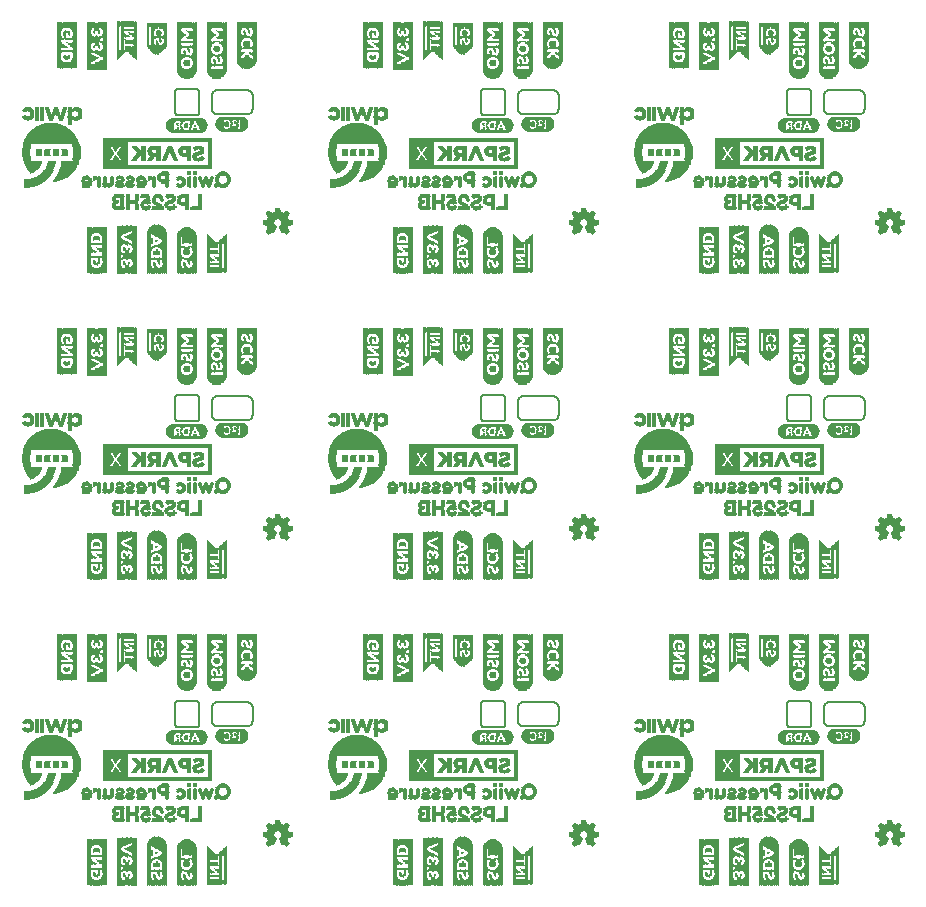
<source format=gbo>
G75*
%MOIN*%
%OFA0B0*%
%FSLAX25Y25*%
%IPPOS*%
%LPD*%
%AMOC8*
5,1,8,0,0,1.08239X$1,22.5*
%
%ADD10C,0.00600*%
%ADD11C,0.00039*%
%ADD12C,0.00299*%
%ADD13R,0.00157X0.15276*%
%ADD14R,0.00157X0.03307*%
%ADD15R,0.00157X0.11024*%
%ADD16R,0.00157X0.02992*%
%ADD17R,0.00157X0.01260*%
%ADD18R,0.00157X0.01890*%
%ADD19R,0.00157X0.00630*%
%ADD20R,0.00157X0.02677*%
%ADD21R,0.00157X0.00787*%
%ADD22R,0.00157X0.01575*%
%ADD23R,0.00157X0.00472*%
%ADD24R,0.00157X0.02520*%
%ADD25R,0.00157X0.01417*%
%ADD26R,0.00157X0.02205*%
%ADD27R,0.00157X0.02362*%
%ADD28R,0.00157X0.02047*%
%ADD29R,0.00157X0.01102*%
%ADD30R,0.00157X0.00945*%
%ADD31R,0.00157X0.02835*%
%ADD32R,0.00157X0.01732*%
%ADD33R,0.00157X0.00157*%
%ADD34R,0.00157X0.00315*%
%ADD35R,0.00157X0.03150*%
%ADD36R,0.00157X0.15906*%
%ADD37R,0.00157X0.03937*%
%ADD38R,0.00157X0.07402*%
%ADD39R,0.00157X0.03622*%
%ADD40R,0.00157X0.03465*%
%ADD41R,0.00157X0.13858*%
%ADD42R,0.00157X0.14331*%
%ADD43R,0.00157X0.14646*%
%ADD44R,0.00157X0.14961*%
%ADD45R,0.00157X0.15118*%
%ADD46R,0.00157X0.15433*%
%ADD47R,0.00157X0.11969*%
%ADD48R,0.00157X0.04567*%
%ADD49R,0.00157X0.04409*%
%ADD50R,0.00157X0.04252*%
%ADD51R,0.00157X0.04094*%
%ADD52R,0.00157X0.03780*%
%ADD53R,0.00157X0.12913*%
%ADD54R,0.00157X0.13386*%
%ADD55R,0.00157X0.13701*%
%ADD56R,0.00157X0.14016*%
%ADD57R,0.00157X0.14173*%
%ADD58R,0.00157X0.14488*%
%ADD59R,0.00157X0.07087*%
%ADD60R,0.00157X0.04882*%
%ADD61R,0.00157X0.05039*%
%ADD62R,0.00157X0.05197*%
%ADD63R,0.00472X0.00079*%
%ADD64R,0.01339X0.00079*%
%ADD65R,0.01260X0.00079*%
%ADD66R,0.00551X0.00079*%
%ADD67R,0.01102X0.00079*%
%ADD68R,0.01417X0.00079*%
%ADD69R,0.01654X0.00079*%
%ADD70R,0.01496X0.00079*%
%ADD71R,0.01890X0.00079*%
%ADD72R,0.02126X0.00079*%
%ADD73R,0.02205X0.00079*%
%ADD74R,0.01575X0.00079*%
%ADD75R,0.02520X0.00079*%
%ADD76R,0.02441X0.00079*%
%ADD77R,0.02756X0.00079*%
%ADD78R,0.02598X0.00079*%
%ADD79R,0.02913X0.00079*%
%ADD80R,0.04252X0.00079*%
%ADD81R,0.03150X0.00079*%
%ADD82R,0.04331X0.00079*%
%ADD83R,0.01732X0.00079*%
%ADD84R,0.03307X0.00079*%
%ADD85R,0.04409X0.00079*%
%ADD86R,0.01811X0.00079*%
%ADD87R,0.03386X0.00079*%
%ADD88R,0.03543X0.00079*%
%ADD89R,0.04488X0.00079*%
%ADD90R,0.03622X0.00079*%
%ADD91R,0.04567X0.00079*%
%ADD92R,0.03780X0.00079*%
%ADD93R,0.01969X0.00079*%
%ADD94R,0.02047X0.00079*%
%ADD95R,0.03701X0.00079*%
%ADD96R,0.01024X0.00079*%
%ADD97R,0.00709X0.00079*%
%ADD98R,0.02283X0.00079*%
%ADD99R,0.00236X0.00079*%
%ADD100R,0.02362X0.00079*%
%ADD101R,0.01181X0.00079*%
%ADD102R,0.00157X0.00079*%
%ADD103R,0.00394X0.00079*%
%ADD104R,0.00630X0.00079*%
%ADD105R,0.00866X0.00079*%
%ADD106R,0.03858X0.00079*%
%ADD107R,0.03465X0.00079*%
%ADD108R,0.02992X0.00079*%
%ADD109R,0.04173X0.00079*%
%ADD110R,0.02835X0.00079*%
%ADD111R,0.03228X0.00079*%
%ADD112R,0.04646X0.00079*%
%ADD113R,0.05276X0.00079*%
%ADD114R,0.05748X0.00079*%
%ADD115R,0.06299X0.00079*%
%ADD116R,0.06693X0.00079*%
%ADD117R,0.07165X0.00079*%
%ADD118R,0.07480X0.00079*%
%ADD119R,0.07795X0.00079*%
%ADD120R,0.08268X0.00079*%
%ADD121R,0.08504X0.00079*%
%ADD122R,0.08898X0.00079*%
%ADD123R,0.09213X0.00079*%
%ADD124R,0.09449X0.00079*%
%ADD125R,0.09764X0.00079*%
%ADD126R,0.10000X0.00079*%
%ADD127R,0.10236X0.00079*%
%ADD128R,0.10551X0.00079*%
%ADD129R,0.10709X0.00079*%
%ADD130R,0.11024X0.00079*%
%ADD131R,0.11181X0.00079*%
%ADD132R,0.11417X0.00079*%
%ADD133R,0.11654X0.00079*%
%ADD134R,0.11811X0.00079*%
%ADD135R,0.12047X0.00079*%
%ADD136R,0.12283X0.00079*%
%ADD137R,0.12441X0.00079*%
%ADD138R,0.12598X0.00079*%
%ADD139R,0.12835X0.00079*%
%ADD140R,0.12992X0.00079*%
%ADD141R,0.13150X0.00079*%
%ADD142R,0.13307X0.00079*%
%ADD143R,0.13465X0.00079*%
%ADD144R,0.13622X0.00079*%
%ADD145R,0.13858X0.00079*%
%ADD146R,0.13937X0.00079*%
%ADD147R,0.14094X0.00079*%
%ADD148R,0.14252X0.00079*%
%ADD149R,0.14409X0.00079*%
%ADD150R,0.14567X0.00079*%
%ADD151R,0.14724X0.00079*%
%ADD152R,0.14882X0.00079*%
%ADD153R,0.14961X0.00079*%
%ADD154R,0.15118X0.00079*%
%ADD155R,0.15197X0.00079*%
%ADD156R,0.15354X0.00079*%
%ADD157R,0.15512X0.00079*%
%ADD158R,0.15591X0.00079*%
%ADD159R,0.15669X0.00079*%
%ADD160R,0.15827X0.00079*%
%ADD161R,0.15984X0.00079*%
%ADD162R,0.16063X0.00079*%
%ADD163R,0.16142X0.00079*%
%ADD164R,0.16220X0.00079*%
%ADD165R,0.16378X0.00079*%
%ADD166R,0.16457X0.00079*%
%ADD167R,0.16535X0.00079*%
%ADD168R,0.16693X0.00079*%
%ADD169R,0.16772X0.00079*%
%ADD170R,0.16850X0.00079*%
%ADD171R,0.16929X0.00079*%
%ADD172R,0.17008X0.00079*%
%ADD173R,0.17087X0.00079*%
%ADD174R,0.17244X0.00079*%
%ADD175R,0.17323X0.00079*%
%ADD176R,0.17480X0.00079*%
%ADD177R,0.17559X0.00079*%
%ADD178R,0.17717X0.00079*%
%ADD179R,0.17795X0.00079*%
%ADD180R,0.17874X0.00079*%
%ADD181R,0.17953X0.00079*%
%ADD182R,0.18031X0.00079*%
%ADD183R,0.18110X0.00079*%
%ADD184R,0.18189X0.00079*%
%ADD185R,0.18268X0.00079*%
%ADD186R,0.18346X0.00079*%
%ADD187R,0.18425X0.00079*%
%ADD188R,0.18504X0.00079*%
%ADD189R,0.18583X0.00079*%
%ADD190R,0.18661X0.00079*%
%ADD191R,0.02677X0.00079*%
%ADD192R,0.05827X0.00079*%
%ADD193R,0.06220X0.00079*%
%ADD194R,0.06142X0.00079*%
%ADD195R,0.06063X0.00079*%
%ADD196R,0.05984X0.00079*%
%ADD197R,0.05906X0.00079*%
%ADD198R,0.05669X0.00079*%
%ADD199R,0.05512X0.00079*%
%ADD200R,0.05591X0.00079*%
%ADD201R,0.05433X0.00079*%
%ADD202R,0.05354X0.00079*%
%ADD203R,0.05197X0.00079*%
%ADD204R,0.05118X0.00079*%
%ADD205R,0.04961X0.00079*%
%ADD206R,0.04803X0.00079*%
%ADD207R,0.04724X0.00079*%
%ADD208R,0.04094X0.00079*%
%ADD209R,0.04016X0.00079*%
%ADD210R,0.03937X0.00079*%
%ADD211R,0.05039X0.00079*%
%ADD212R,0.03071X0.00079*%
%ADD213R,0.04882X0.00079*%
%ADD214R,0.00079X0.00079*%
%ADD215R,0.07244X0.00079*%
%ADD216R,0.07087X0.00079*%
%ADD217R,0.07008X0.00079*%
%ADD218R,0.06929X0.00079*%
%ADD219R,0.06850X0.00079*%
%ADD220R,0.06614X0.00079*%
%ADD221R,0.06535X0.00079*%
%ADD222R,0.06378X0.00079*%
%ADD223R,0.07205X0.00118*%
%ADD224R,0.07913X0.00118*%
%ADD225R,0.08386X0.00079*%
%ADD226R,0.08858X0.00157*%
%ADD227R,0.09094X0.00118*%
%ADD228R,0.09331X0.00118*%
%ADD229R,0.09567X0.00079*%
%ADD230R,0.03661X0.00118*%
%ADD231R,0.02126X0.00118*%
%ADD232R,0.02953X0.00118*%
%ADD233R,0.02244X0.00157*%
%ADD234R,0.00591X0.00157*%
%ADD235R,0.01535X0.00157*%
%ADD236R,0.02598X0.00157*%
%ADD237R,0.02244X0.00118*%
%ADD238R,0.00472X0.00118*%
%ADD239R,0.01181X0.00118*%
%ADD240R,0.02362X0.00118*%
%ADD241R,0.00945X0.00118*%
%ADD242R,0.00354X0.00118*%
%ADD243R,0.00827X0.00118*%
%ADD244R,0.02480X0.00157*%
%ADD245R,0.00354X0.00157*%
%ADD246R,0.00236X0.00157*%
%ADD247R,0.02480X0.00118*%
%ADD248R,0.02598X0.00118*%
%ADD249R,0.01063X0.00118*%
%ADD250R,0.02835X0.00118*%
%ADD251R,0.00472X0.00157*%
%ADD252R,0.04252X0.00157*%
%ADD253R,0.04370X0.00118*%
%ADD254R,0.00591X0.00118*%
%ADD255R,0.04488X0.00118*%
%ADD256R,0.00709X0.00157*%
%ADD257R,0.04488X0.00157*%
%ADD258R,0.00236X0.00118*%
%ADD259R,0.00118X0.00118*%
%ADD260R,0.00118X0.00157*%
%ADD261R,0.04370X0.00157*%
%ADD262R,0.04252X0.00118*%
%ADD263R,0.02717X0.00118*%
%ADD264R,0.03071X0.00157*%
%ADD265R,0.03425X0.00118*%
%ADD266R,0.09567X0.00118*%
%ADD267R,0.08858X0.00118*%
%ADD268R,0.08386X0.00118*%
%ADD269R,0.00157X0.16378*%
%ADD270R,0.00157X0.16850*%
%ADD271R,0.00157X0.17165*%
%ADD272R,0.00157X0.17480*%
%ADD273R,0.00157X0.17638*%
%ADD274R,0.00157X0.17795*%
%ADD275R,0.00157X0.17953*%
%ADD276R,0.00157X0.09134*%
%ADD277R,0.00157X0.08346*%
%ADD278R,0.00157X0.13228*%
%ADD279R,0.00157X0.14803*%
%ADD280R,0.00157X0.04724*%
%ADD281R,0.00157X0.07874*%
%ADD282R,0.00157X0.08031*%
%ADD283R,0.00157X0.08504*%
%ADD284R,0.00157X0.09606*%
%ADD285R,0.00157X0.09764*%
%ADD286R,0.00157X0.09921*%
%ADD287R,0.00157X0.10079*%
%ADD288R,0.00157X0.08661*%
%ADD289R,0.00157X0.12756*%
%ADD290R,0.00157X0.12598*%
%ADD291R,0.00157X0.12441*%
%ADD292R,0.00157X0.12283*%
%ADD293R,0.00157X0.11181*%
%ADD294R,0.00157X0.10866*%
%ADD295R,0.00157X0.10709*%
%ADD296R,0.00157X0.12126*%
%ADD297R,0.10039X0.00118*%
%ADD298R,0.10748X0.00118*%
%ADD299R,0.11220X0.00079*%
%ADD300R,0.11693X0.00157*%
%ADD301R,0.11929X0.00118*%
%ADD302R,0.12165X0.00118*%
%ADD303R,0.12402X0.00079*%
%ADD304R,0.12638X0.00118*%
%ADD305R,0.03307X0.00157*%
%ADD306R,0.01299X0.00157*%
%ADD307R,0.02717X0.00157*%
%ADD308R,0.03307X0.00118*%
%ADD309R,0.01535X0.00118*%
%ADD310R,0.01417X0.00118*%
%ADD311R,0.00709X0.00118*%
%ADD312R,0.01299X0.00118*%
%ADD313R,0.03189X0.00118*%
%ADD314R,0.03189X0.00157*%
%ADD315R,0.01063X0.00157*%
%ADD316R,0.00945X0.00157*%
%ADD317R,0.03071X0.00118*%
%ADD318R,0.02953X0.00157*%
%ADD319R,0.00827X0.00157*%
%ADD320R,0.01181X0.00157*%
%ADD321R,0.02835X0.00157*%
%ADD322R,0.02362X0.00157*%
%ADD323R,0.02008X0.00118*%
%ADD324R,0.02126X0.00157*%
%ADD325R,0.01654X0.00157*%
%ADD326R,0.01772X0.00118*%
%ADD327R,0.12402X0.00118*%
%ADD328R,0.11693X0.00118*%
%ADD329R,0.11220X0.00118*%
%ADD330R,0.00984X0.00197*%
%ADD331R,0.00787X0.00197*%
%ADD332R,0.01181X0.00197*%
%ADD333R,0.01378X0.00197*%
%ADD334R,0.01772X0.00197*%
%ADD335R,0.02362X0.00197*%
%ADD336R,0.02953X0.00197*%
%ADD337R,0.02756X0.00197*%
%ADD338R,0.03346X0.00197*%
%ADD339R,0.03543X0.00197*%
%ADD340R,0.03937X0.00197*%
%ADD341R,0.03740X0.00197*%
%ADD342R,0.04331X0.00197*%
%ADD343R,0.00591X0.00197*%
%ADD344R,0.00394X0.00197*%
%ADD345R,0.01575X0.00197*%
%ADD346R,0.00197X0.00197*%
%ADD347R,0.01969X0.00197*%
%ADD348R,0.02559X0.00197*%
%ADD349R,0.03150X0.00197*%
%ADD350R,0.01378X0.00236*%
%ADD351R,0.04724X0.00236*%
%ADD352R,0.01181X0.00236*%
%ADD353R,0.01575X0.00236*%
%ADD354R,0.00394X0.00236*%
%ADD355R,0.03740X0.00236*%
%ADD356R,0.02165X0.00236*%
%ADD357R,0.02362X0.00236*%
%ADD358R,0.04528X0.00197*%
%ADD359R,0.04134X0.00197*%
%ADD360R,0.02165X0.00197*%
%ADD361R,0.01969X0.00236*%
%ADD362R,0.01772X0.00236*%
%ADD363R,0.00984X0.00236*%
%ADD364R,0.00197X0.00236*%
%ADD365R,0.04921X0.00197*%
%ADD366R,0.04724X0.00197*%
%ADD367R,0.02756X0.00236*%
%ADD368R,0.02559X0.00236*%
%ADD369R,0.02953X0.00236*%
%ADD370R,0.03346X0.00236*%
%ADD371R,0.04331X0.00236*%
%ADD372R,0.04134X0.00236*%
%ADD373R,0.03937X0.00236*%
%ADD374R,0.03543X0.00236*%
D10*
X0085750Y0089350D02*
X0091750Y0089350D01*
X0091810Y0089352D01*
X0091871Y0089357D01*
X0091930Y0089366D01*
X0091989Y0089379D01*
X0092048Y0089395D01*
X0092105Y0089415D01*
X0092160Y0089438D01*
X0092215Y0089465D01*
X0092267Y0089494D01*
X0092318Y0089527D01*
X0092367Y0089563D01*
X0092413Y0089601D01*
X0092457Y0089643D01*
X0092499Y0089687D01*
X0092537Y0089733D01*
X0092573Y0089782D01*
X0092606Y0089833D01*
X0092635Y0089885D01*
X0092662Y0089940D01*
X0092685Y0089995D01*
X0092705Y0090052D01*
X0092721Y0090111D01*
X0092734Y0090170D01*
X0092743Y0090229D01*
X0092748Y0090290D01*
X0092750Y0090350D01*
X0092750Y0097150D01*
X0092748Y0097210D01*
X0092743Y0097271D01*
X0092734Y0097330D01*
X0092721Y0097389D01*
X0092705Y0097448D01*
X0092685Y0097505D01*
X0092662Y0097560D01*
X0092635Y0097615D01*
X0092606Y0097667D01*
X0092573Y0097718D01*
X0092537Y0097767D01*
X0092499Y0097813D01*
X0092457Y0097857D01*
X0092413Y0097899D01*
X0092367Y0097937D01*
X0092318Y0097973D01*
X0092267Y0098006D01*
X0092215Y0098035D01*
X0092160Y0098062D01*
X0092105Y0098085D01*
X0092048Y0098105D01*
X0091989Y0098121D01*
X0091930Y0098134D01*
X0091871Y0098143D01*
X0091810Y0098148D01*
X0091750Y0098150D01*
X0085750Y0098150D01*
X0085690Y0098148D01*
X0085629Y0098143D01*
X0085570Y0098134D01*
X0085511Y0098121D01*
X0085452Y0098105D01*
X0085395Y0098085D01*
X0085340Y0098062D01*
X0085285Y0098035D01*
X0085233Y0098006D01*
X0085182Y0097973D01*
X0085133Y0097937D01*
X0085087Y0097899D01*
X0085043Y0097857D01*
X0085001Y0097813D01*
X0084963Y0097767D01*
X0084927Y0097718D01*
X0084894Y0097667D01*
X0084865Y0097615D01*
X0084838Y0097560D01*
X0084815Y0097505D01*
X0084795Y0097448D01*
X0084779Y0097389D01*
X0084766Y0097330D01*
X0084757Y0097271D01*
X0084752Y0097210D01*
X0084750Y0097150D01*
X0084750Y0090350D01*
X0084752Y0090290D01*
X0084757Y0090229D01*
X0084766Y0090170D01*
X0084779Y0090111D01*
X0084795Y0090052D01*
X0084815Y0089995D01*
X0084838Y0089940D01*
X0084865Y0089885D01*
X0084894Y0089833D01*
X0084927Y0089782D01*
X0084963Y0089733D01*
X0085001Y0089687D01*
X0085043Y0089643D01*
X0085087Y0089601D01*
X0085133Y0089563D01*
X0085182Y0089527D01*
X0085233Y0089494D01*
X0085285Y0089465D01*
X0085340Y0089438D01*
X0085395Y0089415D01*
X0085452Y0089395D01*
X0085511Y0089379D01*
X0085570Y0089366D01*
X0085629Y0089357D01*
X0085690Y0089352D01*
X0085750Y0089350D01*
X0096950Y0091550D02*
X0096950Y0095950D01*
X0096952Y0096033D01*
X0096958Y0096116D01*
X0096967Y0096199D01*
X0096981Y0096281D01*
X0096998Y0096362D01*
X0097019Y0096443D01*
X0097043Y0096522D01*
X0097072Y0096600D01*
X0097103Y0096677D01*
X0097139Y0096752D01*
X0097177Y0096826D01*
X0097220Y0096898D01*
X0097265Y0096967D01*
X0097314Y0097035D01*
X0097365Y0097100D01*
X0097420Y0097163D01*
X0097477Y0097223D01*
X0097537Y0097280D01*
X0097600Y0097335D01*
X0097665Y0097386D01*
X0097733Y0097435D01*
X0097802Y0097480D01*
X0097874Y0097523D01*
X0097948Y0097561D01*
X0098023Y0097597D01*
X0098100Y0097628D01*
X0098178Y0097657D01*
X0098257Y0097681D01*
X0098338Y0097702D01*
X0098419Y0097719D01*
X0098501Y0097733D01*
X0098584Y0097742D01*
X0098667Y0097748D01*
X0098750Y0097750D01*
X0108750Y0097750D01*
X0108833Y0097748D01*
X0108916Y0097742D01*
X0108999Y0097733D01*
X0109081Y0097719D01*
X0109162Y0097702D01*
X0109243Y0097681D01*
X0109322Y0097657D01*
X0109400Y0097628D01*
X0109477Y0097597D01*
X0109552Y0097561D01*
X0109626Y0097523D01*
X0109698Y0097480D01*
X0109767Y0097435D01*
X0109835Y0097386D01*
X0109900Y0097335D01*
X0109963Y0097280D01*
X0110023Y0097223D01*
X0110080Y0097163D01*
X0110135Y0097100D01*
X0110186Y0097035D01*
X0110235Y0096967D01*
X0110280Y0096898D01*
X0110323Y0096826D01*
X0110361Y0096752D01*
X0110397Y0096677D01*
X0110428Y0096600D01*
X0110457Y0096522D01*
X0110481Y0096443D01*
X0110502Y0096362D01*
X0110519Y0096281D01*
X0110533Y0096199D01*
X0110542Y0096116D01*
X0110548Y0096033D01*
X0110550Y0095950D01*
X0110550Y0091550D01*
X0110548Y0091467D01*
X0110542Y0091384D01*
X0110533Y0091301D01*
X0110519Y0091219D01*
X0110502Y0091138D01*
X0110481Y0091057D01*
X0110457Y0090978D01*
X0110428Y0090900D01*
X0110397Y0090823D01*
X0110361Y0090748D01*
X0110323Y0090674D01*
X0110280Y0090602D01*
X0110235Y0090533D01*
X0110186Y0090465D01*
X0110135Y0090400D01*
X0110080Y0090337D01*
X0110023Y0090277D01*
X0109963Y0090220D01*
X0109900Y0090165D01*
X0109835Y0090114D01*
X0109767Y0090065D01*
X0109698Y0090020D01*
X0109626Y0089977D01*
X0109552Y0089939D01*
X0109477Y0089903D01*
X0109400Y0089872D01*
X0109322Y0089843D01*
X0109243Y0089819D01*
X0109162Y0089798D01*
X0109081Y0089781D01*
X0108999Y0089767D01*
X0108916Y0089758D01*
X0108833Y0089752D01*
X0108750Y0089750D01*
X0098750Y0089750D01*
X0098667Y0089752D01*
X0098584Y0089758D01*
X0098501Y0089767D01*
X0098419Y0089781D01*
X0098338Y0089798D01*
X0098257Y0089819D01*
X0098178Y0089843D01*
X0098100Y0089872D01*
X0098023Y0089903D01*
X0097948Y0089939D01*
X0097874Y0089977D01*
X0097802Y0090020D01*
X0097733Y0090065D01*
X0097665Y0090114D01*
X0097600Y0090165D01*
X0097537Y0090220D01*
X0097477Y0090277D01*
X0097420Y0090337D01*
X0097365Y0090400D01*
X0097314Y0090465D01*
X0097265Y0090533D01*
X0097220Y0090602D01*
X0097177Y0090674D01*
X0097139Y0090748D01*
X0097103Y0090823D01*
X0097072Y0090900D01*
X0097043Y0090978D01*
X0097019Y0091057D01*
X0096998Y0091138D01*
X0096981Y0091219D01*
X0096967Y0091301D01*
X0096958Y0091384D01*
X0096952Y0091467D01*
X0096950Y0091550D01*
X0186750Y0090350D02*
X0186750Y0097150D01*
X0186752Y0097210D01*
X0186757Y0097271D01*
X0186766Y0097330D01*
X0186779Y0097389D01*
X0186795Y0097448D01*
X0186815Y0097505D01*
X0186838Y0097560D01*
X0186865Y0097615D01*
X0186894Y0097667D01*
X0186927Y0097718D01*
X0186963Y0097767D01*
X0187001Y0097813D01*
X0187043Y0097857D01*
X0187087Y0097899D01*
X0187133Y0097937D01*
X0187182Y0097973D01*
X0187233Y0098006D01*
X0187285Y0098035D01*
X0187340Y0098062D01*
X0187395Y0098085D01*
X0187452Y0098105D01*
X0187511Y0098121D01*
X0187570Y0098134D01*
X0187629Y0098143D01*
X0187690Y0098148D01*
X0187750Y0098150D01*
X0193750Y0098150D01*
X0193810Y0098148D01*
X0193871Y0098143D01*
X0193930Y0098134D01*
X0193989Y0098121D01*
X0194048Y0098105D01*
X0194105Y0098085D01*
X0194160Y0098062D01*
X0194215Y0098035D01*
X0194267Y0098006D01*
X0194318Y0097973D01*
X0194367Y0097937D01*
X0194413Y0097899D01*
X0194457Y0097857D01*
X0194499Y0097813D01*
X0194537Y0097767D01*
X0194573Y0097718D01*
X0194606Y0097667D01*
X0194635Y0097615D01*
X0194662Y0097560D01*
X0194685Y0097505D01*
X0194705Y0097448D01*
X0194721Y0097389D01*
X0194734Y0097330D01*
X0194743Y0097271D01*
X0194748Y0097210D01*
X0194750Y0097150D01*
X0194750Y0090350D01*
X0194748Y0090290D01*
X0194743Y0090229D01*
X0194734Y0090170D01*
X0194721Y0090111D01*
X0194705Y0090052D01*
X0194685Y0089995D01*
X0194662Y0089940D01*
X0194635Y0089885D01*
X0194606Y0089833D01*
X0194573Y0089782D01*
X0194537Y0089733D01*
X0194499Y0089687D01*
X0194457Y0089643D01*
X0194413Y0089601D01*
X0194367Y0089563D01*
X0194318Y0089527D01*
X0194267Y0089494D01*
X0194215Y0089465D01*
X0194160Y0089438D01*
X0194105Y0089415D01*
X0194048Y0089395D01*
X0193989Y0089379D01*
X0193930Y0089366D01*
X0193871Y0089357D01*
X0193810Y0089352D01*
X0193750Y0089350D01*
X0187750Y0089350D01*
X0187690Y0089352D01*
X0187629Y0089357D01*
X0187570Y0089366D01*
X0187511Y0089379D01*
X0187452Y0089395D01*
X0187395Y0089415D01*
X0187340Y0089438D01*
X0187285Y0089465D01*
X0187233Y0089494D01*
X0187182Y0089527D01*
X0187133Y0089563D01*
X0187087Y0089601D01*
X0187043Y0089643D01*
X0187001Y0089687D01*
X0186963Y0089733D01*
X0186927Y0089782D01*
X0186894Y0089833D01*
X0186865Y0089885D01*
X0186838Y0089940D01*
X0186815Y0089995D01*
X0186795Y0090052D01*
X0186779Y0090111D01*
X0186766Y0090170D01*
X0186757Y0090229D01*
X0186752Y0090290D01*
X0186750Y0090350D01*
X0198950Y0091550D02*
X0198950Y0095950D01*
X0198952Y0096033D01*
X0198958Y0096116D01*
X0198967Y0096199D01*
X0198981Y0096281D01*
X0198998Y0096362D01*
X0199019Y0096443D01*
X0199043Y0096522D01*
X0199072Y0096600D01*
X0199103Y0096677D01*
X0199139Y0096752D01*
X0199177Y0096826D01*
X0199220Y0096898D01*
X0199265Y0096967D01*
X0199314Y0097035D01*
X0199365Y0097100D01*
X0199420Y0097163D01*
X0199477Y0097223D01*
X0199537Y0097280D01*
X0199600Y0097335D01*
X0199665Y0097386D01*
X0199733Y0097435D01*
X0199802Y0097480D01*
X0199874Y0097523D01*
X0199948Y0097561D01*
X0200023Y0097597D01*
X0200100Y0097628D01*
X0200178Y0097657D01*
X0200257Y0097681D01*
X0200338Y0097702D01*
X0200419Y0097719D01*
X0200501Y0097733D01*
X0200584Y0097742D01*
X0200667Y0097748D01*
X0200750Y0097750D01*
X0210750Y0097750D01*
X0210833Y0097748D01*
X0210916Y0097742D01*
X0210999Y0097733D01*
X0211081Y0097719D01*
X0211162Y0097702D01*
X0211243Y0097681D01*
X0211322Y0097657D01*
X0211400Y0097628D01*
X0211477Y0097597D01*
X0211552Y0097561D01*
X0211626Y0097523D01*
X0211698Y0097480D01*
X0211767Y0097435D01*
X0211835Y0097386D01*
X0211900Y0097335D01*
X0211963Y0097280D01*
X0212023Y0097223D01*
X0212080Y0097163D01*
X0212135Y0097100D01*
X0212186Y0097035D01*
X0212235Y0096967D01*
X0212280Y0096898D01*
X0212323Y0096826D01*
X0212361Y0096752D01*
X0212397Y0096677D01*
X0212428Y0096600D01*
X0212457Y0096522D01*
X0212481Y0096443D01*
X0212502Y0096362D01*
X0212519Y0096281D01*
X0212533Y0096199D01*
X0212542Y0096116D01*
X0212548Y0096033D01*
X0212550Y0095950D01*
X0212550Y0091550D01*
X0212548Y0091467D01*
X0212542Y0091384D01*
X0212533Y0091301D01*
X0212519Y0091219D01*
X0212502Y0091138D01*
X0212481Y0091057D01*
X0212457Y0090978D01*
X0212428Y0090900D01*
X0212397Y0090823D01*
X0212361Y0090748D01*
X0212323Y0090674D01*
X0212280Y0090602D01*
X0212235Y0090533D01*
X0212186Y0090465D01*
X0212135Y0090400D01*
X0212080Y0090337D01*
X0212023Y0090277D01*
X0211963Y0090220D01*
X0211900Y0090165D01*
X0211835Y0090114D01*
X0211767Y0090065D01*
X0211698Y0090020D01*
X0211626Y0089977D01*
X0211552Y0089939D01*
X0211477Y0089903D01*
X0211400Y0089872D01*
X0211322Y0089843D01*
X0211243Y0089819D01*
X0211162Y0089798D01*
X0211081Y0089781D01*
X0210999Y0089767D01*
X0210916Y0089758D01*
X0210833Y0089752D01*
X0210750Y0089750D01*
X0200750Y0089750D01*
X0200667Y0089752D01*
X0200584Y0089758D01*
X0200501Y0089767D01*
X0200419Y0089781D01*
X0200338Y0089798D01*
X0200257Y0089819D01*
X0200178Y0089843D01*
X0200100Y0089872D01*
X0200023Y0089903D01*
X0199948Y0089939D01*
X0199874Y0089977D01*
X0199802Y0090020D01*
X0199733Y0090065D01*
X0199665Y0090114D01*
X0199600Y0090165D01*
X0199537Y0090220D01*
X0199477Y0090277D01*
X0199420Y0090337D01*
X0199365Y0090400D01*
X0199314Y0090465D01*
X0199265Y0090533D01*
X0199220Y0090602D01*
X0199177Y0090674D01*
X0199139Y0090748D01*
X0199103Y0090823D01*
X0199072Y0090900D01*
X0199043Y0090978D01*
X0199019Y0091057D01*
X0198998Y0091138D01*
X0198981Y0091219D01*
X0198967Y0091301D01*
X0198958Y0091384D01*
X0198952Y0091467D01*
X0198950Y0091550D01*
X0288750Y0090350D02*
X0288750Y0097150D01*
X0288752Y0097210D01*
X0288757Y0097271D01*
X0288766Y0097330D01*
X0288779Y0097389D01*
X0288795Y0097448D01*
X0288815Y0097505D01*
X0288838Y0097560D01*
X0288865Y0097615D01*
X0288894Y0097667D01*
X0288927Y0097718D01*
X0288963Y0097767D01*
X0289001Y0097813D01*
X0289043Y0097857D01*
X0289087Y0097899D01*
X0289133Y0097937D01*
X0289182Y0097973D01*
X0289233Y0098006D01*
X0289285Y0098035D01*
X0289340Y0098062D01*
X0289395Y0098085D01*
X0289452Y0098105D01*
X0289511Y0098121D01*
X0289570Y0098134D01*
X0289629Y0098143D01*
X0289690Y0098148D01*
X0289750Y0098150D01*
X0295750Y0098150D01*
X0295810Y0098148D01*
X0295871Y0098143D01*
X0295930Y0098134D01*
X0295989Y0098121D01*
X0296048Y0098105D01*
X0296105Y0098085D01*
X0296160Y0098062D01*
X0296215Y0098035D01*
X0296267Y0098006D01*
X0296318Y0097973D01*
X0296367Y0097937D01*
X0296413Y0097899D01*
X0296457Y0097857D01*
X0296499Y0097813D01*
X0296537Y0097767D01*
X0296573Y0097718D01*
X0296606Y0097667D01*
X0296635Y0097615D01*
X0296662Y0097560D01*
X0296685Y0097505D01*
X0296705Y0097448D01*
X0296721Y0097389D01*
X0296734Y0097330D01*
X0296743Y0097271D01*
X0296748Y0097210D01*
X0296750Y0097150D01*
X0296750Y0090350D01*
X0296748Y0090290D01*
X0296743Y0090229D01*
X0296734Y0090170D01*
X0296721Y0090111D01*
X0296705Y0090052D01*
X0296685Y0089995D01*
X0296662Y0089940D01*
X0296635Y0089885D01*
X0296606Y0089833D01*
X0296573Y0089782D01*
X0296537Y0089733D01*
X0296499Y0089687D01*
X0296457Y0089643D01*
X0296413Y0089601D01*
X0296367Y0089563D01*
X0296318Y0089527D01*
X0296267Y0089494D01*
X0296215Y0089465D01*
X0296160Y0089438D01*
X0296105Y0089415D01*
X0296048Y0089395D01*
X0295989Y0089379D01*
X0295930Y0089366D01*
X0295871Y0089357D01*
X0295810Y0089352D01*
X0295750Y0089350D01*
X0289750Y0089350D01*
X0289690Y0089352D01*
X0289629Y0089357D01*
X0289570Y0089366D01*
X0289511Y0089379D01*
X0289452Y0089395D01*
X0289395Y0089415D01*
X0289340Y0089438D01*
X0289285Y0089465D01*
X0289233Y0089494D01*
X0289182Y0089527D01*
X0289133Y0089563D01*
X0289087Y0089601D01*
X0289043Y0089643D01*
X0289001Y0089687D01*
X0288963Y0089733D01*
X0288927Y0089782D01*
X0288894Y0089833D01*
X0288865Y0089885D01*
X0288838Y0089940D01*
X0288815Y0089995D01*
X0288795Y0090052D01*
X0288779Y0090111D01*
X0288766Y0090170D01*
X0288757Y0090229D01*
X0288752Y0090290D01*
X0288750Y0090350D01*
X0300950Y0091550D02*
X0300950Y0095950D01*
X0300952Y0096033D01*
X0300958Y0096116D01*
X0300967Y0096199D01*
X0300981Y0096281D01*
X0300998Y0096362D01*
X0301019Y0096443D01*
X0301043Y0096522D01*
X0301072Y0096600D01*
X0301103Y0096677D01*
X0301139Y0096752D01*
X0301177Y0096826D01*
X0301220Y0096898D01*
X0301265Y0096967D01*
X0301314Y0097035D01*
X0301365Y0097100D01*
X0301420Y0097163D01*
X0301477Y0097223D01*
X0301537Y0097280D01*
X0301600Y0097335D01*
X0301665Y0097386D01*
X0301733Y0097435D01*
X0301802Y0097480D01*
X0301874Y0097523D01*
X0301948Y0097561D01*
X0302023Y0097597D01*
X0302100Y0097628D01*
X0302178Y0097657D01*
X0302257Y0097681D01*
X0302338Y0097702D01*
X0302419Y0097719D01*
X0302501Y0097733D01*
X0302584Y0097742D01*
X0302667Y0097748D01*
X0302750Y0097750D01*
X0312750Y0097750D01*
X0312833Y0097748D01*
X0312916Y0097742D01*
X0312999Y0097733D01*
X0313081Y0097719D01*
X0313162Y0097702D01*
X0313243Y0097681D01*
X0313322Y0097657D01*
X0313400Y0097628D01*
X0313477Y0097597D01*
X0313552Y0097561D01*
X0313626Y0097523D01*
X0313698Y0097480D01*
X0313767Y0097435D01*
X0313835Y0097386D01*
X0313900Y0097335D01*
X0313963Y0097280D01*
X0314023Y0097223D01*
X0314080Y0097163D01*
X0314135Y0097100D01*
X0314186Y0097035D01*
X0314235Y0096967D01*
X0314280Y0096898D01*
X0314323Y0096826D01*
X0314361Y0096752D01*
X0314397Y0096677D01*
X0314428Y0096600D01*
X0314457Y0096522D01*
X0314481Y0096443D01*
X0314502Y0096362D01*
X0314519Y0096281D01*
X0314533Y0096199D01*
X0314542Y0096116D01*
X0314548Y0096033D01*
X0314550Y0095950D01*
X0314550Y0091550D01*
X0314548Y0091467D01*
X0314542Y0091384D01*
X0314533Y0091301D01*
X0314519Y0091219D01*
X0314502Y0091138D01*
X0314481Y0091057D01*
X0314457Y0090978D01*
X0314428Y0090900D01*
X0314397Y0090823D01*
X0314361Y0090748D01*
X0314323Y0090674D01*
X0314280Y0090602D01*
X0314235Y0090533D01*
X0314186Y0090465D01*
X0314135Y0090400D01*
X0314080Y0090337D01*
X0314023Y0090277D01*
X0313963Y0090220D01*
X0313900Y0090165D01*
X0313835Y0090114D01*
X0313767Y0090065D01*
X0313698Y0090020D01*
X0313626Y0089977D01*
X0313552Y0089939D01*
X0313477Y0089903D01*
X0313400Y0089872D01*
X0313322Y0089843D01*
X0313243Y0089819D01*
X0313162Y0089798D01*
X0313081Y0089781D01*
X0312999Y0089767D01*
X0312916Y0089758D01*
X0312833Y0089752D01*
X0312750Y0089750D01*
X0302750Y0089750D01*
X0302667Y0089752D01*
X0302584Y0089758D01*
X0302501Y0089767D01*
X0302419Y0089781D01*
X0302338Y0089798D01*
X0302257Y0089819D01*
X0302178Y0089843D01*
X0302100Y0089872D01*
X0302023Y0089903D01*
X0301948Y0089939D01*
X0301874Y0089977D01*
X0301802Y0090020D01*
X0301733Y0090065D01*
X0301665Y0090114D01*
X0301600Y0090165D01*
X0301537Y0090220D01*
X0301477Y0090277D01*
X0301420Y0090337D01*
X0301365Y0090400D01*
X0301314Y0090465D01*
X0301265Y0090533D01*
X0301220Y0090602D01*
X0301177Y0090674D01*
X0301139Y0090748D01*
X0301103Y0090823D01*
X0301072Y0090900D01*
X0301043Y0090978D01*
X0301019Y0091057D01*
X0300998Y0091138D01*
X0300981Y0091219D01*
X0300967Y0091301D01*
X0300958Y0091384D01*
X0300952Y0091467D01*
X0300950Y0091550D01*
X0295750Y0191350D02*
X0289750Y0191350D01*
X0289690Y0191352D01*
X0289629Y0191357D01*
X0289570Y0191366D01*
X0289511Y0191379D01*
X0289452Y0191395D01*
X0289395Y0191415D01*
X0289340Y0191438D01*
X0289285Y0191465D01*
X0289233Y0191494D01*
X0289182Y0191527D01*
X0289133Y0191563D01*
X0289087Y0191601D01*
X0289043Y0191643D01*
X0289001Y0191687D01*
X0288963Y0191733D01*
X0288927Y0191782D01*
X0288894Y0191833D01*
X0288865Y0191885D01*
X0288838Y0191940D01*
X0288815Y0191995D01*
X0288795Y0192052D01*
X0288779Y0192111D01*
X0288766Y0192170D01*
X0288757Y0192229D01*
X0288752Y0192290D01*
X0288750Y0192350D01*
X0288750Y0199150D01*
X0288752Y0199210D01*
X0288757Y0199271D01*
X0288766Y0199330D01*
X0288779Y0199389D01*
X0288795Y0199448D01*
X0288815Y0199505D01*
X0288838Y0199560D01*
X0288865Y0199615D01*
X0288894Y0199667D01*
X0288927Y0199718D01*
X0288963Y0199767D01*
X0289001Y0199813D01*
X0289043Y0199857D01*
X0289087Y0199899D01*
X0289133Y0199937D01*
X0289182Y0199973D01*
X0289233Y0200006D01*
X0289285Y0200035D01*
X0289340Y0200062D01*
X0289395Y0200085D01*
X0289452Y0200105D01*
X0289511Y0200121D01*
X0289570Y0200134D01*
X0289629Y0200143D01*
X0289690Y0200148D01*
X0289750Y0200150D01*
X0295750Y0200150D01*
X0295810Y0200148D01*
X0295871Y0200143D01*
X0295930Y0200134D01*
X0295989Y0200121D01*
X0296048Y0200105D01*
X0296105Y0200085D01*
X0296160Y0200062D01*
X0296215Y0200035D01*
X0296267Y0200006D01*
X0296318Y0199973D01*
X0296367Y0199937D01*
X0296413Y0199899D01*
X0296457Y0199857D01*
X0296499Y0199813D01*
X0296537Y0199767D01*
X0296573Y0199718D01*
X0296606Y0199667D01*
X0296635Y0199615D01*
X0296662Y0199560D01*
X0296685Y0199505D01*
X0296705Y0199448D01*
X0296721Y0199389D01*
X0296734Y0199330D01*
X0296743Y0199271D01*
X0296748Y0199210D01*
X0296750Y0199150D01*
X0296750Y0192350D01*
X0296748Y0192290D01*
X0296743Y0192229D01*
X0296734Y0192170D01*
X0296721Y0192111D01*
X0296705Y0192052D01*
X0296685Y0191995D01*
X0296662Y0191940D01*
X0296635Y0191885D01*
X0296606Y0191833D01*
X0296573Y0191782D01*
X0296537Y0191733D01*
X0296499Y0191687D01*
X0296457Y0191643D01*
X0296413Y0191601D01*
X0296367Y0191563D01*
X0296318Y0191527D01*
X0296267Y0191494D01*
X0296215Y0191465D01*
X0296160Y0191438D01*
X0296105Y0191415D01*
X0296048Y0191395D01*
X0295989Y0191379D01*
X0295930Y0191366D01*
X0295871Y0191357D01*
X0295810Y0191352D01*
X0295750Y0191350D01*
X0300950Y0193550D02*
X0300950Y0197950D01*
X0300952Y0198033D01*
X0300958Y0198116D01*
X0300967Y0198199D01*
X0300981Y0198281D01*
X0300998Y0198362D01*
X0301019Y0198443D01*
X0301043Y0198522D01*
X0301072Y0198600D01*
X0301103Y0198677D01*
X0301139Y0198752D01*
X0301177Y0198826D01*
X0301220Y0198898D01*
X0301265Y0198967D01*
X0301314Y0199035D01*
X0301365Y0199100D01*
X0301420Y0199163D01*
X0301477Y0199223D01*
X0301537Y0199280D01*
X0301600Y0199335D01*
X0301665Y0199386D01*
X0301733Y0199435D01*
X0301802Y0199480D01*
X0301874Y0199523D01*
X0301948Y0199561D01*
X0302023Y0199597D01*
X0302100Y0199628D01*
X0302178Y0199657D01*
X0302257Y0199681D01*
X0302338Y0199702D01*
X0302419Y0199719D01*
X0302501Y0199733D01*
X0302584Y0199742D01*
X0302667Y0199748D01*
X0302750Y0199750D01*
X0312750Y0199750D01*
X0312833Y0199748D01*
X0312916Y0199742D01*
X0312999Y0199733D01*
X0313081Y0199719D01*
X0313162Y0199702D01*
X0313243Y0199681D01*
X0313322Y0199657D01*
X0313400Y0199628D01*
X0313477Y0199597D01*
X0313552Y0199561D01*
X0313626Y0199523D01*
X0313698Y0199480D01*
X0313767Y0199435D01*
X0313835Y0199386D01*
X0313900Y0199335D01*
X0313963Y0199280D01*
X0314023Y0199223D01*
X0314080Y0199163D01*
X0314135Y0199100D01*
X0314186Y0199035D01*
X0314235Y0198967D01*
X0314280Y0198898D01*
X0314323Y0198826D01*
X0314361Y0198752D01*
X0314397Y0198677D01*
X0314428Y0198600D01*
X0314457Y0198522D01*
X0314481Y0198443D01*
X0314502Y0198362D01*
X0314519Y0198281D01*
X0314533Y0198199D01*
X0314542Y0198116D01*
X0314548Y0198033D01*
X0314550Y0197950D01*
X0314550Y0193550D01*
X0314548Y0193467D01*
X0314542Y0193384D01*
X0314533Y0193301D01*
X0314519Y0193219D01*
X0314502Y0193138D01*
X0314481Y0193057D01*
X0314457Y0192978D01*
X0314428Y0192900D01*
X0314397Y0192823D01*
X0314361Y0192748D01*
X0314323Y0192674D01*
X0314280Y0192602D01*
X0314235Y0192533D01*
X0314186Y0192465D01*
X0314135Y0192400D01*
X0314080Y0192337D01*
X0314023Y0192277D01*
X0313963Y0192220D01*
X0313900Y0192165D01*
X0313835Y0192114D01*
X0313767Y0192065D01*
X0313698Y0192020D01*
X0313626Y0191977D01*
X0313552Y0191939D01*
X0313477Y0191903D01*
X0313400Y0191872D01*
X0313322Y0191843D01*
X0313243Y0191819D01*
X0313162Y0191798D01*
X0313081Y0191781D01*
X0312999Y0191767D01*
X0312916Y0191758D01*
X0312833Y0191752D01*
X0312750Y0191750D01*
X0302750Y0191750D01*
X0302667Y0191752D01*
X0302584Y0191758D01*
X0302501Y0191767D01*
X0302419Y0191781D01*
X0302338Y0191798D01*
X0302257Y0191819D01*
X0302178Y0191843D01*
X0302100Y0191872D01*
X0302023Y0191903D01*
X0301948Y0191939D01*
X0301874Y0191977D01*
X0301802Y0192020D01*
X0301733Y0192065D01*
X0301665Y0192114D01*
X0301600Y0192165D01*
X0301537Y0192220D01*
X0301477Y0192277D01*
X0301420Y0192337D01*
X0301365Y0192400D01*
X0301314Y0192465D01*
X0301265Y0192533D01*
X0301220Y0192602D01*
X0301177Y0192674D01*
X0301139Y0192748D01*
X0301103Y0192823D01*
X0301072Y0192900D01*
X0301043Y0192978D01*
X0301019Y0193057D01*
X0300998Y0193138D01*
X0300981Y0193219D01*
X0300967Y0193301D01*
X0300958Y0193384D01*
X0300952Y0193467D01*
X0300950Y0193550D01*
X0212550Y0193550D02*
X0212550Y0197950D01*
X0212548Y0198033D01*
X0212542Y0198116D01*
X0212533Y0198199D01*
X0212519Y0198281D01*
X0212502Y0198362D01*
X0212481Y0198443D01*
X0212457Y0198522D01*
X0212428Y0198600D01*
X0212397Y0198677D01*
X0212361Y0198752D01*
X0212323Y0198826D01*
X0212280Y0198898D01*
X0212235Y0198967D01*
X0212186Y0199035D01*
X0212135Y0199100D01*
X0212080Y0199163D01*
X0212023Y0199223D01*
X0211963Y0199280D01*
X0211900Y0199335D01*
X0211835Y0199386D01*
X0211767Y0199435D01*
X0211698Y0199480D01*
X0211626Y0199523D01*
X0211552Y0199561D01*
X0211477Y0199597D01*
X0211400Y0199628D01*
X0211322Y0199657D01*
X0211243Y0199681D01*
X0211162Y0199702D01*
X0211081Y0199719D01*
X0210999Y0199733D01*
X0210916Y0199742D01*
X0210833Y0199748D01*
X0210750Y0199750D01*
X0200750Y0199750D01*
X0200667Y0199748D01*
X0200584Y0199742D01*
X0200501Y0199733D01*
X0200419Y0199719D01*
X0200338Y0199702D01*
X0200257Y0199681D01*
X0200178Y0199657D01*
X0200100Y0199628D01*
X0200023Y0199597D01*
X0199948Y0199561D01*
X0199874Y0199523D01*
X0199802Y0199480D01*
X0199733Y0199435D01*
X0199665Y0199386D01*
X0199600Y0199335D01*
X0199537Y0199280D01*
X0199477Y0199223D01*
X0199420Y0199163D01*
X0199365Y0199100D01*
X0199314Y0199035D01*
X0199265Y0198967D01*
X0199220Y0198898D01*
X0199177Y0198826D01*
X0199139Y0198752D01*
X0199103Y0198677D01*
X0199072Y0198600D01*
X0199043Y0198522D01*
X0199019Y0198443D01*
X0198998Y0198362D01*
X0198981Y0198281D01*
X0198967Y0198199D01*
X0198958Y0198116D01*
X0198952Y0198033D01*
X0198950Y0197950D01*
X0198950Y0193550D01*
X0198952Y0193467D01*
X0198958Y0193384D01*
X0198967Y0193301D01*
X0198981Y0193219D01*
X0198998Y0193138D01*
X0199019Y0193057D01*
X0199043Y0192978D01*
X0199072Y0192900D01*
X0199103Y0192823D01*
X0199139Y0192748D01*
X0199177Y0192674D01*
X0199220Y0192602D01*
X0199265Y0192533D01*
X0199314Y0192465D01*
X0199365Y0192400D01*
X0199420Y0192337D01*
X0199477Y0192277D01*
X0199537Y0192220D01*
X0199600Y0192165D01*
X0199665Y0192114D01*
X0199733Y0192065D01*
X0199802Y0192020D01*
X0199874Y0191977D01*
X0199948Y0191939D01*
X0200023Y0191903D01*
X0200100Y0191872D01*
X0200178Y0191843D01*
X0200257Y0191819D01*
X0200338Y0191798D01*
X0200419Y0191781D01*
X0200501Y0191767D01*
X0200584Y0191758D01*
X0200667Y0191752D01*
X0200750Y0191750D01*
X0210750Y0191750D01*
X0210833Y0191752D01*
X0210916Y0191758D01*
X0210999Y0191767D01*
X0211081Y0191781D01*
X0211162Y0191798D01*
X0211243Y0191819D01*
X0211322Y0191843D01*
X0211400Y0191872D01*
X0211477Y0191903D01*
X0211552Y0191939D01*
X0211626Y0191977D01*
X0211698Y0192020D01*
X0211767Y0192065D01*
X0211835Y0192114D01*
X0211900Y0192165D01*
X0211963Y0192220D01*
X0212023Y0192277D01*
X0212080Y0192337D01*
X0212135Y0192400D01*
X0212186Y0192465D01*
X0212235Y0192533D01*
X0212280Y0192602D01*
X0212323Y0192674D01*
X0212361Y0192748D01*
X0212397Y0192823D01*
X0212428Y0192900D01*
X0212457Y0192978D01*
X0212481Y0193057D01*
X0212502Y0193138D01*
X0212519Y0193219D01*
X0212533Y0193301D01*
X0212542Y0193384D01*
X0212548Y0193467D01*
X0212550Y0193550D01*
X0194750Y0192350D02*
X0194750Y0199150D01*
X0194748Y0199210D01*
X0194743Y0199271D01*
X0194734Y0199330D01*
X0194721Y0199389D01*
X0194705Y0199448D01*
X0194685Y0199505D01*
X0194662Y0199560D01*
X0194635Y0199615D01*
X0194606Y0199667D01*
X0194573Y0199718D01*
X0194537Y0199767D01*
X0194499Y0199813D01*
X0194457Y0199857D01*
X0194413Y0199899D01*
X0194367Y0199937D01*
X0194318Y0199973D01*
X0194267Y0200006D01*
X0194215Y0200035D01*
X0194160Y0200062D01*
X0194105Y0200085D01*
X0194048Y0200105D01*
X0193989Y0200121D01*
X0193930Y0200134D01*
X0193871Y0200143D01*
X0193810Y0200148D01*
X0193750Y0200150D01*
X0187750Y0200150D01*
X0187690Y0200148D01*
X0187629Y0200143D01*
X0187570Y0200134D01*
X0187511Y0200121D01*
X0187452Y0200105D01*
X0187395Y0200085D01*
X0187340Y0200062D01*
X0187285Y0200035D01*
X0187233Y0200006D01*
X0187182Y0199973D01*
X0187133Y0199937D01*
X0187087Y0199899D01*
X0187043Y0199857D01*
X0187001Y0199813D01*
X0186963Y0199767D01*
X0186927Y0199718D01*
X0186894Y0199667D01*
X0186865Y0199615D01*
X0186838Y0199560D01*
X0186815Y0199505D01*
X0186795Y0199448D01*
X0186779Y0199389D01*
X0186766Y0199330D01*
X0186757Y0199271D01*
X0186752Y0199210D01*
X0186750Y0199150D01*
X0186750Y0192350D01*
X0186752Y0192290D01*
X0186757Y0192229D01*
X0186766Y0192170D01*
X0186779Y0192111D01*
X0186795Y0192052D01*
X0186815Y0191995D01*
X0186838Y0191940D01*
X0186865Y0191885D01*
X0186894Y0191833D01*
X0186927Y0191782D01*
X0186963Y0191733D01*
X0187001Y0191687D01*
X0187043Y0191643D01*
X0187087Y0191601D01*
X0187133Y0191563D01*
X0187182Y0191527D01*
X0187233Y0191494D01*
X0187285Y0191465D01*
X0187340Y0191438D01*
X0187395Y0191415D01*
X0187452Y0191395D01*
X0187511Y0191379D01*
X0187570Y0191366D01*
X0187629Y0191357D01*
X0187690Y0191352D01*
X0187750Y0191350D01*
X0193750Y0191350D01*
X0193810Y0191352D01*
X0193871Y0191357D01*
X0193930Y0191366D01*
X0193989Y0191379D01*
X0194048Y0191395D01*
X0194105Y0191415D01*
X0194160Y0191438D01*
X0194215Y0191465D01*
X0194267Y0191494D01*
X0194318Y0191527D01*
X0194367Y0191563D01*
X0194413Y0191601D01*
X0194457Y0191643D01*
X0194499Y0191687D01*
X0194537Y0191733D01*
X0194573Y0191782D01*
X0194606Y0191833D01*
X0194635Y0191885D01*
X0194662Y0191940D01*
X0194685Y0191995D01*
X0194705Y0192052D01*
X0194721Y0192111D01*
X0194734Y0192170D01*
X0194743Y0192229D01*
X0194748Y0192290D01*
X0194750Y0192350D01*
X0110550Y0193550D02*
X0110550Y0197950D01*
X0110548Y0198033D01*
X0110542Y0198116D01*
X0110533Y0198199D01*
X0110519Y0198281D01*
X0110502Y0198362D01*
X0110481Y0198443D01*
X0110457Y0198522D01*
X0110428Y0198600D01*
X0110397Y0198677D01*
X0110361Y0198752D01*
X0110323Y0198826D01*
X0110280Y0198898D01*
X0110235Y0198967D01*
X0110186Y0199035D01*
X0110135Y0199100D01*
X0110080Y0199163D01*
X0110023Y0199223D01*
X0109963Y0199280D01*
X0109900Y0199335D01*
X0109835Y0199386D01*
X0109767Y0199435D01*
X0109698Y0199480D01*
X0109626Y0199523D01*
X0109552Y0199561D01*
X0109477Y0199597D01*
X0109400Y0199628D01*
X0109322Y0199657D01*
X0109243Y0199681D01*
X0109162Y0199702D01*
X0109081Y0199719D01*
X0108999Y0199733D01*
X0108916Y0199742D01*
X0108833Y0199748D01*
X0108750Y0199750D01*
X0098750Y0199750D01*
X0098667Y0199748D01*
X0098584Y0199742D01*
X0098501Y0199733D01*
X0098419Y0199719D01*
X0098338Y0199702D01*
X0098257Y0199681D01*
X0098178Y0199657D01*
X0098100Y0199628D01*
X0098023Y0199597D01*
X0097948Y0199561D01*
X0097874Y0199523D01*
X0097802Y0199480D01*
X0097733Y0199435D01*
X0097665Y0199386D01*
X0097600Y0199335D01*
X0097537Y0199280D01*
X0097477Y0199223D01*
X0097420Y0199163D01*
X0097365Y0199100D01*
X0097314Y0199035D01*
X0097265Y0198967D01*
X0097220Y0198898D01*
X0097177Y0198826D01*
X0097139Y0198752D01*
X0097103Y0198677D01*
X0097072Y0198600D01*
X0097043Y0198522D01*
X0097019Y0198443D01*
X0096998Y0198362D01*
X0096981Y0198281D01*
X0096967Y0198199D01*
X0096958Y0198116D01*
X0096952Y0198033D01*
X0096950Y0197950D01*
X0096950Y0193550D01*
X0096952Y0193467D01*
X0096958Y0193384D01*
X0096967Y0193301D01*
X0096981Y0193219D01*
X0096998Y0193138D01*
X0097019Y0193057D01*
X0097043Y0192978D01*
X0097072Y0192900D01*
X0097103Y0192823D01*
X0097139Y0192748D01*
X0097177Y0192674D01*
X0097220Y0192602D01*
X0097265Y0192533D01*
X0097314Y0192465D01*
X0097365Y0192400D01*
X0097420Y0192337D01*
X0097477Y0192277D01*
X0097537Y0192220D01*
X0097600Y0192165D01*
X0097665Y0192114D01*
X0097733Y0192065D01*
X0097802Y0192020D01*
X0097874Y0191977D01*
X0097948Y0191939D01*
X0098023Y0191903D01*
X0098100Y0191872D01*
X0098178Y0191843D01*
X0098257Y0191819D01*
X0098338Y0191798D01*
X0098419Y0191781D01*
X0098501Y0191767D01*
X0098584Y0191758D01*
X0098667Y0191752D01*
X0098750Y0191750D01*
X0108750Y0191750D01*
X0108833Y0191752D01*
X0108916Y0191758D01*
X0108999Y0191767D01*
X0109081Y0191781D01*
X0109162Y0191798D01*
X0109243Y0191819D01*
X0109322Y0191843D01*
X0109400Y0191872D01*
X0109477Y0191903D01*
X0109552Y0191939D01*
X0109626Y0191977D01*
X0109698Y0192020D01*
X0109767Y0192065D01*
X0109835Y0192114D01*
X0109900Y0192165D01*
X0109963Y0192220D01*
X0110023Y0192277D01*
X0110080Y0192337D01*
X0110135Y0192400D01*
X0110186Y0192465D01*
X0110235Y0192533D01*
X0110280Y0192602D01*
X0110323Y0192674D01*
X0110361Y0192748D01*
X0110397Y0192823D01*
X0110428Y0192900D01*
X0110457Y0192978D01*
X0110481Y0193057D01*
X0110502Y0193138D01*
X0110519Y0193219D01*
X0110533Y0193301D01*
X0110542Y0193384D01*
X0110548Y0193467D01*
X0110550Y0193550D01*
X0092750Y0192350D02*
X0092750Y0199150D01*
X0092748Y0199210D01*
X0092743Y0199271D01*
X0092734Y0199330D01*
X0092721Y0199389D01*
X0092705Y0199448D01*
X0092685Y0199505D01*
X0092662Y0199560D01*
X0092635Y0199615D01*
X0092606Y0199667D01*
X0092573Y0199718D01*
X0092537Y0199767D01*
X0092499Y0199813D01*
X0092457Y0199857D01*
X0092413Y0199899D01*
X0092367Y0199937D01*
X0092318Y0199973D01*
X0092267Y0200006D01*
X0092215Y0200035D01*
X0092160Y0200062D01*
X0092105Y0200085D01*
X0092048Y0200105D01*
X0091989Y0200121D01*
X0091930Y0200134D01*
X0091871Y0200143D01*
X0091810Y0200148D01*
X0091750Y0200150D01*
X0085750Y0200150D01*
X0085690Y0200148D01*
X0085629Y0200143D01*
X0085570Y0200134D01*
X0085511Y0200121D01*
X0085452Y0200105D01*
X0085395Y0200085D01*
X0085340Y0200062D01*
X0085285Y0200035D01*
X0085233Y0200006D01*
X0085182Y0199973D01*
X0085133Y0199937D01*
X0085087Y0199899D01*
X0085043Y0199857D01*
X0085001Y0199813D01*
X0084963Y0199767D01*
X0084927Y0199718D01*
X0084894Y0199667D01*
X0084865Y0199615D01*
X0084838Y0199560D01*
X0084815Y0199505D01*
X0084795Y0199448D01*
X0084779Y0199389D01*
X0084766Y0199330D01*
X0084757Y0199271D01*
X0084752Y0199210D01*
X0084750Y0199150D01*
X0084750Y0192350D01*
X0084752Y0192290D01*
X0084757Y0192229D01*
X0084766Y0192170D01*
X0084779Y0192111D01*
X0084795Y0192052D01*
X0084815Y0191995D01*
X0084838Y0191940D01*
X0084865Y0191885D01*
X0084894Y0191833D01*
X0084927Y0191782D01*
X0084963Y0191733D01*
X0085001Y0191687D01*
X0085043Y0191643D01*
X0085087Y0191601D01*
X0085133Y0191563D01*
X0085182Y0191527D01*
X0085233Y0191494D01*
X0085285Y0191465D01*
X0085340Y0191438D01*
X0085395Y0191415D01*
X0085452Y0191395D01*
X0085511Y0191379D01*
X0085570Y0191366D01*
X0085629Y0191357D01*
X0085690Y0191352D01*
X0085750Y0191350D01*
X0091750Y0191350D01*
X0091810Y0191352D01*
X0091871Y0191357D01*
X0091930Y0191366D01*
X0091989Y0191379D01*
X0092048Y0191395D01*
X0092105Y0191415D01*
X0092160Y0191438D01*
X0092215Y0191465D01*
X0092267Y0191494D01*
X0092318Y0191527D01*
X0092367Y0191563D01*
X0092413Y0191601D01*
X0092457Y0191643D01*
X0092499Y0191687D01*
X0092537Y0191733D01*
X0092573Y0191782D01*
X0092606Y0191833D01*
X0092635Y0191885D01*
X0092662Y0191940D01*
X0092685Y0191995D01*
X0092705Y0192052D01*
X0092721Y0192111D01*
X0092734Y0192170D01*
X0092743Y0192229D01*
X0092748Y0192290D01*
X0092750Y0192350D01*
X0091750Y0293350D02*
X0085750Y0293350D01*
X0085690Y0293352D01*
X0085629Y0293357D01*
X0085570Y0293366D01*
X0085511Y0293379D01*
X0085452Y0293395D01*
X0085395Y0293415D01*
X0085340Y0293438D01*
X0085285Y0293465D01*
X0085233Y0293494D01*
X0085182Y0293527D01*
X0085133Y0293563D01*
X0085087Y0293601D01*
X0085043Y0293643D01*
X0085001Y0293687D01*
X0084963Y0293733D01*
X0084927Y0293782D01*
X0084894Y0293833D01*
X0084865Y0293885D01*
X0084838Y0293940D01*
X0084815Y0293995D01*
X0084795Y0294052D01*
X0084779Y0294111D01*
X0084766Y0294170D01*
X0084757Y0294229D01*
X0084752Y0294290D01*
X0084750Y0294350D01*
X0084750Y0301150D01*
X0084752Y0301210D01*
X0084757Y0301271D01*
X0084766Y0301330D01*
X0084779Y0301389D01*
X0084795Y0301448D01*
X0084815Y0301505D01*
X0084838Y0301560D01*
X0084865Y0301615D01*
X0084894Y0301667D01*
X0084927Y0301718D01*
X0084963Y0301767D01*
X0085001Y0301813D01*
X0085043Y0301857D01*
X0085087Y0301899D01*
X0085133Y0301937D01*
X0085182Y0301973D01*
X0085233Y0302006D01*
X0085285Y0302035D01*
X0085340Y0302062D01*
X0085395Y0302085D01*
X0085452Y0302105D01*
X0085511Y0302121D01*
X0085570Y0302134D01*
X0085629Y0302143D01*
X0085690Y0302148D01*
X0085750Y0302150D01*
X0091750Y0302150D01*
X0091810Y0302148D01*
X0091871Y0302143D01*
X0091930Y0302134D01*
X0091989Y0302121D01*
X0092048Y0302105D01*
X0092105Y0302085D01*
X0092160Y0302062D01*
X0092215Y0302035D01*
X0092267Y0302006D01*
X0092318Y0301973D01*
X0092367Y0301937D01*
X0092413Y0301899D01*
X0092457Y0301857D01*
X0092499Y0301813D01*
X0092537Y0301767D01*
X0092573Y0301718D01*
X0092606Y0301667D01*
X0092635Y0301615D01*
X0092662Y0301560D01*
X0092685Y0301505D01*
X0092705Y0301448D01*
X0092721Y0301389D01*
X0092734Y0301330D01*
X0092743Y0301271D01*
X0092748Y0301210D01*
X0092750Y0301150D01*
X0092750Y0294350D01*
X0092748Y0294290D01*
X0092743Y0294229D01*
X0092734Y0294170D01*
X0092721Y0294111D01*
X0092705Y0294052D01*
X0092685Y0293995D01*
X0092662Y0293940D01*
X0092635Y0293885D01*
X0092606Y0293833D01*
X0092573Y0293782D01*
X0092537Y0293733D01*
X0092499Y0293687D01*
X0092457Y0293643D01*
X0092413Y0293601D01*
X0092367Y0293563D01*
X0092318Y0293527D01*
X0092267Y0293494D01*
X0092215Y0293465D01*
X0092160Y0293438D01*
X0092105Y0293415D01*
X0092048Y0293395D01*
X0091989Y0293379D01*
X0091930Y0293366D01*
X0091871Y0293357D01*
X0091810Y0293352D01*
X0091750Y0293350D01*
X0096950Y0295550D02*
X0096950Y0299950D01*
X0096952Y0300033D01*
X0096958Y0300116D01*
X0096967Y0300199D01*
X0096981Y0300281D01*
X0096998Y0300362D01*
X0097019Y0300443D01*
X0097043Y0300522D01*
X0097072Y0300600D01*
X0097103Y0300677D01*
X0097139Y0300752D01*
X0097177Y0300826D01*
X0097220Y0300898D01*
X0097265Y0300967D01*
X0097314Y0301035D01*
X0097365Y0301100D01*
X0097420Y0301163D01*
X0097477Y0301223D01*
X0097537Y0301280D01*
X0097600Y0301335D01*
X0097665Y0301386D01*
X0097733Y0301435D01*
X0097802Y0301480D01*
X0097874Y0301523D01*
X0097948Y0301561D01*
X0098023Y0301597D01*
X0098100Y0301628D01*
X0098178Y0301657D01*
X0098257Y0301681D01*
X0098338Y0301702D01*
X0098419Y0301719D01*
X0098501Y0301733D01*
X0098584Y0301742D01*
X0098667Y0301748D01*
X0098750Y0301750D01*
X0108750Y0301750D01*
X0108833Y0301748D01*
X0108916Y0301742D01*
X0108999Y0301733D01*
X0109081Y0301719D01*
X0109162Y0301702D01*
X0109243Y0301681D01*
X0109322Y0301657D01*
X0109400Y0301628D01*
X0109477Y0301597D01*
X0109552Y0301561D01*
X0109626Y0301523D01*
X0109698Y0301480D01*
X0109767Y0301435D01*
X0109835Y0301386D01*
X0109900Y0301335D01*
X0109963Y0301280D01*
X0110023Y0301223D01*
X0110080Y0301163D01*
X0110135Y0301100D01*
X0110186Y0301035D01*
X0110235Y0300967D01*
X0110280Y0300898D01*
X0110323Y0300826D01*
X0110361Y0300752D01*
X0110397Y0300677D01*
X0110428Y0300600D01*
X0110457Y0300522D01*
X0110481Y0300443D01*
X0110502Y0300362D01*
X0110519Y0300281D01*
X0110533Y0300199D01*
X0110542Y0300116D01*
X0110548Y0300033D01*
X0110550Y0299950D01*
X0110550Y0295550D01*
X0110548Y0295467D01*
X0110542Y0295384D01*
X0110533Y0295301D01*
X0110519Y0295219D01*
X0110502Y0295138D01*
X0110481Y0295057D01*
X0110457Y0294978D01*
X0110428Y0294900D01*
X0110397Y0294823D01*
X0110361Y0294748D01*
X0110323Y0294674D01*
X0110280Y0294602D01*
X0110235Y0294533D01*
X0110186Y0294465D01*
X0110135Y0294400D01*
X0110080Y0294337D01*
X0110023Y0294277D01*
X0109963Y0294220D01*
X0109900Y0294165D01*
X0109835Y0294114D01*
X0109767Y0294065D01*
X0109698Y0294020D01*
X0109626Y0293977D01*
X0109552Y0293939D01*
X0109477Y0293903D01*
X0109400Y0293872D01*
X0109322Y0293843D01*
X0109243Y0293819D01*
X0109162Y0293798D01*
X0109081Y0293781D01*
X0108999Y0293767D01*
X0108916Y0293758D01*
X0108833Y0293752D01*
X0108750Y0293750D01*
X0098750Y0293750D01*
X0098667Y0293752D01*
X0098584Y0293758D01*
X0098501Y0293767D01*
X0098419Y0293781D01*
X0098338Y0293798D01*
X0098257Y0293819D01*
X0098178Y0293843D01*
X0098100Y0293872D01*
X0098023Y0293903D01*
X0097948Y0293939D01*
X0097874Y0293977D01*
X0097802Y0294020D01*
X0097733Y0294065D01*
X0097665Y0294114D01*
X0097600Y0294165D01*
X0097537Y0294220D01*
X0097477Y0294277D01*
X0097420Y0294337D01*
X0097365Y0294400D01*
X0097314Y0294465D01*
X0097265Y0294533D01*
X0097220Y0294602D01*
X0097177Y0294674D01*
X0097139Y0294748D01*
X0097103Y0294823D01*
X0097072Y0294900D01*
X0097043Y0294978D01*
X0097019Y0295057D01*
X0096998Y0295138D01*
X0096981Y0295219D01*
X0096967Y0295301D01*
X0096958Y0295384D01*
X0096952Y0295467D01*
X0096950Y0295550D01*
X0186750Y0294350D02*
X0186750Y0301150D01*
X0186752Y0301210D01*
X0186757Y0301271D01*
X0186766Y0301330D01*
X0186779Y0301389D01*
X0186795Y0301448D01*
X0186815Y0301505D01*
X0186838Y0301560D01*
X0186865Y0301615D01*
X0186894Y0301667D01*
X0186927Y0301718D01*
X0186963Y0301767D01*
X0187001Y0301813D01*
X0187043Y0301857D01*
X0187087Y0301899D01*
X0187133Y0301937D01*
X0187182Y0301973D01*
X0187233Y0302006D01*
X0187285Y0302035D01*
X0187340Y0302062D01*
X0187395Y0302085D01*
X0187452Y0302105D01*
X0187511Y0302121D01*
X0187570Y0302134D01*
X0187629Y0302143D01*
X0187690Y0302148D01*
X0187750Y0302150D01*
X0193750Y0302150D01*
X0193810Y0302148D01*
X0193871Y0302143D01*
X0193930Y0302134D01*
X0193989Y0302121D01*
X0194048Y0302105D01*
X0194105Y0302085D01*
X0194160Y0302062D01*
X0194215Y0302035D01*
X0194267Y0302006D01*
X0194318Y0301973D01*
X0194367Y0301937D01*
X0194413Y0301899D01*
X0194457Y0301857D01*
X0194499Y0301813D01*
X0194537Y0301767D01*
X0194573Y0301718D01*
X0194606Y0301667D01*
X0194635Y0301615D01*
X0194662Y0301560D01*
X0194685Y0301505D01*
X0194705Y0301448D01*
X0194721Y0301389D01*
X0194734Y0301330D01*
X0194743Y0301271D01*
X0194748Y0301210D01*
X0194750Y0301150D01*
X0194750Y0294350D01*
X0194748Y0294290D01*
X0194743Y0294229D01*
X0194734Y0294170D01*
X0194721Y0294111D01*
X0194705Y0294052D01*
X0194685Y0293995D01*
X0194662Y0293940D01*
X0194635Y0293885D01*
X0194606Y0293833D01*
X0194573Y0293782D01*
X0194537Y0293733D01*
X0194499Y0293687D01*
X0194457Y0293643D01*
X0194413Y0293601D01*
X0194367Y0293563D01*
X0194318Y0293527D01*
X0194267Y0293494D01*
X0194215Y0293465D01*
X0194160Y0293438D01*
X0194105Y0293415D01*
X0194048Y0293395D01*
X0193989Y0293379D01*
X0193930Y0293366D01*
X0193871Y0293357D01*
X0193810Y0293352D01*
X0193750Y0293350D01*
X0187750Y0293350D01*
X0187690Y0293352D01*
X0187629Y0293357D01*
X0187570Y0293366D01*
X0187511Y0293379D01*
X0187452Y0293395D01*
X0187395Y0293415D01*
X0187340Y0293438D01*
X0187285Y0293465D01*
X0187233Y0293494D01*
X0187182Y0293527D01*
X0187133Y0293563D01*
X0187087Y0293601D01*
X0187043Y0293643D01*
X0187001Y0293687D01*
X0186963Y0293733D01*
X0186927Y0293782D01*
X0186894Y0293833D01*
X0186865Y0293885D01*
X0186838Y0293940D01*
X0186815Y0293995D01*
X0186795Y0294052D01*
X0186779Y0294111D01*
X0186766Y0294170D01*
X0186757Y0294229D01*
X0186752Y0294290D01*
X0186750Y0294350D01*
X0198950Y0295550D02*
X0198950Y0299950D01*
X0198952Y0300033D01*
X0198958Y0300116D01*
X0198967Y0300199D01*
X0198981Y0300281D01*
X0198998Y0300362D01*
X0199019Y0300443D01*
X0199043Y0300522D01*
X0199072Y0300600D01*
X0199103Y0300677D01*
X0199139Y0300752D01*
X0199177Y0300826D01*
X0199220Y0300898D01*
X0199265Y0300967D01*
X0199314Y0301035D01*
X0199365Y0301100D01*
X0199420Y0301163D01*
X0199477Y0301223D01*
X0199537Y0301280D01*
X0199600Y0301335D01*
X0199665Y0301386D01*
X0199733Y0301435D01*
X0199802Y0301480D01*
X0199874Y0301523D01*
X0199948Y0301561D01*
X0200023Y0301597D01*
X0200100Y0301628D01*
X0200178Y0301657D01*
X0200257Y0301681D01*
X0200338Y0301702D01*
X0200419Y0301719D01*
X0200501Y0301733D01*
X0200584Y0301742D01*
X0200667Y0301748D01*
X0200750Y0301750D01*
X0210750Y0301750D01*
X0210833Y0301748D01*
X0210916Y0301742D01*
X0210999Y0301733D01*
X0211081Y0301719D01*
X0211162Y0301702D01*
X0211243Y0301681D01*
X0211322Y0301657D01*
X0211400Y0301628D01*
X0211477Y0301597D01*
X0211552Y0301561D01*
X0211626Y0301523D01*
X0211698Y0301480D01*
X0211767Y0301435D01*
X0211835Y0301386D01*
X0211900Y0301335D01*
X0211963Y0301280D01*
X0212023Y0301223D01*
X0212080Y0301163D01*
X0212135Y0301100D01*
X0212186Y0301035D01*
X0212235Y0300967D01*
X0212280Y0300898D01*
X0212323Y0300826D01*
X0212361Y0300752D01*
X0212397Y0300677D01*
X0212428Y0300600D01*
X0212457Y0300522D01*
X0212481Y0300443D01*
X0212502Y0300362D01*
X0212519Y0300281D01*
X0212533Y0300199D01*
X0212542Y0300116D01*
X0212548Y0300033D01*
X0212550Y0299950D01*
X0212550Y0295550D01*
X0212548Y0295467D01*
X0212542Y0295384D01*
X0212533Y0295301D01*
X0212519Y0295219D01*
X0212502Y0295138D01*
X0212481Y0295057D01*
X0212457Y0294978D01*
X0212428Y0294900D01*
X0212397Y0294823D01*
X0212361Y0294748D01*
X0212323Y0294674D01*
X0212280Y0294602D01*
X0212235Y0294533D01*
X0212186Y0294465D01*
X0212135Y0294400D01*
X0212080Y0294337D01*
X0212023Y0294277D01*
X0211963Y0294220D01*
X0211900Y0294165D01*
X0211835Y0294114D01*
X0211767Y0294065D01*
X0211698Y0294020D01*
X0211626Y0293977D01*
X0211552Y0293939D01*
X0211477Y0293903D01*
X0211400Y0293872D01*
X0211322Y0293843D01*
X0211243Y0293819D01*
X0211162Y0293798D01*
X0211081Y0293781D01*
X0210999Y0293767D01*
X0210916Y0293758D01*
X0210833Y0293752D01*
X0210750Y0293750D01*
X0200750Y0293750D01*
X0200667Y0293752D01*
X0200584Y0293758D01*
X0200501Y0293767D01*
X0200419Y0293781D01*
X0200338Y0293798D01*
X0200257Y0293819D01*
X0200178Y0293843D01*
X0200100Y0293872D01*
X0200023Y0293903D01*
X0199948Y0293939D01*
X0199874Y0293977D01*
X0199802Y0294020D01*
X0199733Y0294065D01*
X0199665Y0294114D01*
X0199600Y0294165D01*
X0199537Y0294220D01*
X0199477Y0294277D01*
X0199420Y0294337D01*
X0199365Y0294400D01*
X0199314Y0294465D01*
X0199265Y0294533D01*
X0199220Y0294602D01*
X0199177Y0294674D01*
X0199139Y0294748D01*
X0199103Y0294823D01*
X0199072Y0294900D01*
X0199043Y0294978D01*
X0199019Y0295057D01*
X0198998Y0295138D01*
X0198981Y0295219D01*
X0198967Y0295301D01*
X0198958Y0295384D01*
X0198952Y0295467D01*
X0198950Y0295550D01*
X0288750Y0294350D02*
X0288750Y0301150D01*
X0288752Y0301210D01*
X0288757Y0301271D01*
X0288766Y0301330D01*
X0288779Y0301389D01*
X0288795Y0301448D01*
X0288815Y0301505D01*
X0288838Y0301560D01*
X0288865Y0301615D01*
X0288894Y0301667D01*
X0288927Y0301718D01*
X0288963Y0301767D01*
X0289001Y0301813D01*
X0289043Y0301857D01*
X0289087Y0301899D01*
X0289133Y0301937D01*
X0289182Y0301973D01*
X0289233Y0302006D01*
X0289285Y0302035D01*
X0289340Y0302062D01*
X0289395Y0302085D01*
X0289452Y0302105D01*
X0289511Y0302121D01*
X0289570Y0302134D01*
X0289629Y0302143D01*
X0289690Y0302148D01*
X0289750Y0302150D01*
X0295750Y0302150D01*
X0295810Y0302148D01*
X0295871Y0302143D01*
X0295930Y0302134D01*
X0295989Y0302121D01*
X0296048Y0302105D01*
X0296105Y0302085D01*
X0296160Y0302062D01*
X0296215Y0302035D01*
X0296267Y0302006D01*
X0296318Y0301973D01*
X0296367Y0301937D01*
X0296413Y0301899D01*
X0296457Y0301857D01*
X0296499Y0301813D01*
X0296537Y0301767D01*
X0296573Y0301718D01*
X0296606Y0301667D01*
X0296635Y0301615D01*
X0296662Y0301560D01*
X0296685Y0301505D01*
X0296705Y0301448D01*
X0296721Y0301389D01*
X0296734Y0301330D01*
X0296743Y0301271D01*
X0296748Y0301210D01*
X0296750Y0301150D01*
X0296750Y0294350D01*
X0296748Y0294290D01*
X0296743Y0294229D01*
X0296734Y0294170D01*
X0296721Y0294111D01*
X0296705Y0294052D01*
X0296685Y0293995D01*
X0296662Y0293940D01*
X0296635Y0293885D01*
X0296606Y0293833D01*
X0296573Y0293782D01*
X0296537Y0293733D01*
X0296499Y0293687D01*
X0296457Y0293643D01*
X0296413Y0293601D01*
X0296367Y0293563D01*
X0296318Y0293527D01*
X0296267Y0293494D01*
X0296215Y0293465D01*
X0296160Y0293438D01*
X0296105Y0293415D01*
X0296048Y0293395D01*
X0295989Y0293379D01*
X0295930Y0293366D01*
X0295871Y0293357D01*
X0295810Y0293352D01*
X0295750Y0293350D01*
X0289750Y0293350D01*
X0289690Y0293352D01*
X0289629Y0293357D01*
X0289570Y0293366D01*
X0289511Y0293379D01*
X0289452Y0293395D01*
X0289395Y0293415D01*
X0289340Y0293438D01*
X0289285Y0293465D01*
X0289233Y0293494D01*
X0289182Y0293527D01*
X0289133Y0293563D01*
X0289087Y0293601D01*
X0289043Y0293643D01*
X0289001Y0293687D01*
X0288963Y0293733D01*
X0288927Y0293782D01*
X0288894Y0293833D01*
X0288865Y0293885D01*
X0288838Y0293940D01*
X0288815Y0293995D01*
X0288795Y0294052D01*
X0288779Y0294111D01*
X0288766Y0294170D01*
X0288757Y0294229D01*
X0288752Y0294290D01*
X0288750Y0294350D01*
X0300950Y0295550D02*
X0300950Y0299950D01*
X0300952Y0300033D01*
X0300958Y0300116D01*
X0300967Y0300199D01*
X0300981Y0300281D01*
X0300998Y0300362D01*
X0301019Y0300443D01*
X0301043Y0300522D01*
X0301072Y0300600D01*
X0301103Y0300677D01*
X0301139Y0300752D01*
X0301177Y0300826D01*
X0301220Y0300898D01*
X0301265Y0300967D01*
X0301314Y0301035D01*
X0301365Y0301100D01*
X0301420Y0301163D01*
X0301477Y0301223D01*
X0301537Y0301280D01*
X0301600Y0301335D01*
X0301665Y0301386D01*
X0301733Y0301435D01*
X0301802Y0301480D01*
X0301874Y0301523D01*
X0301948Y0301561D01*
X0302023Y0301597D01*
X0302100Y0301628D01*
X0302178Y0301657D01*
X0302257Y0301681D01*
X0302338Y0301702D01*
X0302419Y0301719D01*
X0302501Y0301733D01*
X0302584Y0301742D01*
X0302667Y0301748D01*
X0302750Y0301750D01*
X0312750Y0301750D01*
X0312833Y0301748D01*
X0312916Y0301742D01*
X0312999Y0301733D01*
X0313081Y0301719D01*
X0313162Y0301702D01*
X0313243Y0301681D01*
X0313322Y0301657D01*
X0313400Y0301628D01*
X0313477Y0301597D01*
X0313552Y0301561D01*
X0313626Y0301523D01*
X0313698Y0301480D01*
X0313767Y0301435D01*
X0313835Y0301386D01*
X0313900Y0301335D01*
X0313963Y0301280D01*
X0314023Y0301223D01*
X0314080Y0301163D01*
X0314135Y0301100D01*
X0314186Y0301035D01*
X0314235Y0300967D01*
X0314280Y0300898D01*
X0314323Y0300826D01*
X0314361Y0300752D01*
X0314397Y0300677D01*
X0314428Y0300600D01*
X0314457Y0300522D01*
X0314481Y0300443D01*
X0314502Y0300362D01*
X0314519Y0300281D01*
X0314533Y0300199D01*
X0314542Y0300116D01*
X0314548Y0300033D01*
X0314550Y0299950D01*
X0314550Y0295550D01*
X0314548Y0295467D01*
X0314542Y0295384D01*
X0314533Y0295301D01*
X0314519Y0295219D01*
X0314502Y0295138D01*
X0314481Y0295057D01*
X0314457Y0294978D01*
X0314428Y0294900D01*
X0314397Y0294823D01*
X0314361Y0294748D01*
X0314323Y0294674D01*
X0314280Y0294602D01*
X0314235Y0294533D01*
X0314186Y0294465D01*
X0314135Y0294400D01*
X0314080Y0294337D01*
X0314023Y0294277D01*
X0313963Y0294220D01*
X0313900Y0294165D01*
X0313835Y0294114D01*
X0313767Y0294065D01*
X0313698Y0294020D01*
X0313626Y0293977D01*
X0313552Y0293939D01*
X0313477Y0293903D01*
X0313400Y0293872D01*
X0313322Y0293843D01*
X0313243Y0293819D01*
X0313162Y0293798D01*
X0313081Y0293781D01*
X0312999Y0293767D01*
X0312916Y0293758D01*
X0312833Y0293752D01*
X0312750Y0293750D01*
X0302750Y0293750D01*
X0302667Y0293752D01*
X0302584Y0293758D01*
X0302501Y0293767D01*
X0302419Y0293781D01*
X0302338Y0293798D01*
X0302257Y0293819D01*
X0302178Y0293843D01*
X0302100Y0293872D01*
X0302023Y0293903D01*
X0301948Y0293939D01*
X0301874Y0293977D01*
X0301802Y0294020D01*
X0301733Y0294065D01*
X0301665Y0294114D01*
X0301600Y0294165D01*
X0301537Y0294220D01*
X0301477Y0294277D01*
X0301420Y0294337D01*
X0301365Y0294400D01*
X0301314Y0294465D01*
X0301265Y0294533D01*
X0301220Y0294602D01*
X0301177Y0294674D01*
X0301139Y0294748D01*
X0301103Y0294823D01*
X0301072Y0294900D01*
X0301043Y0294978D01*
X0301019Y0295057D01*
X0300998Y0295138D01*
X0300981Y0295219D01*
X0300967Y0295301D01*
X0300958Y0295384D01*
X0300952Y0295467D01*
X0300950Y0295550D01*
D11*
X0300750Y0285732D02*
X0272792Y0285732D01*
X0264750Y0285732D01*
X0264750Y0280265D01*
X0264750Y0275768D01*
X0273116Y0275768D01*
X0273116Y0276693D01*
X0272792Y0276693D01*
X0272792Y0280265D01*
X0269758Y0280265D01*
X0271082Y0278334D01*
X0269876Y0278334D01*
X0268786Y0279990D01*
X0267702Y0278334D01*
X0266453Y0278334D01*
X0267770Y0280265D01*
X0264750Y0280265D01*
X0267770Y0280265D01*
X0268138Y0280804D01*
X0266525Y0283162D01*
X0267731Y0283162D01*
X0268753Y0281596D01*
X0269768Y0283162D01*
X0271010Y0283162D01*
X0269398Y0280790D01*
X0269758Y0280265D01*
X0272792Y0280265D01*
X0272792Y0284807D01*
X0299825Y0284807D01*
X0299825Y0276693D01*
X0273116Y0276693D01*
X0273116Y0275768D01*
X0300750Y0275768D01*
X0300750Y0285732D01*
X0300750Y0285700D02*
X0264750Y0285700D01*
X0264750Y0285662D02*
X0300750Y0285662D01*
X0300750Y0285624D02*
X0264750Y0285624D01*
X0264750Y0285586D02*
X0300750Y0285586D01*
X0300750Y0285548D02*
X0264750Y0285548D01*
X0264750Y0285510D02*
X0300750Y0285510D01*
X0300750Y0285472D02*
X0264750Y0285472D01*
X0264750Y0285434D02*
X0300750Y0285434D01*
X0300750Y0285396D02*
X0264750Y0285396D01*
X0264750Y0285359D02*
X0300750Y0285359D01*
X0300750Y0285321D02*
X0264750Y0285321D01*
X0264750Y0285283D02*
X0300750Y0285283D01*
X0300750Y0285245D02*
X0264750Y0285245D01*
X0264750Y0285207D02*
X0300750Y0285207D01*
X0300750Y0285169D02*
X0264750Y0285169D01*
X0264750Y0285131D02*
X0300750Y0285131D01*
X0300750Y0285093D02*
X0264750Y0285093D01*
X0264750Y0285056D02*
X0300750Y0285056D01*
X0300750Y0285018D02*
X0264750Y0285018D01*
X0264750Y0284980D02*
X0300750Y0284980D01*
X0300750Y0284942D02*
X0264750Y0284942D01*
X0264750Y0284904D02*
X0300750Y0284904D01*
X0300750Y0284866D02*
X0264750Y0284866D01*
X0264750Y0284828D02*
X0300750Y0284828D01*
X0300750Y0284790D02*
X0299825Y0284790D01*
X0299825Y0284752D02*
X0300750Y0284752D01*
X0300750Y0284715D02*
X0299825Y0284715D01*
X0299825Y0284677D02*
X0300750Y0284677D01*
X0300750Y0284639D02*
X0299825Y0284639D01*
X0299825Y0284601D02*
X0300750Y0284601D01*
X0300750Y0284563D02*
X0299825Y0284563D01*
X0299825Y0284525D02*
X0300750Y0284525D01*
X0300750Y0284487D02*
X0299825Y0284487D01*
X0299825Y0284449D02*
X0300750Y0284449D01*
X0300750Y0284412D02*
X0299825Y0284412D01*
X0299825Y0284374D02*
X0300750Y0284374D01*
X0300750Y0284336D02*
X0299825Y0284336D01*
X0299825Y0284298D02*
X0300750Y0284298D01*
X0300750Y0284260D02*
X0299825Y0284260D01*
X0299825Y0284222D02*
X0300750Y0284222D01*
X0300750Y0284184D02*
X0299825Y0284184D01*
X0299825Y0284146D02*
X0300750Y0284146D01*
X0300750Y0284109D02*
X0299825Y0284109D01*
X0299825Y0284071D02*
X0300750Y0284071D01*
X0300750Y0284033D02*
X0299825Y0284033D01*
X0299825Y0283995D02*
X0300750Y0283995D01*
X0300750Y0283957D02*
X0299825Y0283957D01*
X0299825Y0283919D02*
X0300750Y0283919D01*
X0300750Y0283881D02*
X0299825Y0283881D01*
X0299825Y0283843D02*
X0300750Y0283843D01*
X0300750Y0283805D02*
X0299825Y0283805D01*
X0299825Y0283768D02*
X0300750Y0283768D01*
X0300750Y0283730D02*
X0299825Y0283730D01*
X0299825Y0283692D02*
X0300750Y0283692D01*
X0300750Y0283654D02*
X0299825Y0283654D01*
X0299825Y0283616D02*
X0300750Y0283616D01*
X0300750Y0283578D02*
X0299825Y0283578D01*
X0299825Y0283540D02*
X0300750Y0283540D01*
X0300750Y0283502D02*
X0299825Y0283502D01*
X0299825Y0283465D02*
X0300750Y0283465D01*
X0300750Y0283427D02*
X0299825Y0283427D01*
X0299825Y0283389D02*
X0300750Y0283389D01*
X0300750Y0283351D02*
X0299825Y0283351D01*
X0299825Y0283313D02*
X0300750Y0283313D01*
X0300750Y0283275D02*
X0299825Y0283275D01*
X0299825Y0283237D02*
X0300750Y0283237D01*
X0300750Y0283199D02*
X0299825Y0283199D01*
X0299825Y0283161D02*
X0300750Y0283161D01*
X0300750Y0283124D02*
X0299825Y0283124D01*
X0299825Y0283086D02*
X0300750Y0283086D01*
X0300750Y0283048D02*
X0299825Y0283048D01*
X0299825Y0283010D02*
X0300750Y0283010D01*
X0300750Y0282972D02*
X0299825Y0282972D01*
X0299825Y0282934D02*
X0300750Y0282934D01*
X0300750Y0282896D02*
X0299825Y0282896D01*
X0299825Y0282858D02*
X0300750Y0282858D01*
X0300750Y0282821D02*
X0299825Y0282821D01*
X0299825Y0282783D02*
X0300750Y0282783D01*
X0300750Y0282745D02*
X0299825Y0282745D01*
X0299825Y0282707D02*
X0300750Y0282707D01*
X0300750Y0282669D02*
X0299825Y0282669D01*
X0299825Y0282631D02*
X0300750Y0282631D01*
X0300750Y0282593D02*
X0299825Y0282593D01*
X0299825Y0282555D02*
X0300750Y0282555D01*
X0300750Y0282517D02*
X0299825Y0282517D01*
X0299825Y0282480D02*
X0300750Y0282480D01*
X0300750Y0282442D02*
X0299825Y0282442D01*
X0299825Y0282404D02*
X0300750Y0282404D01*
X0300750Y0282366D02*
X0299825Y0282366D01*
X0299825Y0282328D02*
X0300750Y0282328D01*
X0300750Y0282290D02*
X0299825Y0282290D01*
X0299825Y0282252D02*
X0300750Y0282252D01*
X0300750Y0282214D02*
X0299825Y0282214D01*
X0299825Y0282177D02*
X0300750Y0282177D01*
X0300750Y0282139D02*
X0299825Y0282139D01*
X0299825Y0282101D02*
X0300750Y0282101D01*
X0300750Y0282063D02*
X0299825Y0282063D01*
X0299825Y0282025D02*
X0300750Y0282025D01*
X0300750Y0281987D02*
X0299825Y0281987D01*
X0299825Y0281949D02*
X0300750Y0281949D01*
X0300750Y0281911D02*
X0299825Y0281911D01*
X0299825Y0281873D02*
X0300750Y0281873D01*
X0300750Y0281836D02*
X0299825Y0281836D01*
X0299825Y0281798D02*
X0300750Y0281798D01*
X0300750Y0281760D02*
X0299825Y0281760D01*
X0299825Y0281722D02*
X0300750Y0281722D01*
X0300750Y0281684D02*
X0299825Y0281684D01*
X0299825Y0281646D02*
X0300750Y0281646D01*
X0300750Y0281608D02*
X0299825Y0281608D01*
X0299825Y0281570D02*
X0300750Y0281570D01*
X0300750Y0281533D02*
X0299825Y0281533D01*
X0299825Y0281495D02*
X0300750Y0281495D01*
X0300750Y0281457D02*
X0299825Y0281457D01*
X0299825Y0281419D02*
X0300750Y0281419D01*
X0300750Y0281381D02*
X0299825Y0281381D01*
X0299825Y0281343D02*
X0300750Y0281343D01*
X0300750Y0281305D02*
X0299825Y0281305D01*
X0299825Y0281267D02*
X0300750Y0281267D01*
X0300750Y0281230D02*
X0299825Y0281230D01*
X0299825Y0281192D02*
X0300750Y0281192D01*
X0300750Y0281154D02*
X0299825Y0281154D01*
X0299825Y0281116D02*
X0300750Y0281116D01*
X0300750Y0281078D02*
X0299825Y0281078D01*
X0299825Y0281040D02*
X0300750Y0281040D01*
X0300750Y0281002D02*
X0299825Y0281002D01*
X0299825Y0280964D02*
X0300750Y0280964D01*
X0300750Y0280926D02*
X0299825Y0280926D01*
X0299825Y0280889D02*
X0300750Y0280889D01*
X0300750Y0280851D02*
X0299825Y0280851D01*
X0299825Y0280813D02*
X0300750Y0280813D01*
X0300750Y0280775D02*
X0299825Y0280775D01*
X0299825Y0280737D02*
X0300750Y0280737D01*
X0300750Y0280699D02*
X0299825Y0280699D01*
X0299825Y0280661D02*
X0300750Y0280661D01*
X0300750Y0280623D02*
X0299825Y0280623D01*
X0299825Y0280586D02*
X0300750Y0280586D01*
X0300750Y0280548D02*
X0299825Y0280548D01*
X0299825Y0280510D02*
X0300750Y0280510D01*
X0300750Y0280472D02*
X0299825Y0280472D01*
X0299825Y0280434D02*
X0300750Y0280434D01*
X0300750Y0280396D02*
X0299825Y0280396D01*
X0299825Y0280358D02*
X0300750Y0280358D01*
X0300750Y0280320D02*
X0299825Y0280320D01*
X0299825Y0280282D02*
X0300750Y0280282D01*
X0300750Y0280245D02*
X0299825Y0280245D01*
X0299825Y0280207D02*
X0300750Y0280207D01*
X0300750Y0280169D02*
X0299825Y0280169D01*
X0299825Y0280131D02*
X0300750Y0280131D01*
X0300750Y0280093D02*
X0299825Y0280093D01*
X0299825Y0280055D02*
X0300750Y0280055D01*
X0300750Y0280017D02*
X0299825Y0280017D01*
X0299825Y0279979D02*
X0300750Y0279979D01*
X0300750Y0279942D02*
X0299825Y0279942D01*
X0299825Y0279904D02*
X0300750Y0279904D01*
X0300750Y0279866D02*
X0299825Y0279866D01*
X0299825Y0279828D02*
X0300750Y0279828D01*
X0300750Y0279790D02*
X0299825Y0279790D01*
X0299825Y0279752D02*
X0300750Y0279752D01*
X0300750Y0279714D02*
X0299825Y0279714D01*
X0299825Y0279676D02*
X0300750Y0279676D01*
X0300750Y0279638D02*
X0299825Y0279638D01*
X0299825Y0279601D02*
X0300750Y0279601D01*
X0300750Y0279563D02*
X0299825Y0279563D01*
X0299825Y0279525D02*
X0300750Y0279525D01*
X0300750Y0279487D02*
X0299825Y0279487D01*
X0299825Y0279449D02*
X0300750Y0279449D01*
X0300750Y0279411D02*
X0299825Y0279411D01*
X0299825Y0279373D02*
X0300750Y0279373D01*
X0300750Y0279335D02*
X0299825Y0279335D01*
X0299825Y0279298D02*
X0300750Y0279298D01*
X0300750Y0279260D02*
X0299825Y0279260D01*
X0299825Y0279222D02*
X0300750Y0279222D01*
X0300750Y0279184D02*
X0299825Y0279184D01*
X0299825Y0279146D02*
X0300750Y0279146D01*
X0300750Y0279108D02*
X0299825Y0279108D01*
X0299825Y0279070D02*
X0300750Y0279070D01*
X0300750Y0279032D02*
X0299825Y0279032D01*
X0299825Y0278995D02*
X0300750Y0278995D01*
X0300750Y0278957D02*
X0299825Y0278957D01*
X0299825Y0278919D02*
X0300750Y0278919D01*
X0300750Y0278881D02*
X0299825Y0278881D01*
X0299825Y0278843D02*
X0300750Y0278843D01*
X0300750Y0278805D02*
X0299825Y0278805D01*
X0299825Y0278767D02*
X0300750Y0278767D01*
X0300750Y0278729D02*
X0299825Y0278729D01*
X0299825Y0278691D02*
X0300750Y0278691D01*
X0300750Y0278654D02*
X0299825Y0278654D01*
X0299825Y0278616D02*
X0300750Y0278616D01*
X0300750Y0278578D02*
X0299825Y0278578D01*
X0299825Y0278540D02*
X0300750Y0278540D01*
X0300750Y0278502D02*
X0299825Y0278502D01*
X0299825Y0278464D02*
X0300750Y0278464D01*
X0300750Y0278426D02*
X0299825Y0278426D01*
X0299825Y0278388D02*
X0300750Y0278388D01*
X0300750Y0278351D02*
X0299825Y0278351D01*
X0299825Y0278313D02*
X0300750Y0278313D01*
X0300750Y0278275D02*
X0299825Y0278275D01*
X0299825Y0278237D02*
X0300750Y0278237D01*
X0300750Y0278199D02*
X0299825Y0278199D01*
X0299825Y0278161D02*
X0300750Y0278161D01*
X0300750Y0278123D02*
X0299825Y0278123D01*
X0299825Y0278085D02*
X0300750Y0278085D01*
X0300750Y0278047D02*
X0299825Y0278047D01*
X0299825Y0278010D02*
X0300750Y0278010D01*
X0300750Y0277972D02*
X0299825Y0277972D01*
X0299825Y0277934D02*
X0300750Y0277934D01*
X0300750Y0277896D02*
X0299825Y0277896D01*
X0299825Y0277858D02*
X0300750Y0277858D01*
X0300750Y0277820D02*
X0299825Y0277820D01*
X0299825Y0277782D02*
X0300750Y0277782D01*
X0300750Y0277744D02*
X0299825Y0277744D01*
X0299825Y0277707D02*
X0300750Y0277707D01*
X0300750Y0277669D02*
X0299825Y0277669D01*
X0299825Y0277631D02*
X0300750Y0277631D01*
X0300750Y0277593D02*
X0299825Y0277593D01*
X0299825Y0277555D02*
X0300750Y0277555D01*
X0300750Y0277517D02*
X0299825Y0277517D01*
X0299825Y0277479D02*
X0300750Y0277479D01*
X0300750Y0277441D02*
X0299825Y0277441D01*
X0299825Y0277403D02*
X0300750Y0277403D01*
X0300750Y0277366D02*
X0299825Y0277366D01*
X0299825Y0277328D02*
X0300750Y0277328D01*
X0300750Y0277290D02*
X0299825Y0277290D01*
X0299825Y0277252D02*
X0300750Y0277252D01*
X0300750Y0277214D02*
X0299825Y0277214D01*
X0299825Y0277176D02*
X0300750Y0277176D01*
X0300750Y0277138D02*
X0299825Y0277138D01*
X0299825Y0277100D02*
X0300750Y0277100D01*
X0300750Y0277063D02*
X0299825Y0277063D01*
X0299825Y0277025D02*
X0300750Y0277025D01*
X0300750Y0276987D02*
X0299825Y0276987D01*
X0299825Y0276949D02*
X0300750Y0276949D01*
X0300750Y0276911D02*
X0299825Y0276911D01*
X0299825Y0276873D02*
X0300750Y0276873D01*
X0300750Y0276835D02*
X0299825Y0276835D01*
X0299825Y0276797D02*
X0300750Y0276797D01*
X0300750Y0276760D02*
X0299825Y0276760D01*
X0299825Y0276722D02*
X0300750Y0276722D01*
X0300750Y0276684D02*
X0273116Y0276684D01*
X0264750Y0276684D01*
X0264750Y0276722D02*
X0272792Y0276722D01*
X0272792Y0276760D02*
X0264750Y0276760D01*
X0264750Y0276797D02*
X0272792Y0276797D01*
X0272792Y0276835D02*
X0264750Y0276835D01*
X0264750Y0276873D02*
X0272792Y0276873D01*
X0272792Y0276911D02*
X0264750Y0276911D01*
X0264750Y0276949D02*
X0272792Y0276949D01*
X0272792Y0276987D02*
X0264750Y0276987D01*
X0264750Y0277025D02*
X0272792Y0277025D01*
X0272792Y0277063D02*
X0264750Y0277063D01*
X0264750Y0277100D02*
X0272792Y0277100D01*
X0272792Y0277138D02*
X0264750Y0277138D01*
X0264750Y0277176D02*
X0272792Y0277176D01*
X0272792Y0277214D02*
X0264750Y0277214D01*
X0264750Y0277252D02*
X0272792Y0277252D01*
X0272792Y0277290D02*
X0264750Y0277290D01*
X0264750Y0277328D02*
X0272792Y0277328D01*
X0272792Y0277366D02*
X0264750Y0277366D01*
X0264750Y0277403D02*
X0272792Y0277403D01*
X0272792Y0277441D02*
X0264750Y0277441D01*
X0264750Y0277479D02*
X0272792Y0277479D01*
X0272792Y0277517D02*
X0264750Y0277517D01*
X0264750Y0277555D02*
X0272792Y0277555D01*
X0272792Y0277593D02*
X0264750Y0277593D01*
X0264750Y0277631D02*
X0272792Y0277631D01*
X0272792Y0277669D02*
X0264750Y0277669D01*
X0264750Y0277707D02*
X0272792Y0277707D01*
X0272792Y0277744D02*
X0264750Y0277744D01*
X0264750Y0277782D02*
X0272792Y0277782D01*
X0272792Y0277820D02*
X0264750Y0277820D01*
X0264750Y0277858D02*
X0272792Y0277858D01*
X0272792Y0277896D02*
X0264750Y0277896D01*
X0264750Y0277934D02*
X0272792Y0277934D01*
X0272792Y0277972D02*
X0264750Y0277972D01*
X0264750Y0278010D02*
X0272792Y0278010D01*
X0272792Y0278047D02*
X0264750Y0278047D01*
X0264750Y0278085D02*
X0272792Y0278085D01*
X0272792Y0278123D02*
X0264750Y0278123D01*
X0264750Y0278161D02*
X0272792Y0278161D01*
X0272792Y0278199D02*
X0264750Y0278199D01*
X0264750Y0278237D02*
X0272792Y0278237D01*
X0272792Y0278275D02*
X0264750Y0278275D01*
X0264750Y0278313D02*
X0272792Y0278313D01*
X0272792Y0278351D02*
X0271071Y0278351D01*
X0271045Y0278388D02*
X0272792Y0278388D01*
X0272792Y0278426D02*
X0271019Y0278426D01*
X0270993Y0278464D02*
X0272792Y0278464D01*
X0272792Y0278502D02*
X0270967Y0278502D01*
X0270941Y0278540D02*
X0272792Y0278540D01*
X0272792Y0278578D02*
X0270915Y0278578D01*
X0270889Y0278616D02*
X0272792Y0278616D01*
X0272792Y0278654D02*
X0270863Y0278654D01*
X0270837Y0278691D02*
X0272792Y0278691D01*
X0272792Y0278729D02*
X0270811Y0278729D01*
X0270785Y0278767D02*
X0272792Y0278767D01*
X0272792Y0278805D02*
X0270759Y0278805D01*
X0270733Y0278843D02*
X0272792Y0278843D01*
X0272792Y0278881D02*
X0270707Y0278881D01*
X0270681Y0278919D02*
X0272792Y0278919D01*
X0272792Y0278957D02*
X0270655Y0278957D01*
X0270629Y0278995D02*
X0272792Y0278995D01*
X0272792Y0279032D02*
X0270603Y0279032D01*
X0270577Y0279070D02*
X0272792Y0279070D01*
X0272792Y0279108D02*
X0270551Y0279108D01*
X0270525Y0279146D02*
X0272792Y0279146D01*
X0272792Y0279184D02*
X0270499Y0279184D01*
X0270473Y0279222D02*
X0272792Y0279222D01*
X0272792Y0279260D02*
X0270447Y0279260D01*
X0270421Y0279298D02*
X0272792Y0279298D01*
X0272792Y0279335D02*
X0270395Y0279335D01*
X0270369Y0279373D02*
X0272792Y0279373D01*
X0272792Y0279411D02*
X0270343Y0279411D01*
X0270317Y0279449D02*
X0272792Y0279449D01*
X0272792Y0279487D02*
X0270291Y0279487D01*
X0270265Y0279525D02*
X0272792Y0279525D01*
X0272792Y0279563D02*
X0270239Y0279563D01*
X0270213Y0279601D02*
X0272792Y0279601D01*
X0272792Y0279638D02*
X0270187Y0279638D01*
X0270161Y0279676D02*
X0272792Y0279676D01*
X0272792Y0279714D02*
X0270135Y0279714D01*
X0270109Y0279752D02*
X0272792Y0279752D01*
X0272792Y0279790D02*
X0270083Y0279790D01*
X0270057Y0279828D02*
X0272792Y0279828D01*
X0272792Y0279866D02*
X0270031Y0279866D01*
X0270005Y0279904D02*
X0272792Y0279904D01*
X0272792Y0279942D02*
X0269979Y0279942D01*
X0269953Y0279979D02*
X0272792Y0279979D01*
X0272792Y0280017D02*
X0269927Y0280017D01*
X0269901Y0280055D02*
X0272792Y0280055D01*
X0272792Y0280093D02*
X0269875Y0280093D01*
X0269849Y0280131D02*
X0272792Y0280131D01*
X0272792Y0280169D02*
X0269823Y0280169D01*
X0269797Y0280207D02*
X0272792Y0280207D01*
X0272792Y0280245D02*
X0269771Y0280245D01*
X0269745Y0280282D02*
X0272792Y0280282D01*
X0272792Y0280320D02*
X0269720Y0280320D01*
X0269694Y0280358D02*
X0272792Y0280358D01*
X0272792Y0280396D02*
X0269668Y0280396D01*
X0269642Y0280434D02*
X0272792Y0280434D01*
X0272792Y0280472D02*
X0269616Y0280472D01*
X0269590Y0280510D02*
X0272792Y0280510D01*
X0272792Y0280548D02*
X0269564Y0280548D01*
X0269538Y0280586D02*
X0272792Y0280586D01*
X0272792Y0280623D02*
X0269512Y0280623D01*
X0269486Y0280661D02*
X0272792Y0280661D01*
X0272792Y0280699D02*
X0269460Y0280699D01*
X0269434Y0280737D02*
X0272792Y0280737D01*
X0272792Y0280775D02*
X0269408Y0280775D01*
X0269413Y0280813D02*
X0272792Y0280813D01*
X0272792Y0280851D02*
X0269439Y0280851D01*
X0269465Y0280889D02*
X0272792Y0280889D01*
X0272792Y0280926D02*
X0269491Y0280926D01*
X0269516Y0280964D02*
X0272792Y0280964D01*
X0272792Y0281002D02*
X0269542Y0281002D01*
X0269568Y0281040D02*
X0272792Y0281040D01*
X0272792Y0281078D02*
X0269594Y0281078D01*
X0269619Y0281116D02*
X0272792Y0281116D01*
X0272792Y0281154D02*
X0269645Y0281154D01*
X0269671Y0281192D02*
X0272792Y0281192D01*
X0272792Y0281230D02*
X0269697Y0281230D01*
X0269722Y0281267D02*
X0272792Y0281267D01*
X0272792Y0281305D02*
X0269748Y0281305D01*
X0269774Y0281343D02*
X0272792Y0281343D01*
X0272792Y0281381D02*
X0269800Y0281381D01*
X0269825Y0281419D02*
X0272792Y0281419D01*
X0272792Y0281457D02*
X0269851Y0281457D01*
X0269877Y0281495D02*
X0272792Y0281495D01*
X0272792Y0281533D02*
X0269903Y0281533D01*
X0269928Y0281570D02*
X0272792Y0281570D01*
X0272792Y0281608D02*
X0269954Y0281608D01*
X0269980Y0281646D02*
X0272792Y0281646D01*
X0272792Y0281684D02*
X0270006Y0281684D01*
X0270031Y0281722D02*
X0272792Y0281722D01*
X0272792Y0281760D02*
X0270057Y0281760D01*
X0270083Y0281798D02*
X0272792Y0281798D01*
X0272792Y0281836D02*
X0270109Y0281836D01*
X0270134Y0281873D02*
X0272792Y0281873D01*
X0272792Y0281911D02*
X0270160Y0281911D01*
X0270186Y0281949D02*
X0272792Y0281949D01*
X0272792Y0281987D02*
X0270212Y0281987D01*
X0270237Y0282025D02*
X0272792Y0282025D01*
X0272792Y0282063D02*
X0270263Y0282063D01*
X0270289Y0282101D02*
X0272792Y0282101D01*
X0272792Y0282139D02*
X0270315Y0282139D01*
X0270340Y0282177D02*
X0272792Y0282177D01*
X0272792Y0282214D02*
X0270366Y0282214D01*
X0270392Y0282252D02*
X0272792Y0282252D01*
X0272792Y0282290D02*
X0270418Y0282290D01*
X0270443Y0282328D02*
X0272792Y0282328D01*
X0272792Y0282366D02*
X0270469Y0282366D01*
X0270495Y0282404D02*
X0272792Y0282404D01*
X0272792Y0282442D02*
X0270521Y0282442D01*
X0270546Y0282480D02*
X0272792Y0282480D01*
X0272792Y0282517D02*
X0270572Y0282517D01*
X0270598Y0282555D02*
X0272792Y0282555D01*
X0272792Y0282593D02*
X0270624Y0282593D01*
X0270649Y0282631D02*
X0272792Y0282631D01*
X0272792Y0282669D02*
X0270675Y0282669D01*
X0270701Y0282707D02*
X0272792Y0282707D01*
X0272792Y0282745D02*
X0270727Y0282745D01*
X0270753Y0282783D02*
X0272792Y0282783D01*
X0272792Y0282821D02*
X0270778Y0282821D01*
X0270804Y0282858D02*
X0272792Y0282858D01*
X0272792Y0282896D02*
X0270830Y0282896D01*
X0270856Y0282934D02*
X0272792Y0282934D01*
X0272792Y0282972D02*
X0270881Y0282972D01*
X0270907Y0283010D02*
X0272792Y0283010D01*
X0272792Y0283048D02*
X0270933Y0283048D01*
X0270959Y0283086D02*
X0272792Y0283086D01*
X0272792Y0283124D02*
X0270984Y0283124D01*
X0271010Y0283161D02*
X0272792Y0283161D01*
X0272792Y0283199D02*
X0264750Y0283199D01*
X0264750Y0283161D02*
X0266525Y0283161D01*
X0266551Y0283124D02*
X0264750Y0283124D01*
X0264750Y0283086D02*
X0266577Y0283086D01*
X0266603Y0283048D02*
X0264750Y0283048D01*
X0264750Y0283010D02*
X0266629Y0283010D01*
X0266655Y0282972D02*
X0264750Y0282972D01*
X0264750Y0282934D02*
X0266681Y0282934D01*
X0266707Y0282896D02*
X0264750Y0282896D01*
X0264750Y0282858D02*
X0266732Y0282858D01*
X0266758Y0282821D02*
X0264750Y0282821D01*
X0264750Y0282783D02*
X0266784Y0282783D01*
X0266810Y0282745D02*
X0264750Y0282745D01*
X0264750Y0282707D02*
X0266836Y0282707D01*
X0266862Y0282669D02*
X0264750Y0282669D01*
X0264750Y0282631D02*
X0266888Y0282631D01*
X0266914Y0282593D02*
X0264750Y0282593D01*
X0264750Y0282555D02*
X0266940Y0282555D01*
X0266966Y0282517D02*
X0264750Y0282517D01*
X0264750Y0282480D02*
X0266992Y0282480D01*
X0267017Y0282442D02*
X0264750Y0282442D01*
X0264750Y0282404D02*
X0267043Y0282404D01*
X0267069Y0282366D02*
X0264750Y0282366D01*
X0264750Y0282328D02*
X0267095Y0282328D01*
X0267121Y0282290D02*
X0264750Y0282290D01*
X0264750Y0282252D02*
X0267147Y0282252D01*
X0267173Y0282214D02*
X0264750Y0282214D01*
X0264750Y0282177D02*
X0267199Y0282177D01*
X0267225Y0282139D02*
X0264750Y0282139D01*
X0264750Y0282101D02*
X0267251Y0282101D01*
X0267277Y0282063D02*
X0264750Y0282063D01*
X0264750Y0282025D02*
X0267302Y0282025D01*
X0267328Y0281987D02*
X0264750Y0281987D01*
X0264750Y0281949D02*
X0267354Y0281949D01*
X0267380Y0281911D02*
X0264750Y0281911D01*
X0264750Y0281873D02*
X0267406Y0281873D01*
X0267432Y0281836D02*
X0264750Y0281836D01*
X0264750Y0281798D02*
X0267458Y0281798D01*
X0267484Y0281760D02*
X0264750Y0281760D01*
X0264750Y0281722D02*
X0267510Y0281722D01*
X0267536Y0281684D02*
X0264750Y0281684D01*
X0264750Y0281646D02*
X0267562Y0281646D01*
X0267587Y0281608D02*
X0264750Y0281608D01*
X0264750Y0281570D02*
X0267613Y0281570D01*
X0267639Y0281533D02*
X0264750Y0281533D01*
X0264750Y0281495D02*
X0267665Y0281495D01*
X0267691Y0281457D02*
X0264750Y0281457D01*
X0264750Y0281419D02*
X0267717Y0281419D01*
X0267743Y0281381D02*
X0264750Y0281381D01*
X0264750Y0281343D02*
X0267769Y0281343D01*
X0267795Y0281305D02*
X0264750Y0281305D01*
X0264750Y0281267D02*
X0267821Y0281267D01*
X0267847Y0281230D02*
X0264750Y0281230D01*
X0264750Y0281192D02*
X0267872Y0281192D01*
X0267898Y0281154D02*
X0264750Y0281154D01*
X0264750Y0281116D02*
X0267924Y0281116D01*
X0267950Y0281078D02*
X0264750Y0281078D01*
X0264750Y0281040D02*
X0267976Y0281040D01*
X0268002Y0281002D02*
X0264750Y0281002D01*
X0264750Y0280964D02*
X0268028Y0280964D01*
X0268054Y0280926D02*
X0264750Y0280926D01*
X0264750Y0280889D02*
X0268080Y0280889D01*
X0268106Y0280851D02*
X0264750Y0280851D01*
X0264750Y0280813D02*
X0268132Y0280813D01*
X0268118Y0280775D02*
X0264750Y0280775D01*
X0264750Y0280737D02*
X0268092Y0280737D01*
X0268066Y0280699D02*
X0264750Y0280699D01*
X0264750Y0280661D02*
X0268040Y0280661D01*
X0268014Y0280623D02*
X0264750Y0280623D01*
X0264750Y0280586D02*
X0267988Y0280586D01*
X0267963Y0280548D02*
X0264750Y0280548D01*
X0264750Y0280510D02*
X0267937Y0280510D01*
X0267911Y0280472D02*
X0264750Y0280472D01*
X0264750Y0280434D02*
X0267885Y0280434D01*
X0267859Y0280396D02*
X0264750Y0280396D01*
X0264750Y0280358D02*
X0267833Y0280358D01*
X0267808Y0280320D02*
X0264750Y0280320D01*
X0264750Y0280282D02*
X0267782Y0280282D01*
X0267756Y0280245D02*
X0264750Y0280245D01*
X0264750Y0280207D02*
X0267730Y0280207D01*
X0267704Y0280169D02*
X0264750Y0280169D01*
X0264750Y0280131D02*
X0267678Y0280131D01*
X0267652Y0280093D02*
X0264750Y0280093D01*
X0264750Y0280055D02*
X0267627Y0280055D01*
X0267601Y0280017D02*
X0264750Y0280017D01*
X0264750Y0279979D02*
X0267575Y0279979D01*
X0267549Y0279942D02*
X0264750Y0279942D01*
X0264750Y0279904D02*
X0267523Y0279904D01*
X0267497Y0279866D02*
X0264750Y0279866D01*
X0264750Y0279828D02*
X0267472Y0279828D01*
X0267446Y0279790D02*
X0264750Y0279790D01*
X0264750Y0279752D02*
X0267420Y0279752D01*
X0267394Y0279714D02*
X0264750Y0279714D01*
X0264750Y0279676D02*
X0267368Y0279676D01*
X0267342Y0279638D02*
X0264750Y0279638D01*
X0264750Y0279601D02*
X0267317Y0279601D01*
X0267291Y0279563D02*
X0264750Y0279563D01*
X0264750Y0279525D02*
X0267265Y0279525D01*
X0267239Y0279487D02*
X0264750Y0279487D01*
X0264750Y0279449D02*
X0267213Y0279449D01*
X0267187Y0279411D02*
X0264750Y0279411D01*
X0264750Y0279373D02*
X0267162Y0279373D01*
X0267136Y0279335D02*
X0264750Y0279335D01*
X0264750Y0279298D02*
X0267110Y0279298D01*
X0267084Y0279260D02*
X0264750Y0279260D01*
X0264750Y0279222D02*
X0267058Y0279222D01*
X0267032Y0279184D02*
X0264750Y0279184D01*
X0264750Y0279146D02*
X0267006Y0279146D01*
X0266981Y0279108D02*
X0264750Y0279108D01*
X0264750Y0279070D02*
X0266955Y0279070D01*
X0266929Y0279032D02*
X0264750Y0279032D01*
X0264750Y0278995D02*
X0266903Y0278995D01*
X0266877Y0278957D02*
X0264750Y0278957D01*
X0264750Y0278919D02*
X0266851Y0278919D01*
X0266826Y0278881D02*
X0264750Y0278881D01*
X0264750Y0278843D02*
X0266800Y0278843D01*
X0266774Y0278805D02*
X0264750Y0278805D01*
X0264750Y0278767D02*
X0266748Y0278767D01*
X0266722Y0278729D02*
X0264750Y0278729D01*
X0264750Y0278691D02*
X0266696Y0278691D01*
X0266671Y0278654D02*
X0264750Y0278654D01*
X0264750Y0278616D02*
X0266645Y0278616D01*
X0266619Y0278578D02*
X0264750Y0278578D01*
X0264750Y0278540D02*
X0266593Y0278540D01*
X0266567Y0278502D02*
X0264750Y0278502D01*
X0264750Y0278464D02*
X0266541Y0278464D01*
X0266515Y0278426D02*
X0264750Y0278426D01*
X0264750Y0278388D02*
X0266490Y0278388D01*
X0266464Y0278351D02*
X0264750Y0278351D01*
X0264750Y0276646D02*
X0273116Y0276646D01*
X0300750Y0276646D01*
X0300750Y0276608D02*
X0273116Y0276608D01*
X0264750Y0276608D01*
X0264750Y0276570D02*
X0273116Y0276570D01*
X0300750Y0276570D01*
X0300750Y0276532D02*
X0273116Y0276532D01*
X0264750Y0276532D01*
X0264750Y0276494D02*
X0273116Y0276494D01*
X0300750Y0276494D01*
X0300750Y0276456D02*
X0273116Y0276456D01*
X0264750Y0276456D01*
X0264750Y0276419D02*
X0273116Y0276419D01*
X0300750Y0276419D01*
X0300750Y0276381D02*
X0273116Y0276381D01*
X0264750Y0276381D01*
X0264750Y0276343D02*
X0273116Y0276343D01*
X0300750Y0276343D01*
X0300750Y0276305D02*
X0273116Y0276305D01*
X0264750Y0276305D01*
X0264750Y0276267D02*
X0273116Y0276267D01*
X0300750Y0276267D01*
X0300750Y0276229D02*
X0273116Y0276229D01*
X0264750Y0276229D01*
X0264750Y0276191D02*
X0273116Y0276191D01*
X0300750Y0276191D01*
X0300750Y0276153D02*
X0273116Y0276153D01*
X0264750Y0276153D01*
X0264750Y0276116D02*
X0273116Y0276116D01*
X0300750Y0276116D01*
X0300750Y0276078D02*
X0273116Y0276078D01*
X0264750Y0276078D01*
X0264750Y0276040D02*
X0273116Y0276040D01*
X0300750Y0276040D01*
X0300750Y0276002D02*
X0273116Y0276002D01*
X0264750Y0276002D01*
X0264750Y0275964D02*
X0273116Y0275964D01*
X0300750Y0275964D01*
X0300750Y0275926D02*
X0273116Y0275926D01*
X0264750Y0275926D01*
X0264750Y0275888D02*
X0273116Y0275888D01*
X0300750Y0275888D01*
X0300750Y0275850D02*
X0273116Y0275850D01*
X0264750Y0275850D01*
X0264750Y0275812D02*
X0273116Y0275812D01*
X0300750Y0275812D01*
X0300750Y0275775D02*
X0273116Y0275775D01*
X0264750Y0275775D01*
X0267713Y0278351D02*
X0269866Y0278351D01*
X0269841Y0278388D02*
X0267737Y0278388D01*
X0267762Y0278426D02*
X0269816Y0278426D01*
X0269791Y0278464D02*
X0267787Y0278464D01*
X0267812Y0278502D02*
X0269766Y0278502D01*
X0269741Y0278540D02*
X0267836Y0278540D01*
X0267861Y0278578D02*
X0269716Y0278578D01*
X0269691Y0278616D02*
X0267886Y0278616D01*
X0267911Y0278654D02*
X0269666Y0278654D01*
X0269641Y0278691D02*
X0267936Y0278691D01*
X0267960Y0278729D02*
X0269616Y0278729D01*
X0269591Y0278767D02*
X0267985Y0278767D01*
X0268010Y0278805D02*
X0269566Y0278805D01*
X0269541Y0278843D02*
X0268035Y0278843D01*
X0268060Y0278881D02*
X0269516Y0278881D01*
X0269491Y0278919D02*
X0268084Y0278919D01*
X0268109Y0278957D02*
X0269467Y0278957D01*
X0269442Y0278995D02*
X0268134Y0278995D01*
X0268159Y0279032D02*
X0269417Y0279032D01*
X0269392Y0279070D02*
X0268184Y0279070D01*
X0268208Y0279108D02*
X0269367Y0279108D01*
X0269342Y0279146D02*
X0268233Y0279146D01*
X0268258Y0279184D02*
X0269317Y0279184D01*
X0269292Y0279222D02*
X0268283Y0279222D01*
X0268307Y0279260D02*
X0269267Y0279260D01*
X0269242Y0279298D02*
X0268332Y0279298D01*
X0268357Y0279335D02*
X0269217Y0279335D01*
X0269192Y0279373D02*
X0268382Y0279373D01*
X0268407Y0279411D02*
X0269167Y0279411D01*
X0269142Y0279449D02*
X0268431Y0279449D01*
X0268456Y0279487D02*
X0269117Y0279487D01*
X0269092Y0279525D02*
X0268481Y0279525D01*
X0268506Y0279563D02*
X0269067Y0279563D01*
X0269042Y0279601D02*
X0268531Y0279601D01*
X0268555Y0279638D02*
X0269017Y0279638D01*
X0268992Y0279676D02*
X0268580Y0279676D01*
X0268605Y0279714D02*
X0268967Y0279714D01*
X0268943Y0279752D02*
X0268630Y0279752D01*
X0268654Y0279790D02*
X0268918Y0279790D01*
X0268893Y0279828D02*
X0268679Y0279828D01*
X0268704Y0279866D02*
X0268868Y0279866D01*
X0268843Y0279904D02*
X0268729Y0279904D01*
X0268754Y0279942D02*
X0268818Y0279942D01*
X0268793Y0279979D02*
X0268778Y0279979D01*
X0268745Y0281608D02*
X0268761Y0281608D01*
X0268786Y0281646D02*
X0268720Y0281646D01*
X0268696Y0281684D02*
X0268810Y0281684D01*
X0268835Y0281722D02*
X0268671Y0281722D01*
X0268646Y0281760D02*
X0268859Y0281760D01*
X0268884Y0281798D02*
X0268621Y0281798D01*
X0268597Y0281836D02*
X0268909Y0281836D01*
X0268933Y0281873D02*
X0268572Y0281873D01*
X0268547Y0281911D02*
X0268958Y0281911D01*
X0268982Y0281949D02*
X0268523Y0281949D01*
X0268498Y0281987D02*
X0269007Y0281987D01*
X0269031Y0282025D02*
X0268473Y0282025D01*
X0268448Y0282063D02*
X0269056Y0282063D01*
X0269080Y0282101D02*
X0268424Y0282101D01*
X0268399Y0282139D02*
X0269105Y0282139D01*
X0269130Y0282177D02*
X0268374Y0282177D01*
X0268349Y0282214D02*
X0269154Y0282214D01*
X0269179Y0282252D02*
X0268325Y0282252D01*
X0268300Y0282290D02*
X0269203Y0282290D01*
X0269228Y0282328D02*
X0268275Y0282328D01*
X0268251Y0282366D02*
X0269252Y0282366D01*
X0269277Y0282404D02*
X0268226Y0282404D01*
X0268201Y0282442D02*
X0269301Y0282442D01*
X0269326Y0282480D02*
X0268176Y0282480D01*
X0268152Y0282517D02*
X0269351Y0282517D01*
X0269375Y0282555D02*
X0268127Y0282555D01*
X0268102Y0282593D02*
X0269400Y0282593D01*
X0269424Y0282631D02*
X0268077Y0282631D01*
X0268053Y0282669D02*
X0269449Y0282669D01*
X0269473Y0282707D02*
X0268028Y0282707D01*
X0268003Y0282745D02*
X0269498Y0282745D01*
X0269522Y0282783D02*
X0267978Y0282783D01*
X0267954Y0282821D02*
X0269547Y0282821D01*
X0269572Y0282858D02*
X0267929Y0282858D01*
X0267904Y0282896D02*
X0269596Y0282896D01*
X0269621Y0282934D02*
X0267880Y0282934D01*
X0267855Y0282972D02*
X0269645Y0282972D01*
X0269670Y0283010D02*
X0267830Y0283010D01*
X0267805Y0283048D02*
X0269694Y0283048D01*
X0269719Y0283086D02*
X0267781Y0283086D01*
X0267756Y0283124D02*
X0269744Y0283124D01*
X0269768Y0283161D02*
X0267731Y0283161D01*
X0264750Y0283237D02*
X0272792Y0283237D01*
X0272792Y0283275D02*
X0264750Y0283275D01*
X0264750Y0283313D02*
X0272792Y0283313D01*
X0272792Y0283351D02*
X0264750Y0283351D01*
X0264750Y0283389D02*
X0272792Y0283389D01*
X0272792Y0283427D02*
X0264750Y0283427D01*
X0264750Y0283465D02*
X0272792Y0283465D01*
X0272792Y0283502D02*
X0264750Y0283502D01*
X0264750Y0283540D02*
X0272792Y0283540D01*
X0272792Y0283578D02*
X0264750Y0283578D01*
X0264750Y0283616D02*
X0272792Y0283616D01*
X0272792Y0283654D02*
X0264750Y0283654D01*
X0264750Y0283692D02*
X0272792Y0283692D01*
X0272792Y0283730D02*
X0264750Y0283730D01*
X0264750Y0283768D02*
X0272792Y0283768D01*
X0272792Y0283805D02*
X0264750Y0283805D01*
X0264750Y0283843D02*
X0272792Y0283843D01*
X0272792Y0283881D02*
X0264750Y0283881D01*
X0264750Y0283919D02*
X0272792Y0283919D01*
X0272792Y0283957D02*
X0264750Y0283957D01*
X0264750Y0283995D02*
X0272792Y0283995D01*
X0272792Y0284033D02*
X0264750Y0284033D01*
X0264750Y0284071D02*
X0272792Y0284071D01*
X0272792Y0284109D02*
X0264750Y0284109D01*
X0264750Y0284146D02*
X0272792Y0284146D01*
X0272792Y0284184D02*
X0264750Y0284184D01*
X0264750Y0284222D02*
X0272792Y0284222D01*
X0272792Y0284260D02*
X0264750Y0284260D01*
X0264750Y0284298D02*
X0272792Y0284298D01*
X0272792Y0284336D02*
X0264750Y0284336D01*
X0264750Y0284374D02*
X0272792Y0284374D01*
X0272792Y0284412D02*
X0264750Y0284412D01*
X0264750Y0284449D02*
X0272792Y0284449D01*
X0272792Y0284487D02*
X0264750Y0284487D01*
X0264750Y0284525D02*
X0272792Y0284525D01*
X0272792Y0284563D02*
X0264750Y0284563D01*
X0264750Y0284601D02*
X0272792Y0284601D01*
X0272792Y0284639D02*
X0264750Y0284639D01*
X0264750Y0284677D02*
X0272792Y0284677D01*
X0272792Y0284715D02*
X0264750Y0284715D01*
X0264750Y0284752D02*
X0272792Y0284752D01*
X0272792Y0284790D02*
X0264750Y0284790D01*
X0274236Y0283162D02*
X0275518Y0283162D01*
X0276658Y0281934D01*
X0275415Y0281934D01*
X0274236Y0283162D01*
X0274237Y0283161D02*
X0275518Y0283161D01*
X0275553Y0283124D02*
X0274273Y0283124D01*
X0274309Y0283086D02*
X0275588Y0283086D01*
X0275624Y0283048D02*
X0274346Y0283048D01*
X0274382Y0283010D02*
X0275659Y0283010D01*
X0275694Y0282972D02*
X0274418Y0282972D01*
X0274455Y0282934D02*
X0275729Y0282934D01*
X0275764Y0282896D02*
X0274491Y0282896D01*
X0274527Y0282858D02*
X0275799Y0282858D01*
X0275835Y0282821D02*
X0274564Y0282821D01*
X0274600Y0282783D02*
X0275870Y0282783D01*
X0275905Y0282745D02*
X0274636Y0282745D01*
X0274673Y0282707D02*
X0275940Y0282707D01*
X0275975Y0282669D02*
X0274709Y0282669D01*
X0274745Y0282631D02*
X0276010Y0282631D01*
X0276046Y0282593D02*
X0274782Y0282593D01*
X0274818Y0282555D02*
X0276081Y0282555D01*
X0276116Y0282517D02*
X0274855Y0282517D01*
X0274891Y0282480D02*
X0276151Y0282480D01*
X0276186Y0282442D02*
X0274927Y0282442D01*
X0274964Y0282404D02*
X0276221Y0282404D01*
X0276257Y0282366D02*
X0275000Y0282366D01*
X0275036Y0282328D02*
X0276292Y0282328D01*
X0276327Y0282290D02*
X0275073Y0282290D01*
X0275109Y0282252D02*
X0276362Y0282252D01*
X0276397Y0282214D02*
X0275145Y0282214D01*
X0275182Y0282177D02*
X0276432Y0282177D01*
X0276468Y0282139D02*
X0275218Y0282139D01*
X0275254Y0282101D02*
X0276503Y0282101D01*
X0276538Y0282063D02*
X0275291Y0282063D01*
X0275327Y0282025D02*
X0276573Y0282025D01*
X0276608Y0281987D02*
X0275363Y0281987D01*
X0275400Y0281949D02*
X0276643Y0281949D01*
X0276658Y0281934D02*
X0277476Y0281052D01*
X0277476Y0281934D01*
X0278538Y0281934D01*
X0278538Y0283162D01*
X0277476Y0283162D01*
X0277476Y0281934D01*
X0278538Y0281934D01*
X0278538Y0278334D01*
X0277476Y0278334D01*
X0277476Y0279810D01*
X0276918Y0280390D01*
X0275420Y0278334D01*
X0274146Y0278334D01*
X0276202Y0281114D01*
X0275415Y0281934D01*
X0276658Y0281934D01*
X0276679Y0281911D02*
X0275436Y0281911D01*
X0275472Y0281873D02*
X0276714Y0281873D01*
X0276749Y0281836D02*
X0275509Y0281836D01*
X0275545Y0281798D02*
X0276784Y0281798D01*
X0276819Y0281760D02*
X0275582Y0281760D01*
X0275618Y0281722D02*
X0276854Y0281722D01*
X0276890Y0281684D02*
X0275654Y0281684D01*
X0275691Y0281646D02*
X0276925Y0281646D01*
X0276960Y0281608D02*
X0275727Y0281608D01*
X0275763Y0281570D02*
X0276995Y0281570D01*
X0277030Y0281533D02*
X0275800Y0281533D01*
X0275836Y0281495D02*
X0277065Y0281495D01*
X0277101Y0281457D02*
X0275872Y0281457D01*
X0275909Y0281419D02*
X0277136Y0281419D01*
X0277171Y0281381D02*
X0275945Y0281381D01*
X0275981Y0281343D02*
X0277206Y0281343D01*
X0277241Y0281305D02*
X0276018Y0281305D01*
X0276054Y0281267D02*
X0277276Y0281267D01*
X0277312Y0281230D02*
X0276090Y0281230D01*
X0276127Y0281192D02*
X0277347Y0281192D01*
X0277382Y0281154D02*
X0276163Y0281154D01*
X0276199Y0281116D02*
X0277417Y0281116D01*
X0277452Y0281078D02*
X0276175Y0281078D01*
X0276147Y0281040D02*
X0278538Y0281040D01*
X0278538Y0281002D02*
X0276119Y0281002D01*
X0276091Y0280964D02*
X0278538Y0280964D01*
X0278538Y0280926D02*
X0276063Y0280926D01*
X0276035Y0280889D02*
X0278538Y0280889D01*
X0278538Y0280851D02*
X0276007Y0280851D01*
X0275979Y0280813D02*
X0278538Y0280813D01*
X0278538Y0280775D02*
X0275951Y0280775D01*
X0275923Y0280737D02*
X0278538Y0280737D01*
X0278538Y0280699D02*
X0275895Y0280699D01*
X0275867Y0280661D02*
X0278538Y0280661D01*
X0278538Y0280623D02*
X0275839Y0280623D01*
X0275811Y0280586D02*
X0278538Y0280586D01*
X0278538Y0280548D02*
X0275783Y0280548D01*
X0275755Y0280510D02*
X0278538Y0280510D01*
X0278538Y0280472D02*
X0275727Y0280472D01*
X0275699Y0280434D02*
X0278538Y0280434D01*
X0278538Y0280396D02*
X0275671Y0280396D01*
X0275643Y0280358D02*
X0276895Y0280358D01*
X0276867Y0280320D02*
X0275615Y0280320D01*
X0275587Y0280282D02*
X0276840Y0280282D01*
X0276812Y0280245D02*
X0275559Y0280245D01*
X0275531Y0280207D02*
X0276784Y0280207D01*
X0276757Y0280169D02*
X0275503Y0280169D01*
X0275475Y0280131D02*
X0276729Y0280131D01*
X0276702Y0280093D02*
X0275447Y0280093D01*
X0275419Y0280055D02*
X0276674Y0280055D01*
X0276646Y0280017D02*
X0275391Y0280017D01*
X0275363Y0279979D02*
X0276619Y0279979D01*
X0276591Y0279942D02*
X0275335Y0279942D01*
X0275307Y0279904D02*
X0276564Y0279904D01*
X0276536Y0279866D02*
X0275279Y0279866D01*
X0275251Y0279828D02*
X0276508Y0279828D01*
X0276481Y0279790D02*
X0275223Y0279790D01*
X0275195Y0279752D02*
X0276453Y0279752D01*
X0276426Y0279714D02*
X0275167Y0279714D01*
X0275139Y0279676D02*
X0276398Y0279676D01*
X0276370Y0279638D02*
X0275111Y0279638D01*
X0275083Y0279601D02*
X0276343Y0279601D01*
X0276315Y0279563D02*
X0275055Y0279563D01*
X0275027Y0279525D02*
X0276288Y0279525D01*
X0276260Y0279487D02*
X0274998Y0279487D01*
X0274970Y0279449D02*
X0276233Y0279449D01*
X0276205Y0279411D02*
X0274942Y0279411D01*
X0274914Y0279373D02*
X0276177Y0279373D01*
X0276150Y0279335D02*
X0274886Y0279335D01*
X0274858Y0279298D02*
X0276122Y0279298D01*
X0276095Y0279260D02*
X0274830Y0279260D01*
X0274802Y0279222D02*
X0276067Y0279222D01*
X0276039Y0279184D02*
X0274774Y0279184D01*
X0274746Y0279146D02*
X0276012Y0279146D01*
X0275984Y0279108D02*
X0274718Y0279108D01*
X0274690Y0279070D02*
X0275957Y0279070D01*
X0275929Y0279032D02*
X0274662Y0279032D01*
X0274634Y0278995D02*
X0275901Y0278995D01*
X0275874Y0278957D02*
X0274606Y0278957D01*
X0274578Y0278919D02*
X0275846Y0278919D01*
X0275819Y0278881D02*
X0274550Y0278881D01*
X0274522Y0278843D02*
X0275791Y0278843D01*
X0275763Y0278805D02*
X0274494Y0278805D01*
X0274466Y0278767D02*
X0275736Y0278767D01*
X0275708Y0278729D02*
X0274438Y0278729D01*
X0274410Y0278691D02*
X0275681Y0278691D01*
X0275653Y0278654D02*
X0274382Y0278654D01*
X0274354Y0278616D02*
X0275625Y0278616D01*
X0275598Y0278578D02*
X0274326Y0278578D01*
X0274298Y0278540D02*
X0275570Y0278540D01*
X0275543Y0278502D02*
X0274270Y0278502D01*
X0274242Y0278464D02*
X0275515Y0278464D01*
X0275487Y0278426D02*
X0274214Y0278426D01*
X0274186Y0278388D02*
X0275460Y0278388D01*
X0275432Y0278351D02*
X0274158Y0278351D01*
X0277476Y0278351D02*
X0278538Y0278351D01*
X0278538Y0278388D02*
X0277476Y0278388D01*
X0277476Y0278426D02*
X0278538Y0278426D01*
X0278538Y0278464D02*
X0277476Y0278464D01*
X0277476Y0278502D02*
X0278538Y0278502D01*
X0278538Y0278540D02*
X0277476Y0278540D01*
X0277476Y0278578D02*
X0278538Y0278578D01*
X0278538Y0278616D02*
X0277476Y0278616D01*
X0277476Y0278654D02*
X0278538Y0278654D01*
X0278538Y0278691D02*
X0277476Y0278691D01*
X0277476Y0278729D02*
X0278538Y0278729D01*
X0278538Y0278767D02*
X0277476Y0278767D01*
X0277476Y0278805D02*
X0278538Y0278805D01*
X0278538Y0278843D02*
X0277476Y0278843D01*
X0277476Y0278881D02*
X0278538Y0278881D01*
X0278538Y0278919D02*
X0277476Y0278919D01*
X0277476Y0278957D02*
X0278538Y0278957D01*
X0278538Y0278995D02*
X0277476Y0278995D01*
X0277476Y0279032D02*
X0278538Y0279032D01*
X0278538Y0279070D02*
X0277476Y0279070D01*
X0277476Y0279108D02*
X0278538Y0279108D01*
X0278538Y0279146D02*
X0277476Y0279146D01*
X0277476Y0279184D02*
X0278538Y0279184D01*
X0278538Y0279222D02*
X0277476Y0279222D01*
X0277476Y0279260D02*
X0278538Y0279260D01*
X0278538Y0279298D02*
X0277476Y0279298D01*
X0277476Y0279335D02*
X0278538Y0279335D01*
X0278538Y0279373D02*
X0277476Y0279373D01*
X0277476Y0279411D02*
X0278538Y0279411D01*
X0278538Y0279449D02*
X0277476Y0279449D01*
X0277476Y0279487D02*
X0278538Y0279487D01*
X0278538Y0279525D02*
X0277476Y0279525D01*
X0277476Y0279563D02*
X0278538Y0279563D01*
X0278538Y0279601D02*
X0277476Y0279601D01*
X0277476Y0279638D02*
X0278538Y0279638D01*
X0278538Y0279676D02*
X0277476Y0279676D01*
X0277476Y0279714D02*
X0278538Y0279714D01*
X0278538Y0279752D02*
X0277476Y0279752D01*
X0277476Y0279790D02*
X0278538Y0279790D01*
X0278538Y0279828D02*
X0277459Y0279828D01*
X0277423Y0279866D02*
X0278538Y0279866D01*
X0278538Y0279904D02*
X0277386Y0279904D01*
X0277350Y0279942D02*
X0278538Y0279942D01*
X0278538Y0279979D02*
X0277313Y0279979D01*
X0277277Y0280017D02*
X0278538Y0280017D01*
X0278538Y0280055D02*
X0277240Y0280055D01*
X0277204Y0280093D02*
X0278538Y0280093D01*
X0278538Y0280131D02*
X0277167Y0280131D01*
X0277131Y0280169D02*
X0278538Y0280169D01*
X0278538Y0280207D02*
X0277094Y0280207D01*
X0277058Y0280245D02*
X0278538Y0280245D01*
X0278538Y0280282D02*
X0277022Y0280282D01*
X0276985Y0280320D02*
X0278538Y0280320D01*
X0278538Y0280358D02*
X0276949Y0280358D01*
X0277476Y0281078D02*
X0278538Y0281078D01*
X0278538Y0281116D02*
X0277476Y0281116D01*
X0277476Y0281154D02*
X0278538Y0281154D01*
X0278538Y0281192D02*
X0277476Y0281192D01*
X0277476Y0281230D02*
X0278538Y0281230D01*
X0278538Y0281267D02*
X0277476Y0281267D01*
X0277476Y0281305D02*
X0278538Y0281305D01*
X0278538Y0281343D02*
X0277476Y0281343D01*
X0277476Y0281381D02*
X0278538Y0281381D01*
X0278538Y0281419D02*
X0277476Y0281419D01*
X0277476Y0281457D02*
X0278538Y0281457D01*
X0278538Y0281495D02*
X0277476Y0281495D01*
X0277476Y0281533D02*
X0278538Y0281533D01*
X0278538Y0281570D02*
X0277476Y0281570D01*
X0277476Y0281608D02*
X0278538Y0281608D01*
X0278538Y0281646D02*
X0277476Y0281646D01*
X0277476Y0281684D02*
X0278538Y0281684D01*
X0278538Y0281722D02*
X0277476Y0281722D01*
X0277476Y0281760D02*
X0278538Y0281760D01*
X0278538Y0281798D02*
X0277476Y0281798D01*
X0277476Y0281836D02*
X0278538Y0281836D01*
X0278538Y0281873D02*
X0277476Y0281873D01*
X0277476Y0281911D02*
X0278538Y0281911D01*
X0278538Y0281949D02*
X0277476Y0281949D01*
X0277476Y0281987D02*
X0278538Y0281987D01*
X0278538Y0282025D02*
X0277476Y0282025D01*
X0277476Y0282063D02*
X0278538Y0282063D01*
X0278538Y0282101D02*
X0277476Y0282101D01*
X0277476Y0282139D02*
X0278538Y0282139D01*
X0278538Y0282177D02*
X0277476Y0282177D01*
X0277476Y0282214D02*
X0278538Y0282214D01*
X0278538Y0282252D02*
X0277476Y0282252D01*
X0277476Y0282290D02*
X0278538Y0282290D01*
X0278538Y0282328D02*
X0277476Y0282328D01*
X0277476Y0282366D02*
X0278538Y0282366D01*
X0278538Y0282404D02*
X0277476Y0282404D01*
X0277476Y0282442D02*
X0278538Y0282442D01*
X0278538Y0282480D02*
X0277476Y0282480D01*
X0277476Y0282517D02*
X0278538Y0282517D01*
X0278538Y0282555D02*
X0277476Y0282555D01*
X0277476Y0282593D02*
X0278538Y0282593D01*
X0278538Y0282631D02*
X0277476Y0282631D01*
X0277476Y0282669D02*
X0278538Y0282669D01*
X0278538Y0282707D02*
X0277476Y0282707D01*
X0277476Y0282745D02*
X0278538Y0282745D01*
X0278538Y0282783D02*
X0277476Y0282783D01*
X0277476Y0282821D02*
X0278538Y0282821D01*
X0278538Y0282858D02*
X0277476Y0282858D01*
X0277476Y0282896D02*
X0278538Y0282896D01*
X0278538Y0282934D02*
X0277476Y0282934D01*
X0277476Y0282972D02*
X0278538Y0282972D01*
X0278538Y0283010D02*
X0277476Y0283010D01*
X0277476Y0283048D02*
X0278538Y0283048D01*
X0278538Y0283086D02*
X0277476Y0283086D01*
X0277476Y0283124D02*
X0278538Y0283124D01*
X0278538Y0283161D02*
X0277476Y0283161D01*
X0279618Y0282236D02*
X0279768Y0282509D01*
X0279978Y0282741D01*
X0280242Y0282925D01*
X0280554Y0283057D01*
X0280913Y0283136D01*
X0281321Y0283162D01*
X0283528Y0283162D01*
X0283528Y0281934D01*
X0282466Y0281934D01*
X0282466Y0282204D01*
X0281411Y0282204D01*
X0281060Y0282161D01*
X0280795Y0282032D01*
X0280720Y0281934D01*
X0279532Y0281934D01*
X0279618Y0282236D01*
X0279627Y0282252D02*
X0283528Y0282252D01*
X0283528Y0282214D02*
X0279612Y0282214D01*
X0279601Y0282177D02*
X0281184Y0282177D01*
X0281014Y0282139D02*
X0279591Y0282139D01*
X0279580Y0282101D02*
X0280936Y0282101D01*
X0280859Y0282063D02*
X0279569Y0282063D01*
X0279558Y0282025D02*
X0280790Y0282025D01*
X0280761Y0281987D02*
X0279548Y0281987D01*
X0279537Y0281949D02*
X0280732Y0281949D01*
X0280720Y0281934D02*
X0280630Y0281816D01*
X0280576Y0281513D01*
X0280576Y0281502D01*
X0280627Y0281224D01*
X0280784Y0281006D01*
X0281041Y0280866D01*
X0281389Y0280818D01*
X0282466Y0280818D01*
X0282466Y0281934D01*
X0283528Y0281934D01*
X0283528Y0278334D01*
X0282466Y0278334D01*
X0282466Y0279879D01*
X0281630Y0279879D01*
X0280597Y0278334D01*
X0279355Y0278334D01*
X0280536Y0280059D01*
X0280117Y0280280D01*
X0279787Y0280599D01*
X0279572Y0281022D01*
X0279499Y0281553D01*
X0279499Y0281567D01*
X0279529Y0281922D01*
X0279532Y0281934D01*
X0280720Y0281934D01*
X0280703Y0281911D02*
X0279528Y0281911D01*
X0279525Y0281873D02*
X0280674Y0281873D01*
X0280645Y0281836D02*
X0279522Y0281836D01*
X0279518Y0281798D02*
X0280627Y0281798D01*
X0280620Y0281760D02*
X0279515Y0281760D01*
X0279512Y0281722D02*
X0280613Y0281722D01*
X0280606Y0281684D02*
X0279509Y0281684D01*
X0279506Y0281646D02*
X0280600Y0281646D01*
X0280593Y0281608D02*
X0279503Y0281608D01*
X0279499Y0281570D02*
X0280586Y0281570D01*
X0280579Y0281533D02*
X0279502Y0281533D01*
X0279507Y0281495D02*
X0280577Y0281495D01*
X0280584Y0281457D02*
X0279512Y0281457D01*
X0279517Y0281419D02*
X0280591Y0281419D01*
X0280598Y0281381D02*
X0279523Y0281381D01*
X0279528Y0281343D02*
X0280605Y0281343D01*
X0280612Y0281305D02*
X0279533Y0281305D01*
X0279538Y0281267D02*
X0280619Y0281267D01*
X0280626Y0281230D02*
X0279543Y0281230D01*
X0279548Y0281192D02*
X0280651Y0281192D01*
X0280678Y0281154D02*
X0279554Y0281154D01*
X0279559Y0281116D02*
X0280705Y0281116D01*
X0280732Y0281078D02*
X0279564Y0281078D01*
X0279569Y0281040D02*
X0280760Y0281040D01*
X0280791Y0281002D02*
X0279581Y0281002D01*
X0279601Y0280964D02*
X0280860Y0280964D01*
X0280930Y0280926D02*
X0279620Y0280926D01*
X0279639Y0280889D02*
X0280999Y0280889D01*
X0281153Y0280851D02*
X0279659Y0280851D01*
X0279678Y0280813D02*
X0283528Y0280813D01*
X0283528Y0280851D02*
X0282466Y0280851D01*
X0282466Y0280889D02*
X0283528Y0280889D01*
X0283528Y0280926D02*
X0282466Y0280926D01*
X0282466Y0280964D02*
X0283528Y0280964D01*
X0283528Y0281002D02*
X0282466Y0281002D01*
X0282466Y0281040D02*
X0283528Y0281040D01*
X0283528Y0281078D02*
X0282466Y0281078D01*
X0282466Y0281116D02*
X0283528Y0281116D01*
X0283528Y0281154D02*
X0282466Y0281154D01*
X0282466Y0281192D02*
X0283528Y0281192D01*
X0283528Y0281230D02*
X0282466Y0281230D01*
X0282466Y0281267D02*
X0283528Y0281267D01*
X0283528Y0281305D02*
X0282466Y0281305D01*
X0282466Y0281343D02*
X0283528Y0281343D01*
X0283528Y0281381D02*
X0282466Y0281381D01*
X0282466Y0281419D02*
X0283528Y0281419D01*
X0283528Y0281457D02*
X0282466Y0281457D01*
X0282466Y0281495D02*
X0283528Y0281495D01*
X0283528Y0281533D02*
X0282466Y0281533D01*
X0282466Y0281570D02*
X0283528Y0281570D01*
X0283528Y0281608D02*
X0282466Y0281608D01*
X0282466Y0281646D02*
X0283528Y0281646D01*
X0283528Y0281684D02*
X0282466Y0281684D01*
X0282466Y0281722D02*
X0283528Y0281722D01*
X0283528Y0281760D02*
X0282466Y0281760D01*
X0282466Y0281798D02*
X0283528Y0281798D01*
X0283528Y0281836D02*
X0282466Y0281836D01*
X0282466Y0281873D02*
X0283528Y0281873D01*
X0283528Y0281911D02*
X0282466Y0281911D01*
X0282466Y0281949D02*
X0283528Y0281949D01*
X0283528Y0281987D02*
X0282466Y0281987D01*
X0282466Y0282025D02*
X0283528Y0282025D01*
X0283528Y0282063D02*
X0282466Y0282063D01*
X0282466Y0282101D02*
X0283528Y0282101D01*
X0283528Y0282139D02*
X0282466Y0282139D01*
X0282466Y0282177D02*
X0283528Y0282177D01*
X0283528Y0282290D02*
X0279648Y0282290D01*
X0279669Y0282328D02*
X0283528Y0282328D01*
X0283528Y0282366D02*
X0279689Y0282366D01*
X0279710Y0282404D02*
X0283528Y0282404D01*
X0283528Y0282442D02*
X0279731Y0282442D01*
X0279752Y0282480D02*
X0283528Y0282480D01*
X0283528Y0282517D02*
X0279776Y0282517D01*
X0279810Y0282555D02*
X0283528Y0282555D01*
X0283528Y0282593D02*
X0279844Y0282593D01*
X0279879Y0282631D02*
X0283528Y0282631D01*
X0283528Y0282669D02*
X0279913Y0282669D01*
X0279947Y0282707D02*
X0283528Y0282707D01*
X0283528Y0282745D02*
X0279984Y0282745D01*
X0280038Y0282783D02*
X0283528Y0282783D01*
X0283528Y0282821D02*
X0280092Y0282821D01*
X0280146Y0282858D02*
X0283528Y0282858D01*
X0283528Y0282896D02*
X0280201Y0282896D01*
X0280263Y0282934D02*
X0283528Y0282934D01*
X0283528Y0282972D02*
X0280353Y0282972D01*
X0280443Y0283010D02*
X0283528Y0283010D01*
X0283528Y0283048D02*
X0280532Y0283048D01*
X0280685Y0283086D02*
X0283528Y0283086D01*
X0283528Y0283124D02*
X0280858Y0283124D01*
X0281313Y0283161D02*
X0283528Y0283161D01*
X0283528Y0280775D02*
X0279697Y0280775D01*
X0279717Y0280737D02*
X0283528Y0280737D01*
X0283528Y0280699D02*
X0279736Y0280699D01*
X0279755Y0280661D02*
X0283528Y0280661D01*
X0283528Y0280623D02*
X0279775Y0280623D01*
X0279801Y0280586D02*
X0283528Y0280586D01*
X0283528Y0280548D02*
X0279840Y0280548D01*
X0279879Y0280510D02*
X0283528Y0280510D01*
X0283528Y0280472D02*
X0279919Y0280472D01*
X0279958Y0280434D02*
X0283528Y0280434D01*
X0283528Y0280396D02*
X0279997Y0280396D01*
X0280037Y0280358D02*
X0283528Y0280358D01*
X0283528Y0280320D02*
X0280076Y0280320D01*
X0280115Y0280282D02*
X0283528Y0280282D01*
X0283528Y0280245D02*
X0280185Y0280245D01*
X0280256Y0280207D02*
X0283528Y0280207D01*
X0283528Y0280169D02*
X0280328Y0280169D01*
X0280400Y0280131D02*
X0283528Y0280131D01*
X0283528Y0280093D02*
X0280471Y0280093D01*
X0280534Y0280055D02*
X0283528Y0280055D01*
X0283528Y0280017D02*
X0280508Y0280017D01*
X0280482Y0279979D02*
X0283528Y0279979D01*
X0283528Y0279942D02*
X0280456Y0279942D01*
X0280430Y0279904D02*
X0283528Y0279904D01*
X0283528Y0279866D02*
X0282466Y0279866D01*
X0282466Y0279828D02*
X0283528Y0279828D01*
X0283528Y0279790D02*
X0282466Y0279790D01*
X0282466Y0279752D02*
X0283528Y0279752D01*
X0283528Y0279714D02*
X0282466Y0279714D01*
X0282466Y0279676D02*
X0283528Y0279676D01*
X0283528Y0279638D02*
X0282466Y0279638D01*
X0282466Y0279601D02*
X0283528Y0279601D01*
X0283528Y0279563D02*
X0282466Y0279563D01*
X0282466Y0279525D02*
X0283528Y0279525D01*
X0283528Y0279487D02*
X0282466Y0279487D01*
X0282466Y0279449D02*
X0283528Y0279449D01*
X0283528Y0279411D02*
X0282466Y0279411D01*
X0282466Y0279373D02*
X0283528Y0279373D01*
X0283528Y0279335D02*
X0282466Y0279335D01*
X0282466Y0279298D02*
X0283528Y0279298D01*
X0283528Y0279260D02*
X0282466Y0279260D01*
X0282466Y0279222D02*
X0283528Y0279222D01*
X0283528Y0279184D02*
X0282466Y0279184D01*
X0282466Y0279146D02*
X0283528Y0279146D01*
X0283528Y0279108D02*
X0282466Y0279108D01*
X0282466Y0279070D02*
X0283528Y0279070D01*
X0283528Y0279032D02*
X0282466Y0279032D01*
X0282466Y0278995D02*
X0283528Y0278995D01*
X0283528Y0278957D02*
X0282466Y0278957D01*
X0282466Y0278919D02*
X0283528Y0278919D01*
X0283528Y0278881D02*
X0282466Y0278881D01*
X0282466Y0278843D02*
X0283528Y0278843D01*
X0283528Y0278805D02*
X0282466Y0278805D01*
X0282466Y0278767D02*
X0283528Y0278767D01*
X0283528Y0278729D02*
X0282466Y0278729D01*
X0282466Y0278691D02*
X0283528Y0278691D01*
X0283528Y0278654D02*
X0282466Y0278654D01*
X0282466Y0278616D02*
X0283528Y0278616D01*
X0283528Y0278578D02*
X0282466Y0278578D01*
X0282466Y0278540D02*
X0283528Y0278540D01*
X0283528Y0278502D02*
X0282466Y0278502D01*
X0282466Y0278464D02*
X0283528Y0278464D01*
X0283528Y0278426D02*
X0282466Y0278426D01*
X0282466Y0278388D02*
X0283528Y0278388D01*
X0283528Y0278351D02*
X0282466Y0278351D01*
X0281191Y0279222D02*
X0279963Y0279222D01*
X0279989Y0279260D02*
X0281216Y0279260D01*
X0281242Y0279298D02*
X0280015Y0279298D01*
X0280041Y0279335D02*
X0281267Y0279335D01*
X0281292Y0279373D02*
X0280067Y0279373D01*
X0280093Y0279411D02*
X0281318Y0279411D01*
X0281343Y0279449D02*
X0280118Y0279449D01*
X0280144Y0279487D02*
X0281368Y0279487D01*
X0281394Y0279525D02*
X0280170Y0279525D01*
X0280196Y0279563D02*
X0281419Y0279563D01*
X0281444Y0279601D02*
X0280222Y0279601D01*
X0280248Y0279638D02*
X0281470Y0279638D01*
X0281495Y0279676D02*
X0280274Y0279676D01*
X0280300Y0279714D02*
X0281520Y0279714D01*
X0281546Y0279752D02*
X0280326Y0279752D01*
X0280352Y0279790D02*
X0281571Y0279790D01*
X0281596Y0279828D02*
X0280378Y0279828D01*
X0280404Y0279866D02*
X0281622Y0279866D01*
X0281166Y0279184D02*
X0279937Y0279184D01*
X0279911Y0279146D02*
X0281140Y0279146D01*
X0281115Y0279108D02*
X0279885Y0279108D01*
X0279859Y0279070D02*
X0281090Y0279070D01*
X0281064Y0279032D02*
X0279833Y0279032D01*
X0279807Y0278995D02*
X0281039Y0278995D01*
X0281013Y0278957D02*
X0279781Y0278957D01*
X0279755Y0278919D02*
X0280988Y0278919D01*
X0280963Y0278881D02*
X0279729Y0278881D01*
X0279703Y0278843D02*
X0280937Y0278843D01*
X0280912Y0278805D02*
X0279678Y0278805D01*
X0279652Y0278767D02*
X0280887Y0278767D01*
X0280861Y0278729D02*
X0279626Y0278729D01*
X0279600Y0278691D02*
X0280836Y0278691D01*
X0280811Y0278654D02*
X0279574Y0278654D01*
X0279548Y0278616D02*
X0280785Y0278616D01*
X0280760Y0278578D02*
X0279522Y0278578D01*
X0279496Y0278540D02*
X0280735Y0278540D01*
X0280709Y0278502D02*
X0279470Y0278502D01*
X0279444Y0278464D02*
X0280684Y0278464D01*
X0280659Y0278426D02*
X0279418Y0278426D01*
X0279392Y0278388D02*
X0280633Y0278388D01*
X0280608Y0278351D02*
X0279366Y0278351D01*
X0284273Y0278334D02*
X0285805Y0281934D01*
X0287860Y0281934D01*
X0287322Y0283198D01*
X0286343Y0283198D01*
X0285805Y0281934D01*
X0287860Y0281934D01*
X0289392Y0278334D01*
X0288308Y0278334D01*
X0286847Y0281920D01*
X0285385Y0278334D01*
X0284273Y0278334D01*
X0284280Y0278351D02*
X0285392Y0278351D01*
X0285407Y0278388D02*
X0284296Y0278388D01*
X0284312Y0278426D02*
X0285423Y0278426D01*
X0285438Y0278464D02*
X0284328Y0278464D01*
X0284344Y0278502D02*
X0285454Y0278502D01*
X0285469Y0278540D02*
X0284360Y0278540D01*
X0284376Y0278578D02*
X0285484Y0278578D01*
X0285500Y0278616D02*
X0284393Y0278616D01*
X0284409Y0278654D02*
X0285515Y0278654D01*
X0285531Y0278691D02*
X0284425Y0278691D01*
X0284441Y0278729D02*
X0285546Y0278729D01*
X0285562Y0278767D02*
X0284457Y0278767D01*
X0284473Y0278805D02*
X0285577Y0278805D01*
X0285593Y0278843D02*
X0284489Y0278843D01*
X0284505Y0278881D02*
X0285608Y0278881D01*
X0285623Y0278919D02*
X0284522Y0278919D01*
X0284538Y0278957D02*
X0285639Y0278957D01*
X0285654Y0278995D02*
X0284554Y0278995D01*
X0284570Y0279032D02*
X0285670Y0279032D01*
X0285685Y0279070D02*
X0284586Y0279070D01*
X0284602Y0279108D02*
X0285701Y0279108D01*
X0285716Y0279146D02*
X0284618Y0279146D01*
X0284634Y0279184D02*
X0285731Y0279184D01*
X0285747Y0279222D02*
X0284651Y0279222D01*
X0284667Y0279260D02*
X0285762Y0279260D01*
X0285778Y0279298D02*
X0284683Y0279298D01*
X0284699Y0279335D02*
X0285793Y0279335D01*
X0285809Y0279373D02*
X0284715Y0279373D01*
X0284731Y0279411D02*
X0285824Y0279411D01*
X0285840Y0279449D02*
X0284747Y0279449D01*
X0284763Y0279487D02*
X0285855Y0279487D01*
X0285870Y0279525D02*
X0284780Y0279525D01*
X0284796Y0279563D02*
X0285886Y0279563D01*
X0285901Y0279601D02*
X0284812Y0279601D01*
X0284828Y0279638D02*
X0285917Y0279638D01*
X0285932Y0279676D02*
X0284844Y0279676D01*
X0284860Y0279714D02*
X0285948Y0279714D01*
X0285963Y0279752D02*
X0284876Y0279752D01*
X0284892Y0279790D02*
X0285979Y0279790D01*
X0285994Y0279828D02*
X0284909Y0279828D01*
X0284925Y0279866D02*
X0286009Y0279866D01*
X0286025Y0279904D02*
X0284941Y0279904D01*
X0284957Y0279942D02*
X0286040Y0279942D01*
X0286056Y0279979D02*
X0284973Y0279979D01*
X0284989Y0280017D02*
X0286071Y0280017D01*
X0286087Y0280055D02*
X0285005Y0280055D01*
X0285021Y0280093D02*
X0286102Y0280093D01*
X0286118Y0280131D02*
X0285038Y0280131D01*
X0285054Y0280169D02*
X0286133Y0280169D01*
X0286148Y0280207D02*
X0285070Y0280207D01*
X0285086Y0280245D02*
X0286164Y0280245D01*
X0286179Y0280282D02*
X0285102Y0280282D01*
X0285118Y0280320D02*
X0286195Y0280320D01*
X0286210Y0280358D02*
X0285134Y0280358D01*
X0285150Y0280396D02*
X0286226Y0280396D01*
X0286241Y0280434D02*
X0285166Y0280434D01*
X0285183Y0280472D02*
X0286257Y0280472D01*
X0286272Y0280510D02*
X0285199Y0280510D01*
X0285215Y0280548D02*
X0286287Y0280548D01*
X0286303Y0280586D02*
X0285231Y0280586D01*
X0285247Y0280623D02*
X0286318Y0280623D01*
X0286334Y0280661D02*
X0285263Y0280661D01*
X0285279Y0280699D02*
X0286349Y0280699D01*
X0286365Y0280737D02*
X0285295Y0280737D01*
X0285312Y0280775D02*
X0286380Y0280775D01*
X0286395Y0280813D02*
X0285328Y0280813D01*
X0285344Y0280851D02*
X0286411Y0280851D01*
X0286426Y0280889D02*
X0285360Y0280889D01*
X0285376Y0280926D02*
X0286442Y0280926D01*
X0286457Y0280964D02*
X0285392Y0280964D01*
X0285408Y0281002D02*
X0286473Y0281002D01*
X0286488Y0281040D02*
X0285424Y0281040D01*
X0285441Y0281078D02*
X0286504Y0281078D01*
X0286519Y0281116D02*
X0285457Y0281116D01*
X0285473Y0281154D02*
X0286534Y0281154D01*
X0286550Y0281192D02*
X0285489Y0281192D01*
X0285505Y0281230D02*
X0286565Y0281230D01*
X0286581Y0281267D02*
X0285521Y0281267D01*
X0285537Y0281305D02*
X0286596Y0281305D01*
X0286612Y0281343D02*
X0285553Y0281343D01*
X0285570Y0281381D02*
X0286627Y0281381D01*
X0286643Y0281419D02*
X0285586Y0281419D01*
X0285602Y0281457D02*
X0286658Y0281457D01*
X0286673Y0281495D02*
X0285618Y0281495D01*
X0285634Y0281533D02*
X0286689Y0281533D01*
X0286704Y0281570D02*
X0285650Y0281570D01*
X0285666Y0281608D02*
X0286720Y0281608D01*
X0286735Y0281646D02*
X0285682Y0281646D01*
X0285699Y0281684D02*
X0286751Y0281684D01*
X0286766Y0281722D02*
X0285715Y0281722D01*
X0285731Y0281760D02*
X0286782Y0281760D01*
X0286797Y0281798D02*
X0285747Y0281798D01*
X0285763Y0281836D02*
X0286812Y0281836D01*
X0286828Y0281873D02*
X0285779Y0281873D01*
X0285795Y0281911D02*
X0286843Y0281911D01*
X0286850Y0281911D02*
X0287870Y0281911D01*
X0287886Y0281873D02*
X0286866Y0281873D01*
X0286881Y0281836D02*
X0287902Y0281836D01*
X0287918Y0281798D02*
X0286897Y0281798D01*
X0286912Y0281760D02*
X0287934Y0281760D01*
X0287950Y0281722D02*
X0286928Y0281722D01*
X0286943Y0281684D02*
X0287967Y0281684D01*
X0287983Y0281646D02*
X0286958Y0281646D01*
X0286974Y0281608D02*
X0287999Y0281608D01*
X0288015Y0281570D02*
X0286989Y0281570D01*
X0287005Y0281533D02*
X0288031Y0281533D01*
X0288047Y0281495D02*
X0287020Y0281495D01*
X0287036Y0281457D02*
X0288063Y0281457D01*
X0288079Y0281419D02*
X0287051Y0281419D01*
X0287067Y0281381D02*
X0288096Y0281381D01*
X0288112Y0281343D02*
X0287082Y0281343D01*
X0287097Y0281305D02*
X0288128Y0281305D01*
X0288144Y0281267D02*
X0287113Y0281267D01*
X0287128Y0281230D02*
X0288160Y0281230D01*
X0288176Y0281192D02*
X0287144Y0281192D01*
X0287159Y0281154D02*
X0288192Y0281154D01*
X0288208Y0281116D02*
X0287175Y0281116D01*
X0287190Y0281078D02*
X0288224Y0281078D01*
X0288241Y0281040D02*
X0287205Y0281040D01*
X0287221Y0281002D02*
X0288257Y0281002D01*
X0288273Y0280964D02*
X0287236Y0280964D01*
X0287252Y0280926D02*
X0288289Y0280926D01*
X0288305Y0280889D02*
X0287267Y0280889D01*
X0287283Y0280851D02*
X0288321Y0280851D01*
X0288337Y0280813D02*
X0287298Y0280813D01*
X0287314Y0280775D02*
X0288353Y0280775D01*
X0288370Y0280737D02*
X0287329Y0280737D01*
X0287344Y0280699D02*
X0288386Y0280699D01*
X0288402Y0280661D02*
X0287360Y0280661D01*
X0287375Y0280623D02*
X0288418Y0280623D01*
X0288434Y0280586D02*
X0287391Y0280586D01*
X0287406Y0280548D02*
X0288450Y0280548D01*
X0288466Y0280510D02*
X0287422Y0280510D01*
X0287437Y0280472D02*
X0288482Y0280472D01*
X0288499Y0280434D02*
X0287453Y0280434D01*
X0287468Y0280396D02*
X0288515Y0280396D01*
X0288531Y0280358D02*
X0287483Y0280358D01*
X0287499Y0280320D02*
X0288547Y0280320D01*
X0288563Y0280282D02*
X0287514Y0280282D01*
X0287530Y0280245D02*
X0288579Y0280245D01*
X0288595Y0280207D02*
X0287545Y0280207D01*
X0287561Y0280169D02*
X0288611Y0280169D01*
X0288627Y0280131D02*
X0287576Y0280131D01*
X0287592Y0280093D02*
X0288644Y0280093D01*
X0288660Y0280055D02*
X0287607Y0280055D01*
X0287622Y0280017D02*
X0288676Y0280017D01*
X0288692Y0279979D02*
X0287638Y0279979D01*
X0287653Y0279942D02*
X0288708Y0279942D01*
X0288724Y0279904D02*
X0287669Y0279904D01*
X0287684Y0279866D02*
X0288740Y0279866D01*
X0288756Y0279828D02*
X0287700Y0279828D01*
X0287715Y0279790D02*
X0288773Y0279790D01*
X0288789Y0279752D02*
X0287730Y0279752D01*
X0287746Y0279714D02*
X0288805Y0279714D01*
X0288821Y0279676D02*
X0287761Y0279676D01*
X0287777Y0279638D02*
X0288837Y0279638D01*
X0288853Y0279601D02*
X0287792Y0279601D01*
X0287808Y0279563D02*
X0288869Y0279563D01*
X0288885Y0279525D02*
X0287823Y0279525D01*
X0287839Y0279487D02*
X0288902Y0279487D01*
X0288918Y0279449D02*
X0287854Y0279449D01*
X0287869Y0279411D02*
X0288934Y0279411D01*
X0288950Y0279373D02*
X0287885Y0279373D01*
X0287900Y0279335D02*
X0288966Y0279335D01*
X0288982Y0279298D02*
X0287916Y0279298D01*
X0287931Y0279260D02*
X0288998Y0279260D01*
X0289014Y0279222D02*
X0287947Y0279222D01*
X0287962Y0279184D02*
X0289030Y0279184D01*
X0289047Y0279146D02*
X0287978Y0279146D01*
X0287993Y0279108D02*
X0289063Y0279108D01*
X0289079Y0279070D02*
X0288008Y0279070D01*
X0288024Y0279032D02*
X0289095Y0279032D01*
X0289111Y0278995D02*
X0288039Y0278995D01*
X0288055Y0278957D02*
X0289127Y0278957D01*
X0289143Y0278919D02*
X0288070Y0278919D01*
X0288086Y0278881D02*
X0289159Y0278881D01*
X0289176Y0278843D02*
X0288101Y0278843D01*
X0288117Y0278805D02*
X0289192Y0278805D01*
X0289208Y0278767D02*
X0288132Y0278767D01*
X0288147Y0278729D02*
X0289224Y0278729D01*
X0289240Y0278691D02*
X0288163Y0278691D01*
X0288178Y0278654D02*
X0289256Y0278654D01*
X0289272Y0278616D02*
X0288194Y0278616D01*
X0288209Y0278578D02*
X0289288Y0278578D01*
X0289305Y0278540D02*
X0288225Y0278540D01*
X0288240Y0278502D02*
X0289321Y0278502D01*
X0289337Y0278464D02*
X0288256Y0278464D01*
X0288271Y0278426D02*
X0289353Y0278426D01*
X0289369Y0278388D02*
X0288286Y0278388D01*
X0288302Y0278351D02*
X0289385Y0278351D01*
X0290527Y0280093D02*
X0293586Y0280093D01*
X0293586Y0280055D02*
X0290585Y0280055D01*
X0290622Y0280031D02*
X0290335Y0280217D01*
X0290098Y0280458D01*
X0289918Y0280750D01*
X0289804Y0281093D01*
X0289766Y0281488D01*
X0289763Y0281481D01*
X0289763Y0281495D01*
X0289795Y0281852D01*
X0289818Y0281934D01*
X0291006Y0281934D01*
X0291070Y0282017D01*
X0291342Y0282158D01*
X0291700Y0282204D01*
X0292520Y0282204D01*
X0292520Y0281934D01*
X0293586Y0281934D01*
X0293586Y0283169D01*
X0291613Y0283169D01*
X0291200Y0283138D01*
X0290836Y0283047D01*
X0290520Y0282900D01*
X0290256Y0282705D01*
X0290044Y0282462D01*
X0289889Y0282176D01*
X0289818Y0281934D01*
X0291006Y0281934D01*
X0290896Y0281788D01*
X0290839Y0281474D01*
X0290839Y0281459D01*
X0290894Y0281174D01*
X0291059Y0280937D01*
X0291324Y0280780D01*
X0291678Y0280728D01*
X0292520Y0280728D01*
X0292520Y0281934D01*
X0293586Y0281934D01*
X0293586Y0278342D01*
X0292524Y0278342D01*
X0292524Y0279789D01*
X0291718Y0279789D01*
X0291324Y0279816D01*
X0290954Y0279897D01*
X0290622Y0280031D01*
X0290656Y0280017D02*
X0293586Y0280017D01*
X0293586Y0279979D02*
X0290750Y0279979D01*
X0290844Y0279942D02*
X0293586Y0279942D01*
X0293586Y0279904D02*
X0290937Y0279904D01*
X0291096Y0279866D02*
X0293586Y0279866D01*
X0293586Y0279828D02*
X0291270Y0279828D01*
X0291700Y0279790D02*
X0293586Y0279790D01*
X0293586Y0279752D02*
X0292524Y0279752D01*
X0292524Y0279714D02*
X0293586Y0279714D01*
X0293586Y0279676D02*
X0292524Y0279676D01*
X0292524Y0279638D02*
X0293586Y0279638D01*
X0293586Y0279601D02*
X0292524Y0279601D01*
X0292524Y0279563D02*
X0293586Y0279563D01*
X0293586Y0279525D02*
X0292524Y0279525D01*
X0292524Y0279487D02*
X0293586Y0279487D01*
X0293586Y0279449D02*
X0292524Y0279449D01*
X0292524Y0279411D02*
X0293586Y0279411D01*
X0293586Y0279373D02*
X0292524Y0279373D01*
X0292524Y0279335D02*
X0293586Y0279335D01*
X0293586Y0279298D02*
X0292524Y0279298D01*
X0292524Y0279260D02*
X0293586Y0279260D01*
X0293586Y0279222D02*
X0292524Y0279222D01*
X0292524Y0279184D02*
X0293586Y0279184D01*
X0293586Y0279146D02*
X0292524Y0279146D01*
X0292524Y0279108D02*
X0293586Y0279108D01*
X0293586Y0279070D02*
X0292524Y0279070D01*
X0292524Y0279032D02*
X0293586Y0279032D01*
X0293586Y0278995D02*
X0292524Y0278995D01*
X0292524Y0278957D02*
X0293586Y0278957D01*
X0293586Y0278919D02*
X0292524Y0278919D01*
X0292524Y0278881D02*
X0293586Y0278881D01*
X0293586Y0278843D02*
X0292524Y0278843D01*
X0292524Y0278805D02*
X0293586Y0278805D01*
X0293586Y0278767D02*
X0292524Y0278767D01*
X0292524Y0278729D02*
X0293586Y0278729D01*
X0293586Y0278691D02*
X0292524Y0278691D01*
X0292524Y0278654D02*
X0293586Y0278654D01*
X0293586Y0278616D02*
X0292524Y0278616D01*
X0292524Y0278578D02*
X0293586Y0278578D01*
X0293586Y0278540D02*
X0292524Y0278540D01*
X0292524Y0278502D02*
X0293586Y0278502D01*
X0293586Y0278464D02*
X0292524Y0278464D01*
X0292524Y0278426D02*
X0293586Y0278426D01*
X0293586Y0278388D02*
X0292524Y0278388D01*
X0292524Y0278351D02*
X0293586Y0278351D01*
X0294686Y0279032D02*
X0298321Y0279032D01*
X0298324Y0279029D02*
X0297866Y0278686D01*
X0297359Y0278446D01*
X0296822Y0278303D01*
X0296275Y0278255D01*
X0295900Y0278280D01*
X0295559Y0278356D01*
X0295258Y0278478D01*
X0295001Y0278644D01*
X0294793Y0278856D01*
X0294637Y0279112D01*
X0294540Y0279412D01*
X0294508Y0279749D01*
X0294508Y0279778D01*
X0294532Y0280073D01*
X0294608Y0280322D01*
X0294734Y0280534D01*
X0294907Y0280718D01*
X0295390Y0281006D01*
X0296045Y0281222D01*
X0296560Y0281366D01*
X0296880Y0281495D01*
X0297042Y0281650D01*
X0297085Y0281855D01*
X0297085Y0281870D01*
X0297070Y0281934D01*
X0298121Y0281934D01*
X0298136Y0281772D01*
X0298136Y0281758D01*
X0298107Y0281429D01*
X0298021Y0281157D01*
X0297884Y0280935D01*
X0297701Y0280754D01*
X0297197Y0280480D01*
X0296531Y0280278D01*
X0296038Y0280134D01*
X0295739Y0279998D01*
X0295595Y0279850D01*
X0295555Y0279666D01*
X0295555Y0279652D01*
X0295601Y0279460D01*
X0295739Y0279317D01*
X0295958Y0279226D01*
X0296254Y0279195D01*
X0296652Y0279235D01*
X0297017Y0279353D01*
X0297361Y0279539D01*
X0297697Y0279782D01*
X0298324Y0279029D01*
X0298289Y0279070D02*
X0294663Y0279070D01*
X0294640Y0279108D02*
X0298258Y0279108D01*
X0298226Y0279146D02*
X0294626Y0279146D01*
X0294614Y0279184D02*
X0298195Y0279184D01*
X0298163Y0279222D02*
X0296522Y0279222D01*
X0296728Y0279260D02*
X0298132Y0279260D01*
X0298100Y0279298D02*
X0296845Y0279298D01*
X0296962Y0279335D02*
X0298069Y0279335D01*
X0298037Y0279373D02*
X0297054Y0279373D01*
X0297124Y0279411D02*
X0298006Y0279411D01*
X0297974Y0279449D02*
X0297194Y0279449D01*
X0297264Y0279487D02*
X0297942Y0279487D01*
X0297911Y0279525D02*
X0297335Y0279525D01*
X0297394Y0279563D02*
X0297879Y0279563D01*
X0297848Y0279601D02*
X0297446Y0279601D01*
X0297499Y0279638D02*
X0297816Y0279638D01*
X0297785Y0279676D02*
X0297551Y0279676D01*
X0297604Y0279714D02*
X0297753Y0279714D01*
X0297722Y0279752D02*
X0297656Y0279752D01*
X0297252Y0280510D02*
X0294719Y0280510D01*
X0294697Y0280472D02*
X0297170Y0280472D01*
X0297045Y0280434D02*
X0294675Y0280434D01*
X0294652Y0280396D02*
X0296920Y0280396D01*
X0296795Y0280358D02*
X0294630Y0280358D01*
X0294608Y0280320D02*
X0296669Y0280320D01*
X0296544Y0280282D02*
X0294596Y0280282D01*
X0294585Y0280245D02*
X0296415Y0280245D01*
X0296285Y0280207D02*
X0294573Y0280207D01*
X0294562Y0280169D02*
X0296156Y0280169D01*
X0296030Y0280131D02*
X0294550Y0280131D01*
X0294539Y0280093D02*
X0295947Y0280093D01*
X0295865Y0280055D02*
X0294531Y0280055D01*
X0294528Y0280017D02*
X0295782Y0280017D01*
X0295721Y0279979D02*
X0294525Y0279979D01*
X0294521Y0279942D02*
X0295684Y0279942D01*
X0295647Y0279904D02*
X0294518Y0279904D01*
X0294515Y0279866D02*
X0295610Y0279866D01*
X0295590Y0279828D02*
X0294512Y0279828D01*
X0294509Y0279790D02*
X0295582Y0279790D01*
X0295574Y0279752D02*
X0294508Y0279752D01*
X0294511Y0279714D02*
X0295566Y0279714D01*
X0295557Y0279676D02*
X0294515Y0279676D01*
X0294518Y0279638D02*
X0295558Y0279638D01*
X0295568Y0279601D02*
X0294522Y0279601D01*
X0294526Y0279563D02*
X0295577Y0279563D01*
X0295586Y0279525D02*
X0294529Y0279525D01*
X0294533Y0279487D02*
X0295595Y0279487D01*
X0295612Y0279449D02*
X0294536Y0279449D01*
X0294540Y0279411D02*
X0295648Y0279411D01*
X0295685Y0279373D02*
X0294552Y0279373D01*
X0294565Y0279335D02*
X0295721Y0279335D01*
X0295786Y0279298D02*
X0294577Y0279298D01*
X0294589Y0279260D02*
X0295878Y0279260D01*
X0296001Y0279222D02*
X0294602Y0279222D01*
X0294709Y0278995D02*
X0298277Y0278995D01*
X0298227Y0278957D02*
X0294732Y0278957D01*
X0294755Y0278919D02*
X0298176Y0278919D01*
X0298125Y0278881D02*
X0294778Y0278881D01*
X0294806Y0278843D02*
X0298075Y0278843D01*
X0298024Y0278805D02*
X0294843Y0278805D01*
X0294880Y0278767D02*
X0297974Y0278767D01*
X0297923Y0278729D02*
X0294917Y0278729D01*
X0294954Y0278691D02*
X0297872Y0278691D01*
X0297796Y0278654D02*
X0294991Y0278654D01*
X0295045Y0278616D02*
X0297717Y0278616D01*
X0297637Y0278578D02*
X0295104Y0278578D01*
X0295163Y0278540D02*
X0297557Y0278540D01*
X0297477Y0278502D02*
X0295222Y0278502D01*
X0295293Y0278464D02*
X0297397Y0278464D01*
X0297285Y0278426D02*
X0295386Y0278426D01*
X0295479Y0278388D02*
X0297142Y0278388D01*
X0297000Y0278351D02*
X0295583Y0278351D01*
X0295753Y0278313D02*
X0296858Y0278313D01*
X0296498Y0278275D02*
X0295979Y0278275D01*
X0294746Y0280548D02*
X0297321Y0280548D01*
X0297391Y0280586D02*
X0294782Y0280586D01*
X0294818Y0280623D02*
X0297461Y0280623D01*
X0297531Y0280661D02*
X0294854Y0280661D01*
X0294890Y0280699D02*
X0297601Y0280699D01*
X0297670Y0280737D02*
X0294940Y0280737D01*
X0295003Y0280775D02*
X0297722Y0280775D01*
X0297761Y0280813D02*
X0295067Y0280813D01*
X0295130Y0280851D02*
X0297799Y0280851D01*
X0297837Y0280889D02*
X0295194Y0280889D01*
X0295257Y0280926D02*
X0297876Y0280926D01*
X0297902Y0280964D02*
X0295320Y0280964D01*
X0295384Y0281002D02*
X0297926Y0281002D01*
X0297949Y0281040D02*
X0295494Y0281040D01*
X0295609Y0281078D02*
X0297973Y0281078D01*
X0297996Y0281116D02*
X0295724Y0281116D01*
X0295839Y0281154D02*
X0298019Y0281154D01*
X0298032Y0281192D02*
X0295954Y0281192D01*
X0296073Y0281230D02*
X0298044Y0281230D01*
X0298056Y0281267D02*
X0296209Y0281267D01*
X0296344Y0281305D02*
X0298068Y0281305D01*
X0298080Y0281343D02*
X0296479Y0281343D01*
X0296598Y0281381D02*
X0298092Y0281381D01*
X0298104Y0281419D02*
X0296691Y0281419D01*
X0296785Y0281457D02*
X0298110Y0281457D01*
X0298113Y0281495D02*
X0296879Y0281495D01*
X0296919Y0281533D02*
X0298116Y0281533D01*
X0298120Y0281570D02*
X0296959Y0281570D01*
X0296998Y0281608D02*
X0298123Y0281608D01*
X0298126Y0281646D02*
X0297038Y0281646D01*
X0297049Y0281684D02*
X0298130Y0281684D01*
X0298133Y0281722D02*
X0297057Y0281722D01*
X0297065Y0281760D02*
X0298136Y0281760D01*
X0298134Y0281798D02*
X0297073Y0281798D01*
X0297081Y0281836D02*
X0298130Y0281836D01*
X0298127Y0281873D02*
X0297084Y0281873D01*
X0297076Y0281911D02*
X0298123Y0281911D01*
X0298121Y0281934D02*
X0297070Y0281934D01*
X0297047Y0282034D01*
X0296930Y0282168D01*
X0296736Y0282259D01*
X0296466Y0282291D01*
X0296156Y0282259D01*
X0295847Y0282165D01*
X0295427Y0281934D01*
X0295213Y0281816D01*
X0295132Y0281934D01*
X0295427Y0281934D01*
X0295132Y0281934D01*
X0294662Y0282615D01*
X0295054Y0282877D01*
X0295480Y0283068D01*
X0295946Y0283187D01*
X0296455Y0283227D01*
X0296812Y0283200D01*
X0297136Y0283122D01*
X0297424Y0282996D01*
X0297668Y0282827D01*
X0297866Y0282616D01*
X0298014Y0282370D01*
X0298106Y0282089D01*
X0298121Y0281934D01*
X0298120Y0281949D02*
X0297067Y0281949D01*
X0297058Y0281987D02*
X0298116Y0281987D01*
X0298112Y0282025D02*
X0297049Y0282025D01*
X0297022Y0282063D02*
X0298109Y0282063D01*
X0298102Y0282101D02*
X0296989Y0282101D01*
X0296956Y0282139D02*
X0298090Y0282139D01*
X0298078Y0282177D02*
X0296913Y0282177D01*
X0296832Y0282214D02*
X0298065Y0282214D01*
X0298053Y0282252D02*
X0296751Y0282252D01*
X0296471Y0282290D02*
X0298040Y0282290D01*
X0298028Y0282328D02*
X0294860Y0282328D01*
X0294886Y0282290D02*
X0296460Y0282290D01*
X0296135Y0282252D02*
X0294912Y0282252D01*
X0294938Y0282214D02*
X0296010Y0282214D01*
X0295886Y0282177D02*
X0294965Y0282177D01*
X0294991Y0282139D02*
X0295799Y0282139D01*
X0295731Y0282101D02*
X0295017Y0282101D01*
X0295043Y0282063D02*
X0295662Y0282063D01*
X0295593Y0282025D02*
X0295069Y0282025D01*
X0295095Y0281987D02*
X0295524Y0281987D01*
X0295456Y0281949D02*
X0295121Y0281949D01*
X0295147Y0281911D02*
X0295387Y0281911D01*
X0295318Y0281873D02*
X0295173Y0281873D01*
X0295199Y0281836D02*
X0295250Y0281836D01*
X0294834Y0282366D02*
X0298015Y0282366D01*
X0297994Y0282404D02*
X0294808Y0282404D01*
X0294782Y0282442D02*
X0297971Y0282442D01*
X0297948Y0282480D02*
X0294756Y0282480D01*
X0294729Y0282517D02*
X0297925Y0282517D01*
X0297902Y0282555D02*
X0294703Y0282555D01*
X0294677Y0282593D02*
X0297879Y0282593D01*
X0297851Y0282631D02*
X0294687Y0282631D01*
X0294743Y0282669D02*
X0297816Y0282669D01*
X0297781Y0282707D02*
X0294800Y0282707D01*
X0294856Y0282745D02*
X0297745Y0282745D01*
X0297710Y0282783D02*
X0294913Y0282783D01*
X0294970Y0282821D02*
X0297675Y0282821D01*
X0297623Y0282858D02*
X0295026Y0282858D01*
X0295097Y0282896D02*
X0297568Y0282896D01*
X0297514Y0282934D02*
X0295181Y0282934D01*
X0295265Y0282972D02*
X0297459Y0282972D01*
X0297393Y0283010D02*
X0295350Y0283010D01*
X0295434Y0283048D02*
X0297306Y0283048D01*
X0297219Y0283086D02*
X0295548Y0283086D01*
X0295697Y0283124D02*
X0297131Y0283124D01*
X0296973Y0283161D02*
X0295846Y0283161D01*
X0296105Y0283199D02*
X0296816Y0283199D01*
X0293586Y0283161D02*
X0291512Y0283161D01*
X0291144Y0283124D02*
X0293586Y0283124D01*
X0293586Y0283086D02*
X0290992Y0283086D01*
X0290840Y0283048D02*
X0293586Y0283048D01*
X0293586Y0283010D02*
X0290756Y0283010D01*
X0290675Y0282972D02*
X0293586Y0282972D01*
X0293586Y0282934D02*
X0290593Y0282934D01*
X0290515Y0282896D02*
X0293586Y0282896D01*
X0293586Y0282858D02*
X0290464Y0282858D01*
X0290413Y0282821D02*
X0293586Y0282821D01*
X0293586Y0282783D02*
X0290361Y0282783D01*
X0290310Y0282745D02*
X0293586Y0282745D01*
X0293586Y0282707D02*
X0290259Y0282707D01*
X0290225Y0282669D02*
X0293586Y0282669D01*
X0293586Y0282631D02*
X0290192Y0282631D01*
X0290159Y0282593D02*
X0293586Y0282593D01*
X0293586Y0282555D02*
X0290126Y0282555D01*
X0290093Y0282517D02*
X0293586Y0282517D01*
X0293586Y0282480D02*
X0290060Y0282480D01*
X0290033Y0282442D02*
X0293586Y0282442D01*
X0293586Y0282404D02*
X0290013Y0282404D01*
X0289992Y0282366D02*
X0293586Y0282366D01*
X0293586Y0282328D02*
X0289972Y0282328D01*
X0289951Y0282290D02*
X0293586Y0282290D01*
X0293586Y0282252D02*
X0289930Y0282252D01*
X0289910Y0282214D02*
X0293586Y0282214D01*
X0293586Y0282177D02*
X0292520Y0282177D01*
X0292520Y0282139D02*
X0293586Y0282139D01*
X0293586Y0282101D02*
X0292520Y0282101D01*
X0292520Y0282063D02*
X0293586Y0282063D01*
X0293586Y0282025D02*
X0292520Y0282025D01*
X0292520Y0281987D02*
X0293586Y0281987D01*
X0293586Y0281949D02*
X0292520Y0281949D01*
X0292520Y0281911D02*
X0293586Y0281911D01*
X0293586Y0281873D02*
X0292520Y0281873D01*
X0292520Y0281836D02*
X0293586Y0281836D01*
X0293586Y0281798D02*
X0292520Y0281798D01*
X0292520Y0281760D02*
X0293586Y0281760D01*
X0293586Y0281722D02*
X0292520Y0281722D01*
X0292520Y0281684D02*
X0293586Y0281684D01*
X0293586Y0281646D02*
X0292520Y0281646D01*
X0292520Y0281608D02*
X0293586Y0281608D01*
X0293586Y0281570D02*
X0292520Y0281570D01*
X0292520Y0281533D02*
X0293586Y0281533D01*
X0293586Y0281495D02*
X0292520Y0281495D01*
X0292520Y0281457D02*
X0293586Y0281457D01*
X0293586Y0281419D02*
X0292520Y0281419D01*
X0292520Y0281381D02*
X0293586Y0281381D01*
X0293586Y0281343D02*
X0292520Y0281343D01*
X0292520Y0281305D02*
X0293586Y0281305D01*
X0293586Y0281267D02*
X0292520Y0281267D01*
X0292520Y0281230D02*
X0293586Y0281230D01*
X0293586Y0281192D02*
X0292520Y0281192D01*
X0292520Y0281154D02*
X0293586Y0281154D01*
X0293586Y0281116D02*
X0292520Y0281116D01*
X0292520Y0281078D02*
X0293586Y0281078D01*
X0293586Y0281040D02*
X0292520Y0281040D01*
X0292520Y0281002D02*
X0293586Y0281002D01*
X0293586Y0280964D02*
X0292520Y0280964D01*
X0292520Y0280926D02*
X0293586Y0280926D01*
X0293586Y0280889D02*
X0292520Y0280889D01*
X0292520Y0280851D02*
X0293586Y0280851D01*
X0293586Y0280813D02*
X0292520Y0280813D01*
X0292520Y0280775D02*
X0293586Y0280775D01*
X0293586Y0280737D02*
X0292520Y0280737D01*
X0291619Y0280737D02*
X0289926Y0280737D01*
X0289909Y0280775D02*
X0291359Y0280775D01*
X0291269Y0280813D02*
X0289897Y0280813D01*
X0289884Y0280851D02*
X0291205Y0280851D01*
X0291141Y0280889D02*
X0289872Y0280889D01*
X0289859Y0280926D02*
X0291077Y0280926D01*
X0291040Y0280964D02*
X0289847Y0280964D01*
X0289834Y0281002D02*
X0291013Y0281002D01*
X0290987Y0281040D02*
X0289822Y0281040D01*
X0289809Y0281078D02*
X0290961Y0281078D01*
X0290934Y0281116D02*
X0289802Y0281116D01*
X0289799Y0281154D02*
X0290908Y0281154D01*
X0290890Y0281192D02*
X0289795Y0281192D01*
X0289791Y0281230D02*
X0290883Y0281230D01*
X0290876Y0281267D02*
X0289788Y0281267D01*
X0289784Y0281305D02*
X0290869Y0281305D01*
X0290861Y0281343D02*
X0289780Y0281343D01*
X0289777Y0281381D02*
X0290854Y0281381D01*
X0290847Y0281419D02*
X0289773Y0281419D01*
X0289769Y0281457D02*
X0290840Y0281457D01*
X0290843Y0281495D02*
X0289763Y0281495D01*
X0289766Y0281533D02*
X0290850Y0281533D01*
X0290857Y0281570D02*
X0289770Y0281570D01*
X0289773Y0281608D02*
X0290864Y0281608D01*
X0290871Y0281646D02*
X0289776Y0281646D01*
X0289780Y0281684D02*
X0290877Y0281684D01*
X0290884Y0281722D02*
X0289783Y0281722D01*
X0289787Y0281760D02*
X0290891Y0281760D01*
X0290903Y0281798D02*
X0289790Y0281798D01*
X0289793Y0281836D02*
X0290932Y0281836D01*
X0290961Y0281873D02*
X0289801Y0281873D01*
X0289812Y0281911D02*
X0290990Y0281911D01*
X0291018Y0281949D02*
X0289823Y0281949D01*
X0289834Y0281987D02*
X0291047Y0281987D01*
X0291085Y0282025D02*
X0289845Y0282025D01*
X0289856Y0282063D02*
X0291158Y0282063D01*
X0291231Y0282101D02*
X0289867Y0282101D01*
X0289878Y0282139D02*
X0291304Y0282139D01*
X0291485Y0282177D02*
X0289889Y0282177D01*
X0289949Y0280699D02*
X0293586Y0280699D01*
X0293586Y0280661D02*
X0289972Y0280661D01*
X0289996Y0280623D02*
X0293586Y0280623D01*
X0293586Y0280586D02*
X0290019Y0280586D01*
X0290043Y0280548D02*
X0293586Y0280548D01*
X0293586Y0280510D02*
X0290066Y0280510D01*
X0290089Y0280472D02*
X0293586Y0280472D01*
X0293586Y0280434D02*
X0290122Y0280434D01*
X0290159Y0280396D02*
X0293586Y0280396D01*
X0293586Y0280358D02*
X0290196Y0280358D01*
X0290234Y0280320D02*
X0293586Y0280320D01*
X0293586Y0280282D02*
X0290271Y0280282D01*
X0290308Y0280245D02*
X0293586Y0280245D01*
X0293586Y0280207D02*
X0290351Y0280207D01*
X0290410Y0280169D02*
X0293586Y0280169D01*
X0293586Y0280131D02*
X0290468Y0280131D01*
X0287854Y0281949D02*
X0285811Y0281949D01*
X0285828Y0281987D02*
X0287838Y0281987D01*
X0287821Y0282025D02*
X0285844Y0282025D01*
X0285860Y0282063D02*
X0287805Y0282063D01*
X0287789Y0282101D02*
X0285876Y0282101D01*
X0285892Y0282139D02*
X0287773Y0282139D01*
X0287757Y0282177D02*
X0285908Y0282177D01*
X0285924Y0282214D02*
X0287741Y0282214D01*
X0287725Y0282252D02*
X0285940Y0282252D01*
X0285957Y0282290D02*
X0287709Y0282290D01*
X0287692Y0282328D02*
X0285973Y0282328D01*
X0285989Y0282366D02*
X0287676Y0282366D01*
X0287660Y0282404D02*
X0286005Y0282404D01*
X0286021Y0282442D02*
X0287644Y0282442D01*
X0287628Y0282480D02*
X0286037Y0282480D01*
X0286053Y0282517D02*
X0287612Y0282517D01*
X0287596Y0282555D02*
X0286069Y0282555D01*
X0286085Y0282593D02*
X0287580Y0282593D01*
X0287563Y0282631D02*
X0286102Y0282631D01*
X0286118Y0282669D02*
X0287547Y0282669D01*
X0287531Y0282707D02*
X0286134Y0282707D01*
X0286150Y0282745D02*
X0287515Y0282745D01*
X0287499Y0282783D02*
X0286166Y0282783D01*
X0286182Y0282821D02*
X0287483Y0282821D01*
X0287467Y0282858D02*
X0286198Y0282858D01*
X0286214Y0282896D02*
X0287450Y0282896D01*
X0287434Y0282934D02*
X0286231Y0282934D01*
X0286247Y0282972D02*
X0287418Y0282972D01*
X0287402Y0283010D02*
X0286263Y0283010D01*
X0286279Y0283048D02*
X0287386Y0283048D01*
X0287370Y0283086D02*
X0286295Y0283086D01*
X0286311Y0283124D02*
X0287354Y0283124D01*
X0287338Y0283161D02*
X0286327Y0283161D01*
X0198750Y0283199D02*
X0197825Y0283199D01*
X0197825Y0283161D02*
X0198750Y0283161D01*
X0198750Y0283124D02*
X0197825Y0283124D01*
X0197825Y0283086D02*
X0198750Y0283086D01*
X0198750Y0283048D02*
X0197825Y0283048D01*
X0197825Y0283010D02*
X0198750Y0283010D01*
X0198750Y0282972D02*
X0197825Y0282972D01*
X0197825Y0282934D02*
X0198750Y0282934D01*
X0198750Y0282896D02*
X0197825Y0282896D01*
X0197825Y0282858D02*
X0198750Y0282858D01*
X0198750Y0282821D02*
X0197825Y0282821D01*
X0197825Y0282783D02*
X0198750Y0282783D01*
X0198750Y0282745D02*
X0197825Y0282745D01*
X0197825Y0282707D02*
X0198750Y0282707D01*
X0198750Y0282669D02*
X0197825Y0282669D01*
X0197825Y0282631D02*
X0198750Y0282631D01*
X0198750Y0282593D02*
X0197825Y0282593D01*
X0197825Y0282555D02*
X0198750Y0282555D01*
X0198750Y0282517D02*
X0197825Y0282517D01*
X0197825Y0282480D02*
X0198750Y0282480D01*
X0198750Y0282442D02*
X0197825Y0282442D01*
X0197825Y0282404D02*
X0198750Y0282404D01*
X0198750Y0282366D02*
X0197825Y0282366D01*
X0197825Y0282328D02*
X0198750Y0282328D01*
X0198750Y0282290D02*
X0197825Y0282290D01*
X0197825Y0282252D02*
X0198750Y0282252D01*
X0198750Y0282214D02*
X0197825Y0282214D01*
X0197825Y0282177D02*
X0198750Y0282177D01*
X0198750Y0282139D02*
X0197825Y0282139D01*
X0197825Y0282101D02*
X0198750Y0282101D01*
X0198750Y0282063D02*
X0197825Y0282063D01*
X0197825Y0282025D02*
X0198750Y0282025D01*
X0198750Y0281987D02*
X0197825Y0281987D01*
X0197825Y0281949D02*
X0198750Y0281949D01*
X0198750Y0281911D02*
X0197825Y0281911D01*
X0197825Y0281873D02*
X0198750Y0281873D01*
X0198750Y0281836D02*
X0197825Y0281836D01*
X0197825Y0281798D02*
X0198750Y0281798D01*
X0198750Y0281760D02*
X0197825Y0281760D01*
X0197825Y0281722D02*
X0198750Y0281722D01*
X0198750Y0281684D02*
X0197825Y0281684D01*
X0197825Y0281646D02*
X0198750Y0281646D01*
X0198750Y0281608D02*
X0197825Y0281608D01*
X0197825Y0281570D02*
X0198750Y0281570D01*
X0198750Y0281533D02*
X0197825Y0281533D01*
X0197825Y0281495D02*
X0198750Y0281495D01*
X0198750Y0281457D02*
X0197825Y0281457D01*
X0197825Y0281419D02*
X0198750Y0281419D01*
X0198750Y0281381D02*
X0197825Y0281381D01*
X0197825Y0281343D02*
X0198750Y0281343D01*
X0198750Y0281305D02*
X0197825Y0281305D01*
X0197825Y0281267D02*
X0198750Y0281267D01*
X0198750Y0281230D02*
X0197825Y0281230D01*
X0197825Y0281192D02*
X0198750Y0281192D01*
X0198750Y0281154D02*
X0197825Y0281154D01*
X0197825Y0281116D02*
X0198750Y0281116D01*
X0198750Y0281078D02*
X0197825Y0281078D01*
X0197825Y0281040D02*
X0198750Y0281040D01*
X0198750Y0281002D02*
X0197825Y0281002D01*
X0197825Y0280964D02*
X0198750Y0280964D01*
X0198750Y0280926D02*
X0197825Y0280926D01*
X0197825Y0280889D02*
X0198750Y0280889D01*
X0198750Y0280851D02*
X0197825Y0280851D01*
X0197825Y0280813D02*
X0198750Y0280813D01*
X0198750Y0280775D02*
X0197825Y0280775D01*
X0197825Y0280737D02*
X0198750Y0280737D01*
X0198750Y0280699D02*
X0197825Y0280699D01*
X0197825Y0280661D02*
X0198750Y0280661D01*
X0198750Y0280623D02*
X0197825Y0280623D01*
X0197825Y0280586D02*
X0198750Y0280586D01*
X0198750Y0280548D02*
X0197825Y0280548D01*
X0197825Y0280510D02*
X0198750Y0280510D01*
X0198750Y0280472D02*
X0197825Y0280472D01*
X0197825Y0280434D02*
X0198750Y0280434D01*
X0198750Y0280396D02*
X0197825Y0280396D01*
X0197825Y0280358D02*
X0198750Y0280358D01*
X0198750Y0280320D02*
X0197825Y0280320D01*
X0197825Y0280282D02*
X0198750Y0280282D01*
X0198750Y0280245D02*
X0197825Y0280245D01*
X0197825Y0280207D02*
X0198750Y0280207D01*
X0198750Y0280169D02*
X0197825Y0280169D01*
X0197825Y0280131D02*
X0198750Y0280131D01*
X0198750Y0280093D02*
X0197825Y0280093D01*
X0197825Y0280055D02*
X0198750Y0280055D01*
X0198750Y0280017D02*
X0197825Y0280017D01*
X0197825Y0279979D02*
X0198750Y0279979D01*
X0198750Y0279942D02*
X0197825Y0279942D01*
X0197825Y0279904D02*
X0198750Y0279904D01*
X0198750Y0279866D02*
X0197825Y0279866D01*
X0197825Y0279828D02*
X0198750Y0279828D01*
X0198750Y0279790D02*
X0197825Y0279790D01*
X0197825Y0279752D02*
X0198750Y0279752D01*
X0198750Y0279714D02*
X0197825Y0279714D01*
X0197825Y0279676D02*
X0198750Y0279676D01*
X0198750Y0279638D02*
X0197825Y0279638D01*
X0197825Y0279601D02*
X0198750Y0279601D01*
X0198750Y0279563D02*
X0197825Y0279563D01*
X0197825Y0279525D02*
X0198750Y0279525D01*
X0198750Y0279487D02*
X0197825Y0279487D01*
X0197825Y0279449D02*
X0198750Y0279449D01*
X0198750Y0279411D02*
X0197825Y0279411D01*
X0197825Y0279373D02*
X0198750Y0279373D01*
X0198750Y0279335D02*
X0197825Y0279335D01*
X0197825Y0279298D02*
X0198750Y0279298D01*
X0198750Y0279260D02*
X0197825Y0279260D01*
X0197825Y0279222D02*
X0198750Y0279222D01*
X0198750Y0279184D02*
X0197825Y0279184D01*
X0197825Y0279146D02*
X0198750Y0279146D01*
X0198750Y0279108D02*
X0197825Y0279108D01*
X0197825Y0279070D02*
X0198750Y0279070D01*
X0198750Y0279032D02*
X0197825Y0279032D01*
X0197825Y0278995D02*
X0198750Y0278995D01*
X0198750Y0278957D02*
X0197825Y0278957D01*
X0197825Y0278919D02*
X0198750Y0278919D01*
X0198750Y0278881D02*
X0197825Y0278881D01*
X0197825Y0278843D02*
X0198750Y0278843D01*
X0198750Y0278805D02*
X0197825Y0278805D01*
X0197825Y0278767D02*
X0198750Y0278767D01*
X0198750Y0278729D02*
X0197825Y0278729D01*
X0197825Y0278691D02*
X0198750Y0278691D01*
X0198750Y0278654D02*
X0197825Y0278654D01*
X0197825Y0278616D02*
X0198750Y0278616D01*
X0198750Y0278578D02*
X0197825Y0278578D01*
X0197825Y0278540D02*
X0198750Y0278540D01*
X0198750Y0278502D02*
X0197825Y0278502D01*
X0197825Y0278464D02*
X0198750Y0278464D01*
X0198750Y0278426D02*
X0197825Y0278426D01*
X0197825Y0278388D02*
X0198750Y0278388D01*
X0198750Y0278351D02*
X0197825Y0278351D01*
X0197825Y0278313D02*
X0198750Y0278313D01*
X0198750Y0278275D02*
X0197825Y0278275D01*
X0197825Y0278237D02*
X0198750Y0278237D01*
X0198750Y0278199D02*
X0197825Y0278199D01*
X0197825Y0278161D02*
X0198750Y0278161D01*
X0198750Y0278123D02*
X0197825Y0278123D01*
X0197825Y0278085D02*
X0198750Y0278085D01*
X0198750Y0278047D02*
X0197825Y0278047D01*
X0197825Y0278010D02*
X0198750Y0278010D01*
X0198750Y0277972D02*
X0197825Y0277972D01*
X0197825Y0277934D02*
X0198750Y0277934D01*
X0198750Y0277896D02*
X0197825Y0277896D01*
X0197825Y0277858D02*
X0198750Y0277858D01*
X0198750Y0277820D02*
X0197825Y0277820D01*
X0197825Y0277782D02*
X0198750Y0277782D01*
X0198750Y0277744D02*
X0197825Y0277744D01*
X0197825Y0277707D02*
X0198750Y0277707D01*
X0198750Y0277669D02*
X0197825Y0277669D01*
X0197825Y0277631D02*
X0198750Y0277631D01*
X0198750Y0277593D02*
X0197825Y0277593D01*
X0197825Y0277555D02*
X0198750Y0277555D01*
X0198750Y0277517D02*
X0197825Y0277517D01*
X0197825Y0277479D02*
X0198750Y0277479D01*
X0198750Y0277441D02*
X0197825Y0277441D01*
X0197825Y0277403D02*
X0198750Y0277403D01*
X0198750Y0277366D02*
X0197825Y0277366D01*
X0197825Y0277328D02*
X0198750Y0277328D01*
X0198750Y0277290D02*
X0197825Y0277290D01*
X0197825Y0277252D02*
X0198750Y0277252D01*
X0198750Y0277214D02*
X0197825Y0277214D01*
X0197825Y0277176D02*
X0198750Y0277176D01*
X0198750Y0277138D02*
X0197825Y0277138D01*
X0197825Y0277100D02*
X0198750Y0277100D01*
X0198750Y0277063D02*
X0197825Y0277063D01*
X0197825Y0277025D02*
X0198750Y0277025D01*
X0198750Y0276987D02*
X0197825Y0276987D01*
X0197825Y0276949D02*
X0198750Y0276949D01*
X0198750Y0276911D02*
X0197825Y0276911D01*
X0197825Y0276873D02*
X0198750Y0276873D01*
X0198750Y0276835D02*
X0197825Y0276835D01*
X0197825Y0276797D02*
X0198750Y0276797D01*
X0198750Y0276760D02*
X0197825Y0276760D01*
X0197825Y0276722D02*
X0198750Y0276722D01*
X0198750Y0276684D02*
X0171116Y0276684D01*
X0162750Y0276684D01*
X0162750Y0276722D02*
X0170792Y0276722D01*
X0170792Y0276693D02*
X0171116Y0276693D01*
X0171116Y0275768D01*
X0162750Y0275768D01*
X0162750Y0280265D01*
X0165770Y0280265D01*
X0164453Y0278334D01*
X0165702Y0278334D01*
X0166786Y0279990D01*
X0167876Y0278334D01*
X0169082Y0278334D01*
X0167758Y0280265D01*
X0170792Y0280265D01*
X0170792Y0276693D01*
X0170792Y0276760D02*
X0162750Y0276760D01*
X0162750Y0276797D02*
X0170792Y0276797D01*
X0170792Y0276835D02*
X0162750Y0276835D01*
X0162750Y0276873D02*
X0170792Y0276873D01*
X0170792Y0276911D02*
X0162750Y0276911D01*
X0162750Y0276949D02*
X0170792Y0276949D01*
X0170792Y0276987D02*
X0162750Y0276987D01*
X0162750Y0277025D02*
X0170792Y0277025D01*
X0170792Y0277063D02*
X0162750Y0277063D01*
X0162750Y0277100D02*
X0170792Y0277100D01*
X0170792Y0277138D02*
X0162750Y0277138D01*
X0162750Y0277176D02*
X0170792Y0277176D01*
X0170792Y0277214D02*
X0162750Y0277214D01*
X0162750Y0277252D02*
X0170792Y0277252D01*
X0170792Y0277290D02*
X0162750Y0277290D01*
X0162750Y0277328D02*
X0170792Y0277328D01*
X0170792Y0277366D02*
X0162750Y0277366D01*
X0162750Y0277403D02*
X0170792Y0277403D01*
X0170792Y0277441D02*
X0162750Y0277441D01*
X0162750Y0277479D02*
X0170792Y0277479D01*
X0170792Y0277517D02*
X0162750Y0277517D01*
X0162750Y0277555D02*
X0170792Y0277555D01*
X0170792Y0277593D02*
X0162750Y0277593D01*
X0162750Y0277631D02*
X0170792Y0277631D01*
X0170792Y0277669D02*
X0162750Y0277669D01*
X0162750Y0277707D02*
X0170792Y0277707D01*
X0170792Y0277744D02*
X0162750Y0277744D01*
X0162750Y0277782D02*
X0170792Y0277782D01*
X0170792Y0277820D02*
X0162750Y0277820D01*
X0162750Y0277858D02*
X0170792Y0277858D01*
X0170792Y0277896D02*
X0162750Y0277896D01*
X0162750Y0277934D02*
X0170792Y0277934D01*
X0170792Y0277972D02*
X0162750Y0277972D01*
X0162750Y0278010D02*
X0170792Y0278010D01*
X0170792Y0278047D02*
X0162750Y0278047D01*
X0162750Y0278085D02*
X0170792Y0278085D01*
X0170792Y0278123D02*
X0162750Y0278123D01*
X0162750Y0278161D02*
X0170792Y0278161D01*
X0170792Y0278199D02*
X0162750Y0278199D01*
X0162750Y0278237D02*
X0170792Y0278237D01*
X0170792Y0278275D02*
X0162750Y0278275D01*
X0162750Y0278313D02*
X0170792Y0278313D01*
X0170792Y0278351D02*
X0169071Y0278351D01*
X0169045Y0278388D02*
X0170792Y0278388D01*
X0170792Y0278426D02*
X0169019Y0278426D01*
X0168993Y0278464D02*
X0170792Y0278464D01*
X0170792Y0278502D02*
X0168967Y0278502D01*
X0168941Y0278540D02*
X0170792Y0278540D01*
X0170792Y0278578D02*
X0168915Y0278578D01*
X0168889Y0278616D02*
X0170792Y0278616D01*
X0170792Y0278654D02*
X0168863Y0278654D01*
X0168837Y0278691D02*
X0170792Y0278691D01*
X0170792Y0278729D02*
X0168811Y0278729D01*
X0168785Y0278767D02*
X0170792Y0278767D01*
X0170792Y0278805D02*
X0168759Y0278805D01*
X0168733Y0278843D02*
X0170792Y0278843D01*
X0170792Y0278881D02*
X0168707Y0278881D01*
X0168681Y0278919D02*
X0170792Y0278919D01*
X0170792Y0278957D02*
X0168655Y0278957D01*
X0168629Y0278995D02*
X0170792Y0278995D01*
X0170792Y0279032D02*
X0168603Y0279032D01*
X0168577Y0279070D02*
X0170792Y0279070D01*
X0170792Y0279108D02*
X0168551Y0279108D01*
X0168525Y0279146D02*
X0170792Y0279146D01*
X0170792Y0279184D02*
X0168499Y0279184D01*
X0168473Y0279222D02*
X0170792Y0279222D01*
X0170792Y0279260D02*
X0168447Y0279260D01*
X0168421Y0279298D02*
X0170792Y0279298D01*
X0170792Y0279335D02*
X0168395Y0279335D01*
X0168369Y0279373D02*
X0170792Y0279373D01*
X0170792Y0279411D02*
X0168343Y0279411D01*
X0168317Y0279449D02*
X0170792Y0279449D01*
X0170792Y0279487D02*
X0168291Y0279487D01*
X0168265Y0279525D02*
X0170792Y0279525D01*
X0170792Y0279563D02*
X0168239Y0279563D01*
X0168213Y0279601D02*
X0170792Y0279601D01*
X0170792Y0279638D02*
X0168187Y0279638D01*
X0168161Y0279676D02*
X0170792Y0279676D01*
X0170792Y0279714D02*
X0168135Y0279714D01*
X0168109Y0279752D02*
X0170792Y0279752D01*
X0170792Y0279790D02*
X0168083Y0279790D01*
X0168057Y0279828D02*
X0170792Y0279828D01*
X0170792Y0279866D02*
X0168031Y0279866D01*
X0168005Y0279904D02*
X0170792Y0279904D01*
X0170792Y0279942D02*
X0167979Y0279942D01*
X0167953Y0279979D02*
X0170792Y0279979D01*
X0170792Y0280017D02*
X0167927Y0280017D01*
X0167901Y0280055D02*
X0170792Y0280055D01*
X0170792Y0280093D02*
X0167875Y0280093D01*
X0167849Y0280131D02*
X0170792Y0280131D01*
X0170792Y0280169D02*
X0167823Y0280169D01*
X0167797Y0280207D02*
X0170792Y0280207D01*
X0170792Y0280245D02*
X0167771Y0280245D01*
X0167758Y0280265D02*
X0167398Y0280790D01*
X0169010Y0283162D01*
X0167768Y0283162D01*
X0166753Y0281596D01*
X0165731Y0283162D01*
X0164525Y0283162D01*
X0166138Y0280804D01*
X0165770Y0280265D01*
X0162750Y0280265D01*
X0162750Y0285732D01*
X0170792Y0285732D01*
X0198750Y0285732D01*
X0198750Y0275768D01*
X0171116Y0275768D01*
X0171116Y0276693D01*
X0197825Y0276693D01*
X0197825Y0284807D01*
X0170792Y0284807D01*
X0170792Y0280265D01*
X0167758Y0280265D01*
X0167745Y0280282D02*
X0170792Y0280282D01*
X0170792Y0280320D02*
X0167720Y0280320D01*
X0167694Y0280358D02*
X0170792Y0280358D01*
X0170792Y0280396D02*
X0167668Y0280396D01*
X0167642Y0280434D02*
X0170792Y0280434D01*
X0170792Y0280472D02*
X0167616Y0280472D01*
X0167590Y0280510D02*
X0170792Y0280510D01*
X0170792Y0280548D02*
X0167564Y0280548D01*
X0167538Y0280586D02*
X0170792Y0280586D01*
X0170792Y0280623D02*
X0167512Y0280623D01*
X0167486Y0280661D02*
X0170792Y0280661D01*
X0170792Y0280699D02*
X0167460Y0280699D01*
X0167434Y0280737D02*
X0170792Y0280737D01*
X0170792Y0280775D02*
X0167408Y0280775D01*
X0167413Y0280813D02*
X0170792Y0280813D01*
X0170792Y0280851D02*
X0167439Y0280851D01*
X0167465Y0280889D02*
X0170792Y0280889D01*
X0170792Y0280926D02*
X0167491Y0280926D01*
X0167516Y0280964D02*
X0170792Y0280964D01*
X0170792Y0281002D02*
X0167542Y0281002D01*
X0167568Y0281040D02*
X0170792Y0281040D01*
X0170792Y0281078D02*
X0167594Y0281078D01*
X0167619Y0281116D02*
X0170792Y0281116D01*
X0170792Y0281154D02*
X0167645Y0281154D01*
X0167671Y0281192D02*
X0170792Y0281192D01*
X0170792Y0281230D02*
X0167697Y0281230D01*
X0167722Y0281267D02*
X0170792Y0281267D01*
X0170792Y0281305D02*
X0167748Y0281305D01*
X0167774Y0281343D02*
X0170792Y0281343D01*
X0170792Y0281381D02*
X0167800Y0281381D01*
X0167825Y0281419D02*
X0170792Y0281419D01*
X0170792Y0281457D02*
X0167851Y0281457D01*
X0167877Y0281495D02*
X0170792Y0281495D01*
X0170792Y0281533D02*
X0167903Y0281533D01*
X0167928Y0281570D02*
X0170792Y0281570D01*
X0170792Y0281608D02*
X0167954Y0281608D01*
X0167980Y0281646D02*
X0170792Y0281646D01*
X0170792Y0281684D02*
X0168006Y0281684D01*
X0168031Y0281722D02*
X0170792Y0281722D01*
X0170792Y0281760D02*
X0168057Y0281760D01*
X0168083Y0281798D02*
X0170792Y0281798D01*
X0170792Y0281836D02*
X0168109Y0281836D01*
X0168134Y0281873D02*
X0170792Y0281873D01*
X0170792Y0281911D02*
X0168160Y0281911D01*
X0168186Y0281949D02*
X0170792Y0281949D01*
X0170792Y0281987D02*
X0168212Y0281987D01*
X0168237Y0282025D02*
X0170792Y0282025D01*
X0170792Y0282063D02*
X0168263Y0282063D01*
X0168289Y0282101D02*
X0170792Y0282101D01*
X0170792Y0282139D02*
X0168315Y0282139D01*
X0168340Y0282177D02*
X0170792Y0282177D01*
X0170792Y0282214D02*
X0168366Y0282214D01*
X0168392Y0282252D02*
X0170792Y0282252D01*
X0170792Y0282290D02*
X0168418Y0282290D01*
X0168443Y0282328D02*
X0170792Y0282328D01*
X0170792Y0282366D02*
X0168469Y0282366D01*
X0168495Y0282404D02*
X0170792Y0282404D01*
X0170792Y0282442D02*
X0168521Y0282442D01*
X0168546Y0282480D02*
X0170792Y0282480D01*
X0170792Y0282517D02*
X0168572Y0282517D01*
X0168598Y0282555D02*
X0170792Y0282555D01*
X0170792Y0282593D02*
X0168624Y0282593D01*
X0168649Y0282631D02*
X0170792Y0282631D01*
X0170792Y0282669D02*
X0168675Y0282669D01*
X0168701Y0282707D02*
X0170792Y0282707D01*
X0170792Y0282745D02*
X0168727Y0282745D01*
X0168753Y0282783D02*
X0170792Y0282783D01*
X0170792Y0282821D02*
X0168778Y0282821D01*
X0168804Y0282858D02*
X0170792Y0282858D01*
X0170792Y0282896D02*
X0168830Y0282896D01*
X0168856Y0282934D02*
X0170792Y0282934D01*
X0170792Y0282972D02*
X0168881Y0282972D01*
X0168907Y0283010D02*
X0170792Y0283010D01*
X0170792Y0283048D02*
X0168933Y0283048D01*
X0168959Y0283086D02*
X0170792Y0283086D01*
X0170792Y0283124D02*
X0168984Y0283124D01*
X0169010Y0283161D02*
X0170792Y0283161D01*
X0170792Y0283199D02*
X0162750Y0283199D01*
X0162750Y0283161D02*
X0164525Y0283161D01*
X0164551Y0283124D02*
X0162750Y0283124D01*
X0162750Y0283086D02*
X0164577Y0283086D01*
X0164603Y0283048D02*
X0162750Y0283048D01*
X0162750Y0283010D02*
X0164629Y0283010D01*
X0164655Y0282972D02*
X0162750Y0282972D01*
X0162750Y0282934D02*
X0164681Y0282934D01*
X0164707Y0282896D02*
X0162750Y0282896D01*
X0162750Y0282858D02*
X0164732Y0282858D01*
X0164758Y0282821D02*
X0162750Y0282821D01*
X0162750Y0282783D02*
X0164784Y0282783D01*
X0164810Y0282745D02*
X0162750Y0282745D01*
X0162750Y0282707D02*
X0164836Y0282707D01*
X0164862Y0282669D02*
X0162750Y0282669D01*
X0162750Y0282631D02*
X0164888Y0282631D01*
X0164914Y0282593D02*
X0162750Y0282593D01*
X0162750Y0282555D02*
X0164940Y0282555D01*
X0164966Y0282517D02*
X0162750Y0282517D01*
X0162750Y0282480D02*
X0164992Y0282480D01*
X0165017Y0282442D02*
X0162750Y0282442D01*
X0162750Y0282404D02*
X0165043Y0282404D01*
X0165069Y0282366D02*
X0162750Y0282366D01*
X0162750Y0282328D02*
X0165095Y0282328D01*
X0165121Y0282290D02*
X0162750Y0282290D01*
X0162750Y0282252D02*
X0165147Y0282252D01*
X0165173Y0282214D02*
X0162750Y0282214D01*
X0162750Y0282177D02*
X0165199Y0282177D01*
X0165225Y0282139D02*
X0162750Y0282139D01*
X0162750Y0282101D02*
X0165251Y0282101D01*
X0165277Y0282063D02*
X0162750Y0282063D01*
X0162750Y0282025D02*
X0165302Y0282025D01*
X0165328Y0281987D02*
X0162750Y0281987D01*
X0162750Y0281949D02*
X0165354Y0281949D01*
X0165380Y0281911D02*
X0162750Y0281911D01*
X0162750Y0281873D02*
X0165406Y0281873D01*
X0165432Y0281836D02*
X0162750Y0281836D01*
X0162750Y0281798D02*
X0165458Y0281798D01*
X0165484Y0281760D02*
X0162750Y0281760D01*
X0162750Y0281722D02*
X0165510Y0281722D01*
X0165536Y0281684D02*
X0162750Y0281684D01*
X0162750Y0281646D02*
X0165562Y0281646D01*
X0165587Y0281608D02*
X0162750Y0281608D01*
X0162750Y0281570D02*
X0165613Y0281570D01*
X0165639Y0281533D02*
X0162750Y0281533D01*
X0162750Y0281495D02*
X0165665Y0281495D01*
X0165691Y0281457D02*
X0162750Y0281457D01*
X0162750Y0281419D02*
X0165717Y0281419D01*
X0165743Y0281381D02*
X0162750Y0281381D01*
X0162750Y0281343D02*
X0165769Y0281343D01*
X0165795Y0281305D02*
X0162750Y0281305D01*
X0162750Y0281267D02*
X0165821Y0281267D01*
X0165847Y0281230D02*
X0162750Y0281230D01*
X0162750Y0281192D02*
X0165872Y0281192D01*
X0165898Y0281154D02*
X0162750Y0281154D01*
X0162750Y0281116D02*
X0165924Y0281116D01*
X0165950Y0281078D02*
X0162750Y0281078D01*
X0162750Y0281040D02*
X0165976Y0281040D01*
X0166002Y0281002D02*
X0162750Y0281002D01*
X0162750Y0280964D02*
X0166028Y0280964D01*
X0166054Y0280926D02*
X0162750Y0280926D01*
X0162750Y0280889D02*
X0166080Y0280889D01*
X0166106Y0280851D02*
X0162750Y0280851D01*
X0162750Y0280813D02*
X0166132Y0280813D01*
X0166118Y0280775D02*
X0162750Y0280775D01*
X0162750Y0280737D02*
X0166092Y0280737D01*
X0166066Y0280699D02*
X0162750Y0280699D01*
X0162750Y0280661D02*
X0166040Y0280661D01*
X0166014Y0280623D02*
X0162750Y0280623D01*
X0162750Y0280586D02*
X0165988Y0280586D01*
X0165963Y0280548D02*
X0162750Y0280548D01*
X0162750Y0280510D02*
X0165937Y0280510D01*
X0165911Y0280472D02*
X0162750Y0280472D01*
X0162750Y0280434D02*
X0165885Y0280434D01*
X0165859Y0280396D02*
X0162750Y0280396D01*
X0162750Y0280358D02*
X0165833Y0280358D01*
X0165808Y0280320D02*
X0162750Y0280320D01*
X0162750Y0280282D02*
X0165782Y0280282D01*
X0165756Y0280245D02*
X0162750Y0280245D01*
X0162750Y0280207D02*
X0165730Y0280207D01*
X0165704Y0280169D02*
X0162750Y0280169D01*
X0162750Y0280131D02*
X0165678Y0280131D01*
X0165652Y0280093D02*
X0162750Y0280093D01*
X0162750Y0280055D02*
X0165627Y0280055D01*
X0165601Y0280017D02*
X0162750Y0280017D01*
X0162750Y0279979D02*
X0165575Y0279979D01*
X0165549Y0279942D02*
X0162750Y0279942D01*
X0162750Y0279904D02*
X0165523Y0279904D01*
X0165497Y0279866D02*
X0162750Y0279866D01*
X0162750Y0279828D02*
X0165472Y0279828D01*
X0165446Y0279790D02*
X0162750Y0279790D01*
X0162750Y0279752D02*
X0165420Y0279752D01*
X0165394Y0279714D02*
X0162750Y0279714D01*
X0162750Y0279676D02*
X0165368Y0279676D01*
X0165342Y0279638D02*
X0162750Y0279638D01*
X0162750Y0279601D02*
X0165317Y0279601D01*
X0165291Y0279563D02*
X0162750Y0279563D01*
X0162750Y0279525D02*
X0165265Y0279525D01*
X0165239Y0279487D02*
X0162750Y0279487D01*
X0162750Y0279449D02*
X0165213Y0279449D01*
X0165187Y0279411D02*
X0162750Y0279411D01*
X0162750Y0279373D02*
X0165162Y0279373D01*
X0165136Y0279335D02*
X0162750Y0279335D01*
X0162750Y0279298D02*
X0165110Y0279298D01*
X0165084Y0279260D02*
X0162750Y0279260D01*
X0162750Y0279222D02*
X0165058Y0279222D01*
X0165032Y0279184D02*
X0162750Y0279184D01*
X0162750Y0279146D02*
X0165006Y0279146D01*
X0164981Y0279108D02*
X0162750Y0279108D01*
X0162750Y0279070D02*
X0164955Y0279070D01*
X0164929Y0279032D02*
X0162750Y0279032D01*
X0162750Y0278995D02*
X0164903Y0278995D01*
X0164877Y0278957D02*
X0162750Y0278957D01*
X0162750Y0278919D02*
X0164851Y0278919D01*
X0164826Y0278881D02*
X0162750Y0278881D01*
X0162750Y0278843D02*
X0164800Y0278843D01*
X0164774Y0278805D02*
X0162750Y0278805D01*
X0162750Y0278767D02*
X0164748Y0278767D01*
X0164722Y0278729D02*
X0162750Y0278729D01*
X0162750Y0278691D02*
X0164696Y0278691D01*
X0164671Y0278654D02*
X0162750Y0278654D01*
X0162750Y0278616D02*
X0164645Y0278616D01*
X0164619Y0278578D02*
X0162750Y0278578D01*
X0162750Y0278540D02*
X0164593Y0278540D01*
X0164567Y0278502D02*
X0162750Y0278502D01*
X0162750Y0278464D02*
X0164541Y0278464D01*
X0164515Y0278426D02*
X0162750Y0278426D01*
X0162750Y0278388D02*
X0164490Y0278388D01*
X0164464Y0278351D02*
X0162750Y0278351D01*
X0162750Y0276646D02*
X0171116Y0276646D01*
X0198750Y0276646D01*
X0198750Y0276608D02*
X0171116Y0276608D01*
X0162750Y0276608D01*
X0162750Y0276570D02*
X0171116Y0276570D01*
X0198750Y0276570D01*
X0198750Y0276532D02*
X0171116Y0276532D01*
X0162750Y0276532D01*
X0162750Y0276494D02*
X0171116Y0276494D01*
X0198750Y0276494D01*
X0198750Y0276456D02*
X0171116Y0276456D01*
X0162750Y0276456D01*
X0162750Y0276419D02*
X0171116Y0276419D01*
X0198750Y0276419D01*
X0198750Y0276381D02*
X0171116Y0276381D01*
X0162750Y0276381D01*
X0162750Y0276343D02*
X0171116Y0276343D01*
X0198750Y0276343D01*
X0198750Y0276305D02*
X0171116Y0276305D01*
X0162750Y0276305D01*
X0162750Y0276267D02*
X0171116Y0276267D01*
X0198750Y0276267D01*
X0198750Y0276229D02*
X0171116Y0276229D01*
X0162750Y0276229D01*
X0162750Y0276191D02*
X0171116Y0276191D01*
X0198750Y0276191D01*
X0198750Y0276153D02*
X0171116Y0276153D01*
X0162750Y0276153D01*
X0162750Y0276116D02*
X0171116Y0276116D01*
X0198750Y0276116D01*
X0198750Y0276078D02*
X0171116Y0276078D01*
X0162750Y0276078D01*
X0162750Y0276040D02*
X0171116Y0276040D01*
X0198750Y0276040D01*
X0198750Y0276002D02*
X0171116Y0276002D01*
X0162750Y0276002D01*
X0162750Y0275964D02*
X0171116Y0275964D01*
X0198750Y0275964D01*
X0198750Y0275926D02*
X0171116Y0275926D01*
X0162750Y0275926D01*
X0162750Y0275888D02*
X0171116Y0275888D01*
X0198750Y0275888D01*
X0198750Y0275850D02*
X0171116Y0275850D01*
X0162750Y0275850D01*
X0162750Y0275812D02*
X0171116Y0275812D01*
X0198750Y0275812D01*
X0198750Y0275775D02*
X0171116Y0275775D01*
X0162750Y0275775D01*
X0165713Y0278351D02*
X0167866Y0278351D01*
X0167841Y0278388D02*
X0165737Y0278388D01*
X0165762Y0278426D02*
X0167816Y0278426D01*
X0167791Y0278464D02*
X0165787Y0278464D01*
X0165812Y0278502D02*
X0167766Y0278502D01*
X0167741Y0278540D02*
X0165836Y0278540D01*
X0165861Y0278578D02*
X0167716Y0278578D01*
X0167691Y0278616D02*
X0165886Y0278616D01*
X0165911Y0278654D02*
X0167666Y0278654D01*
X0167641Y0278691D02*
X0165936Y0278691D01*
X0165960Y0278729D02*
X0167616Y0278729D01*
X0167591Y0278767D02*
X0165985Y0278767D01*
X0166010Y0278805D02*
X0167566Y0278805D01*
X0167541Y0278843D02*
X0166035Y0278843D01*
X0166060Y0278881D02*
X0167516Y0278881D01*
X0167491Y0278919D02*
X0166084Y0278919D01*
X0166109Y0278957D02*
X0167467Y0278957D01*
X0167442Y0278995D02*
X0166134Y0278995D01*
X0166159Y0279032D02*
X0167417Y0279032D01*
X0167392Y0279070D02*
X0166184Y0279070D01*
X0166208Y0279108D02*
X0167367Y0279108D01*
X0167342Y0279146D02*
X0166233Y0279146D01*
X0166258Y0279184D02*
X0167317Y0279184D01*
X0167292Y0279222D02*
X0166283Y0279222D01*
X0166307Y0279260D02*
X0167267Y0279260D01*
X0167242Y0279298D02*
X0166332Y0279298D01*
X0166357Y0279335D02*
X0167217Y0279335D01*
X0167192Y0279373D02*
X0166382Y0279373D01*
X0166407Y0279411D02*
X0167167Y0279411D01*
X0167142Y0279449D02*
X0166431Y0279449D01*
X0166456Y0279487D02*
X0167117Y0279487D01*
X0167092Y0279525D02*
X0166481Y0279525D01*
X0166506Y0279563D02*
X0167067Y0279563D01*
X0167042Y0279601D02*
X0166531Y0279601D01*
X0166555Y0279638D02*
X0167017Y0279638D01*
X0166992Y0279676D02*
X0166580Y0279676D01*
X0166605Y0279714D02*
X0166967Y0279714D01*
X0166943Y0279752D02*
X0166630Y0279752D01*
X0166654Y0279790D02*
X0166918Y0279790D01*
X0166893Y0279828D02*
X0166679Y0279828D01*
X0166704Y0279866D02*
X0166868Y0279866D01*
X0166843Y0279904D02*
X0166729Y0279904D01*
X0166754Y0279942D02*
X0166818Y0279942D01*
X0166793Y0279979D02*
X0166778Y0279979D01*
X0166745Y0281608D02*
X0166761Y0281608D01*
X0166786Y0281646D02*
X0166720Y0281646D01*
X0166696Y0281684D02*
X0166810Y0281684D01*
X0166835Y0281722D02*
X0166671Y0281722D01*
X0166646Y0281760D02*
X0166859Y0281760D01*
X0166884Y0281798D02*
X0166621Y0281798D01*
X0166597Y0281836D02*
X0166909Y0281836D01*
X0166933Y0281873D02*
X0166572Y0281873D01*
X0166547Y0281911D02*
X0166958Y0281911D01*
X0166982Y0281949D02*
X0166523Y0281949D01*
X0166498Y0281987D02*
X0167007Y0281987D01*
X0167031Y0282025D02*
X0166473Y0282025D01*
X0166448Y0282063D02*
X0167056Y0282063D01*
X0167080Y0282101D02*
X0166424Y0282101D01*
X0166399Y0282139D02*
X0167105Y0282139D01*
X0167130Y0282177D02*
X0166374Y0282177D01*
X0166349Y0282214D02*
X0167154Y0282214D01*
X0167179Y0282252D02*
X0166325Y0282252D01*
X0166300Y0282290D02*
X0167203Y0282290D01*
X0167228Y0282328D02*
X0166275Y0282328D01*
X0166251Y0282366D02*
X0167252Y0282366D01*
X0167277Y0282404D02*
X0166226Y0282404D01*
X0166201Y0282442D02*
X0167301Y0282442D01*
X0167326Y0282480D02*
X0166176Y0282480D01*
X0166152Y0282517D02*
X0167351Y0282517D01*
X0167375Y0282555D02*
X0166127Y0282555D01*
X0166102Y0282593D02*
X0167400Y0282593D01*
X0167424Y0282631D02*
X0166077Y0282631D01*
X0166053Y0282669D02*
X0167449Y0282669D01*
X0167473Y0282707D02*
X0166028Y0282707D01*
X0166003Y0282745D02*
X0167498Y0282745D01*
X0167522Y0282783D02*
X0165978Y0282783D01*
X0165954Y0282821D02*
X0167547Y0282821D01*
X0167572Y0282858D02*
X0165929Y0282858D01*
X0165904Y0282896D02*
X0167596Y0282896D01*
X0167621Y0282934D02*
X0165880Y0282934D01*
X0165855Y0282972D02*
X0167645Y0282972D01*
X0167670Y0283010D02*
X0165830Y0283010D01*
X0165805Y0283048D02*
X0167694Y0283048D01*
X0167719Y0283086D02*
X0165781Y0283086D01*
X0165756Y0283124D02*
X0167744Y0283124D01*
X0167768Y0283161D02*
X0165731Y0283161D01*
X0162750Y0283237D02*
X0170792Y0283237D01*
X0170792Y0283275D02*
X0162750Y0283275D01*
X0162750Y0283313D02*
X0170792Y0283313D01*
X0170792Y0283351D02*
X0162750Y0283351D01*
X0162750Y0283389D02*
X0170792Y0283389D01*
X0170792Y0283427D02*
X0162750Y0283427D01*
X0162750Y0283465D02*
X0170792Y0283465D01*
X0170792Y0283502D02*
X0162750Y0283502D01*
X0162750Y0283540D02*
X0170792Y0283540D01*
X0170792Y0283578D02*
X0162750Y0283578D01*
X0162750Y0283616D02*
X0170792Y0283616D01*
X0170792Y0283654D02*
X0162750Y0283654D01*
X0162750Y0283692D02*
X0170792Y0283692D01*
X0170792Y0283730D02*
X0162750Y0283730D01*
X0162750Y0283768D02*
X0170792Y0283768D01*
X0170792Y0283805D02*
X0162750Y0283805D01*
X0162750Y0283843D02*
X0170792Y0283843D01*
X0170792Y0283881D02*
X0162750Y0283881D01*
X0162750Y0283919D02*
X0170792Y0283919D01*
X0170792Y0283957D02*
X0162750Y0283957D01*
X0162750Y0283995D02*
X0170792Y0283995D01*
X0170792Y0284033D02*
X0162750Y0284033D01*
X0162750Y0284071D02*
X0170792Y0284071D01*
X0170792Y0284109D02*
X0162750Y0284109D01*
X0162750Y0284146D02*
X0170792Y0284146D01*
X0170792Y0284184D02*
X0162750Y0284184D01*
X0162750Y0284222D02*
X0170792Y0284222D01*
X0170792Y0284260D02*
X0162750Y0284260D01*
X0162750Y0284298D02*
X0170792Y0284298D01*
X0170792Y0284336D02*
X0162750Y0284336D01*
X0162750Y0284374D02*
X0170792Y0284374D01*
X0170792Y0284412D02*
X0162750Y0284412D01*
X0162750Y0284449D02*
X0170792Y0284449D01*
X0170792Y0284487D02*
X0162750Y0284487D01*
X0162750Y0284525D02*
X0170792Y0284525D01*
X0170792Y0284563D02*
X0162750Y0284563D01*
X0162750Y0284601D02*
X0170792Y0284601D01*
X0170792Y0284639D02*
X0162750Y0284639D01*
X0162750Y0284677D02*
X0170792Y0284677D01*
X0170792Y0284715D02*
X0162750Y0284715D01*
X0162750Y0284752D02*
X0170792Y0284752D01*
X0170792Y0284790D02*
X0162750Y0284790D01*
X0162750Y0284828D02*
X0198750Y0284828D01*
X0198750Y0284790D02*
X0197825Y0284790D01*
X0197825Y0284752D02*
X0198750Y0284752D01*
X0198750Y0284715D02*
X0197825Y0284715D01*
X0197825Y0284677D02*
X0198750Y0284677D01*
X0198750Y0284639D02*
X0197825Y0284639D01*
X0197825Y0284601D02*
X0198750Y0284601D01*
X0198750Y0284563D02*
X0197825Y0284563D01*
X0197825Y0284525D02*
X0198750Y0284525D01*
X0198750Y0284487D02*
X0197825Y0284487D01*
X0197825Y0284449D02*
X0198750Y0284449D01*
X0198750Y0284412D02*
X0197825Y0284412D01*
X0197825Y0284374D02*
X0198750Y0284374D01*
X0198750Y0284336D02*
X0197825Y0284336D01*
X0197825Y0284298D02*
X0198750Y0284298D01*
X0198750Y0284260D02*
X0197825Y0284260D01*
X0197825Y0284222D02*
X0198750Y0284222D01*
X0198750Y0284184D02*
X0197825Y0284184D01*
X0197825Y0284146D02*
X0198750Y0284146D01*
X0198750Y0284109D02*
X0197825Y0284109D01*
X0197825Y0284071D02*
X0198750Y0284071D01*
X0198750Y0284033D02*
X0197825Y0284033D01*
X0197825Y0283995D02*
X0198750Y0283995D01*
X0198750Y0283957D02*
X0197825Y0283957D01*
X0197825Y0283919D02*
X0198750Y0283919D01*
X0198750Y0283881D02*
X0197825Y0283881D01*
X0197825Y0283843D02*
X0198750Y0283843D01*
X0198750Y0283805D02*
X0197825Y0283805D01*
X0197825Y0283768D02*
X0198750Y0283768D01*
X0198750Y0283730D02*
X0197825Y0283730D01*
X0197825Y0283692D02*
X0198750Y0283692D01*
X0198750Y0283654D02*
X0197825Y0283654D01*
X0197825Y0283616D02*
X0198750Y0283616D01*
X0198750Y0283578D02*
X0197825Y0283578D01*
X0197825Y0283540D02*
X0198750Y0283540D01*
X0198750Y0283502D02*
X0197825Y0283502D01*
X0197825Y0283465D02*
X0198750Y0283465D01*
X0198750Y0283427D02*
X0197825Y0283427D01*
X0197825Y0283389D02*
X0198750Y0283389D01*
X0198750Y0283351D02*
X0197825Y0283351D01*
X0197825Y0283313D02*
X0198750Y0283313D01*
X0198750Y0283275D02*
X0197825Y0283275D01*
X0197825Y0283237D02*
X0198750Y0283237D01*
X0198750Y0284866D02*
X0162750Y0284866D01*
X0162750Y0284904D02*
X0198750Y0284904D01*
X0198750Y0284942D02*
X0162750Y0284942D01*
X0162750Y0284980D02*
X0198750Y0284980D01*
X0198750Y0285018D02*
X0162750Y0285018D01*
X0162750Y0285056D02*
X0198750Y0285056D01*
X0198750Y0285093D02*
X0162750Y0285093D01*
X0162750Y0285131D02*
X0198750Y0285131D01*
X0198750Y0285169D02*
X0162750Y0285169D01*
X0162750Y0285207D02*
X0198750Y0285207D01*
X0198750Y0285245D02*
X0162750Y0285245D01*
X0162750Y0285283D02*
X0198750Y0285283D01*
X0198750Y0285321D02*
X0162750Y0285321D01*
X0162750Y0285359D02*
X0198750Y0285359D01*
X0198750Y0285396D02*
X0162750Y0285396D01*
X0162750Y0285434D02*
X0198750Y0285434D01*
X0198750Y0285472D02*
X0162750Y0285472D01*
X0162750Y0285510D02*
X0198750Y0285510D01*
X0198750Y0285548D02*
X0162750Y0285548D01*
X0162750Y0285586D02*
X0198750Y0285586D01*
X0198750Y0285624D02*
X0162750Y0285624D01*
X0162750Y0285662D02*
X0198750Y0285662D01*
X0198750Y0285700D02*
X0162750Y0285700D01*
X0172236Y0283162D02*
X0173518Y0283162D01*
X0174658Y0281934D01*
X0173415Y0281934D01*
X0172236Y0283162D01*
X0172237Y0283161D02*
X0173518Y0283161D01*
X0173553Y0283124D02*
X0172273Y0283124D01*
X0172309Y0283086D02*
X0173588Y0283086D01*
X0173624Y0283048D02*
X0172346Y0283048D01*
X0172382Y0283010D02*
X0173659Y0283010D01*
X0173694Y0282972D02*
X0172418Y0282972D01*
X0172455Y0282934D02*
X0173729Y0282934D01*
X0173764Y0282896D02*
X0172491Y0282896D01*
X0172527Y0282858D02*
X0173799Y0282858D01*
X0173835Y0282821D02*
X0172564Y0282821D01*
X0172600Y0282783D02*
X0173870Y0282783D01*
X0173905Y0282745D02*
X0172636Y0282745D01*
X0172673Y0282707D02*
X0173940Y0282707D01*
X0173975Y0282669D02*
X0172709Y0282669D01*
X0172745Y0282631D02*
X0174010Y0282631D01*
X0174046Y0282593D02*
X0172782Y0282593D01*
X0172818Y0282555D02*
X0174081Y0282555D01*
X0174116Y0282517D02*
X0172855Y0282517D01*
X0172891Y0282480D02*
X0174151Y0282480D01*
X0174186Y0282442D02*
X0172927Y0282442D01*
X0172964Y0282404D02*
X0174221Y0282404D01*
X0174257Y0282366D02*
X0173000Y0282366D01*
X0173036Y0282328D02*
X0174292Y0282328D01*
X0174327Y0282290D02*
X0173073Y0282290D01*
X0173109Y0282252D02*
X0174362Y0282252D01*
X0174397Y0282214D02*
X0173145Y0282214D01*
X0173182Y0282177D02*
X0174432Y0282177D01*
X0174468Y0282139D02*
X0173218Y0282139D01*
X0173254Y0282101D02*
X0174503Y0282101D01*
X0174538Y0282063D02*
X0173291Y0282063D01*
X0173327Y0282025D02*
X0174573Y0282025D01*
X0174608Y0281987D02*
X0173363Y0281987D01*
X0173400Y0281949D02*
X0174643Y0281949D01*
X0174658Y0281934D02*
X0175476Y0281052D01*
X0175476Y0281934D01*
X0176538Y0281934D01*
X0176538Y0283162D01*
X0175476Y0283162D01*
X0175476Y0281934D01*
X0176538Y0281934D01*
X0176538Y0278334D01*
X0175476Y0278334D01*
X0175476Y0279810D01*
X0174918Y0280390D01*
X0173420Y0278334D01*
X0172146Y0278334D01*
X0174202Y0281114D01*
X0173415Y0281934D01*
X0174658Y0281934D01*
X0174679Y0281911D02*
X0173436Y0281911D01*
X0173472Y0281873D02*
X0174714Y0281873D01*
X0174749Y0281836D02*
X0173509Y0281836D01*
X0173545Y0281798D02*
X0174784Y0281798D01*
X0174819Y0281760D02*
X0173582Y0281760D01*
X0173618Y0281722D02*
X0174854Y0281722D01*
X0174890Y0281684D02*
X0173654Y0281684D01*
X0173691Y0281646D02*
X0174925Y0281646D01*
X0174960Y0281608D02*
X0173727Y0281608D01*
X0173763Y0281570D02*
X0174995Y0281570D01*
X0175030Y0281533D02*
X0173800Y0281533D01*
X0173836Y0281495D02*
X0175065Y0281495D01*
X0175101Y0281457D02*
X0173872Y0281457D01*
X0173909Y0281419D02*
X0175136Y0281419D01*
X0175171Y0281381D02*
X0173945Y0281381D01*
X0173981Y0281343D02*
X0175206Y0281343D01*
X0175241Y0281305D02*
X0174018Y0281305D01*
X0174054Y0281267D02*
X0175276Y0281267D01*
X0175312Y0281230D02*
X0174090Y0281230D01*
X0174127Y0281192D02*
X0175347Y0281192D01*
X0175382Y0281154D02*
X0174163Y0281154D01*
X0174199Y0281116D02*
X0175417Y0281116D01*
X0175452Y0281078D02*
X0174175Y0281078D01*
X0174147Y0281040D02*
X0176538Y0281040D01*
X0176538Y0281002D02*
X0174119Y0281002D01*
X0174091Y0280964D02*
X0176538Y0280964D01*
X0176538Y0280926D02*
X0174063Y0280926D01*
X0174035Y0280889D02*
X0176538Y0280889D01*
X0176538Y0280851D02*
X0174007Y0280851D01*
X0173979Y0280813D02*
X0176538Y0280813D01*
X0176538Y0280775D02*
X0173951Y0280775D01*
X0173923Y0280737D02*
X0176538Y0280737D01*
X0176538Y0280699D02*
X0173895Y0280699D01*
X0173867Y0280661D02*
X0176538Y0280661D01*
X0176538Y0280623D02*
X0173839Y0280623D01*
X0173811Y0280586D02*
X0176538Y0280586D01*
X0176538Y0280548D02*
X0173783Y0280548D01*
X0173755Y0280510D02*
X0176538Y0280510D01*
X0176538Y0280472D02*
X0173727Y0280472D01*
X0173699Y0280434D02*
X0176538Y0280434D01*
X0176538Y0280396D02*
X0173671Y0280396D01*
X0173643Y0280358D02*
X0174895Y0280358D01*
X0174867Y0280320D02*
X0173615Y0280320D01*
X0173587Y0280282D02*
X0174840Y0280282D01*
X0174812Y0280245D02*
X0173559Y0280245D01*
X0173531Y0280207D02*
X0174784Y0280207D01*
X0174757Y0280169D02*
X0173503Y0280169D01*
X0173475Y0280131D02*
X0174729Y0280131D01*
X0174702Y0280093D02*
X0173447Y0280093D01*
X0173419Y0280055D02*
X0174674Y0280055D01*
X0174646Y0280017D02*
X0173391Y0280017D01*
X0173363Y0279979D02*
X0174619Y0279979D01*
X0174591Y0279942D02*
X0173335Y0279942D01*
X0173307Y0279904D02*
X0174564Y0279904D01*
X0174536Y0279866D02*
X0173279Y0279866D01*
X0173251Y0279828D02*
X0174508Y0279828D01*
X0174481Y0279790D02*
X0173223Y0279790D01*
X0173195Y0279752D02*
X0174453Y0279752D01*
X0174426Y0279714D02*
X0173167Y0279714D01*
X0173139Y0279676D02*
X0174398Y0279676D01*
X0174370Y0279638D02*
X0173111Y0279638D01*
X0173083Y0279601D02*
X0174343Y0279601D01*
X0174315Y0279563D02*
X0173055Y0279563D01*
X0173027Y0279525D02*
X0174288Y0279525D01*
X0174260Y0279487D02*
X0172998Y0279487D01*
X0172970Y0279449D02*
X0174233Y0279449D01*
X0174205Y0279411D02*
X0172942Y0279411D01*
X0172914Y0279373D02*
X0174177Y0279373D01*
X0174150Y0279335D02*
X0172886Y0279335D01*
X0172858Y0279298D02*
X0174122Y0279298D01*
X0174095Y0279260D02*
X0172830Y0279260D01*
X0172802Y0279222D02*
X0174067Y0279222D01*
X0174039Y0279184D02*
X0172774Y0279184D01*
X0172746Y0279146D02*
X0174012Y0279146D01*
X0173984Y0279108D02*
X0172718Y0279108D01*
X0172690Y0279070D02*
X0173957Y0279070D01*
X0173929Y0279032D02*
X0172662Y0279032D01*
X0172634Y0278995D02*
X0173901Y0278995D01*
X0173874Y0278957D02*
X0172606Y0278957D01*
X0172578Y0278919D02*
X0173846Y0278919D01*
X0173819Y0278881D02*
X0172550Y0278881D01*
X0172522Y0278843D02*
X0173791Y0278843D01*
X0173763Y0278805D02*
X0172494Y0278805D01*
X0172466Y0278767D02*
X0173736Y0278767D01*
X0173708Y0278729D02*
X0172438Y0278729D01*
X0172410Y0278691D02*
X0173681Y0278691D01*
X0173653Y0278654D02*
X0172382Y0278654D01*
X0172354Y0278616D02*
X0173625Y0278616D01*
X0173598Y0278578D02*
X0172326Y0278578D01*
X0172298Y0278540D02*
X0173570Y0278540D01*
X0173543Y0278502D02*
X0172270Y0278502D01*
X0172242Y0278464D02*
X0173515Y0278464D01*
X0173487Y0278426D02*
X0172214Y0278426D01*
X0172186Y0278388D02*
X0173460Y0278388D01*
X0173432Y0278351D02*
X0172158Y0278351D01*
X0175476Y0278351D02*
X0176538Y0278351D01*
X0176538Y0278388D02*
X0175476Y0278388D01*
X0175476Y0278426D02*
X0176538Y0278426D01*
X0176538Y0278464D02*
X0175476Y0278464D01*
X0175476Y0278502D02*
X0176538Y0278502D01*
X0176538Y0278540D02*
X0175476Y0278540D01*
X0175476Y0278578D02*
X0176538Y0278578D01*
X0176538Y0278616D02*
X0175476Y0278616D01*
X0175476Y0278654D02*
X0176538Y0278654D01*
X0176538Y0278691D02*
X0175476Y0278691D01*
X0175476Y0278729D02*
X0176538Y0278729D01*
X0176538Y0278767D02*
X0175476Y0278767D01*
X0175476Y0278805D02*
X0176538Y0278805D01*
X0176538Y0278843D02*
X0175476Y0278843D01*
X0175476Y0278881D02*
X0176538Y0278881D01*
X0176538Y0278919D02*
X0175476Y0278919D01*
X0175476Y0278957D02*
X0176538Y0278957D01*
X0176538Y0278995D02*
X0175476Y0278995D01*
X0175476Y0279032D02*
X0176538Y0279032D01*
X0176538Y0279070D02*
X0175476Y0279070D01*
X0175476Y0279108D02*
X0176538Y0279108D01*
X0176538Y0279146D02*
X0175476Y0279146D01*
X0175476Y0279184D02*
X0176538Y0279184D01*
X0176538Y0279222D02*
X0175476Y0279222D01*
X0175476Y0279260D02*
X0176538Y0279260D01*
X0176538Y0279298D02*
X0175476Y0279298D01*
X0175476Y0279335D02*
X0176538Y0279335D01*
X0176538Y0279373D02*
X0175476Y0279373D01*
X0175476Y0279411D02*
X0176538Y0279411D01*
X0176538Y0279449D02*
X0175476Y0279449D01*
X0175476Y0279487D02*
X0176538Y0279487D01*
X0176538Y0279525D02*
X0175476Y0279525D01*
X0175476Y0279563D02*
X0176538Y0279563D01*
X0176538Y0279601D02*
X0175476Y0279601D01*
X0175476Y0279638D02*
X0176538Y0279638D01*
X0176538Y0279676D02*
X0175476Y0279676D01*
X0175476Y0279714D02*
X0176538Y0279714D01*
X0176538Y0279752D02*
X0175476Y0279752D01*
X0175476Y0279790D02*
X0176538Y0279790D01*
X0176538Y0279828D02*
X0175459Y0279828D01*
X0175423Y0279866D02*
X0176538Y0279866D01*
X0176538Y0279904D02*
X0175386Y0279904D01*
X0175350Y0279942D02*
X0176538Y0279942D01*
X0176538Y0279979D02*
X0175313Y0279979D01*
X0175277Y0280017D02*
X0176538Y0280017D01*
X0176538Y0280055D02*
X0175240Y0280055D01*
X0175204Y0280093D02*
X0176538Y0280093D01*
X0176538Y0280131D02*
X0175167Y0280131D01*
X0175131Y0280169D02*
X0176538Y0280169D01*
X0176538Y0280207D02*
X0175094Y0280207D01*
X0175058Y0280245D02*
X0176538Y0280245D01*
X0176538Y0280282D02*
X0175022Y0280282D01*
X0174985Y0280320D02*
X0176538Y0280320D01*
X0176538Y0280358D02*
X0174949Y0280358D01*
X0175476Y0281078D02*
X0176538Y0281078D01*
X0176538Y0281116D02*
X0175476Y0281116D01*
X0175476Y0281154D02*
X0176538Y0281154D01*
X0176538Y0281192D02*
X0175476Y0281192D01*
X0175476Y0281230D02*
X0176538Y0281230D01*
X0176538Y0281267D02*
X0175476Y0281267D01*
X0175476Y0281305D02*
X0176538Y0281305D01*
X0176538Y0281343D02*
X0175476Y0281343D01*
X0175476Y0281381D02*
X0176538Y0281381D01*
X0176538Y0281419D02*
X0175476Y0281419D01*
X0175476Y0281457D02*
X0176538Y0281457D01*
X0176538Y0281495D02*
X0175476Y0281495D01*
X0175476Y0281533D02*
X0176538Y0281533D01*
X0176538Y0281570D02*
X0175476Y0281570D01*
X0175476Y0281608D02*
X0176538Y0281608D01*
X0176538Y0281646D02*
X0175476Y0281646D01*
X0175476Y0281684D02*
X0176538Y0281684D01*
X0176538Y0281722D02*
X0175476Y0281722D01*
X0175476Y0281760D02*
X0176538Y0281760D01*
X0176538Y0281798D02*
X0175476Y0281798D01*
X0175476Y0281836D02*
X0176538Y0281836D01*
X0176538Y0281873D02*
X0175476Y0281873D01*
X0175476Y0281911D02*
X0176538Y0281911D01*
X0176538Y0281949D02*
X0175476Y0281949D01*
X0175476Y0281987D02*
X0176538Y0281987D01*
X0176538Y0282025D02*
X0175476Y0282025D01*
X0175476Y0282063D02*
X0176538Y0282063D01*
X0176538Y0282101D02*
X0175476Y0282101D01*
X0175476Y0282139D02*
X0176538Y0282139D01*
X0176538Y0282177D02*
X0175476Y0282177D01*
X0175476Y0282214D02*
X0176538Y0282214D01*
X0176538Y0282252D02*
X0175476Y0282252D01*
X0175476Y0282290D02*
X0176538Y0282290D01*
X0176538Y0282328D02*
X0175476Y0282328D01*
X0175476Y0282366D02*
X0176538Y0282366D01*
X0176538Y0282404D02*
X0175476Y0282404D01*
X0175476Y0282442D02*
X0176538Y0282442D01*
X0176538Y0282480D02*
X0175476Y0282480D01*
X0175476Y0282517D02*
X0176538Y0282517D01*
X0176538Y0282555D02*
X0175476Y0282555D01*
X0175476Y0282593D02*
X0176538Y0282593D01*
X0176538Y0282631D02*
X0175476Y0282631D01*
X0175476Y0282669D02*
X0176538Y0282669D01*
X0176538Y0282707D02*
X0175476Y0282707D01*
X0175476Y0282745D02*
X0176538Y0282745D01*
X0176538Y0282783D02*
X0175476Y0282783D01*
X0175476Y0282821D02*
X0176538Y0282821D01*
X0176538Y0282858D02*
X0175476Y0282858D01*
X0175476Y0282896D02*
X0176538Y0282896D01*
X0176538Y0282934D02*
X0175476Y0282934D01*
X0175476Y0282972D02*
X0176538Y0282972D01*
X0176538Y0283010D02*
X0175476Y0283010D01*
X0175476Y0283048D02*
X0176538Y0283048D01*
X0176538Y0283086D02*
X0175476Y0283086D01*
X0175476Y0283124D02*
X0176538Y0283124D01*
X0176538Y0283161D02*
X0175476Y0283161D01*
X0177618Y0282236D02*
X0177768Y0282509D01*
X0177978Y0282741D01*
X0178242Y0282925D01*
X0178554Y0283057D01*
X0178913Y0283136D01*
X0179321Y0283162D01*
X0181528Y0283162D01*
X0181528Y0281934D01*
X0180466Y0281934D01*
X0180466Y0282204D01*
X0179411Y0282204D01*
X0179060Y0282161D01*
X0178795Y0282032D01*
X0178720Y0281934D01*
X0177532Y0281934D01*
X0177618Y0282236D01*
X0177627Y0282252D02*
X0181528Y0282252D01*
X0181528Y0282214D02*
X0177612Y0282214D01*
X0177601Y0282177D02*
X0179184Y0282177D01*
X0179014Y0282139D02*
X0177591Y0282139D01*
X0177580Y0282101D02*
X0178936Y0282101D01*
X0178859Y0282063D02*
X0177569Y0282063D01*
X0177558Y0282025D02*
X0178790Y0282025D01*
X0178761Y0281987D02*
X0177548Y0281987D01*
X0177537Y0281949D02*
X0178732Y0281949D01*
X0178720Y0281934D02*
X0178630Y0281816D01*
X0178576Y0281513D01*
X0178576Y0281502D01*
X0178627Y0281224D01*
X0178784Y0281006D01*
X0179041Y0280866D01*
X0179389Y0280818D01*
X0180466Y0280818D01*
X0180466Y0281934D01*
X0181528Y0281934D01*
X0181528Y0278334D01*
X0180466Y0278334D01*
X0180466Y0279879D01*
X0179630Y0279879D01*
X0178597Y0278334D01*
X0177355Y0278334D01*
X0178536Y0280059D01*
X0178117Y0280280D01*
X0177787Y0280599D01*
X0177572Y0281022D01*
X0177499Y0281553D01*
X0177499Y0281567D01*
X0177529Y0281922D01*
X0177532Y0281934D01*
X0178720Y0281934D01*
X0178703Y0281911D02*
X0177528Y0281911D01*
X0177525Y0281873D02*
X0178674Y0281873D01*
X0178645Y0281836D02*
X0177522Y0281836D01*
X0177518Y0281798D02*
X0178627Y0281798D01*
X0178620Y0281760D02*
X0177515Y0281760D01*
X0177512Y0281722D02*
X0178613Y0281722D01*
X0178606Y0281684D02*
X0177509Y0281684D01*
X0177506Y0281646D02*
X0178600Y0281646D01*
X0178593Y0281608D02*
X0177503Y0281608D01*
X0177499Y0281570D02*
X0178586Y0281570D01*
X0178579Y0281533D02*
X0177502Y0281533D01*
X0177507Y0281495D02*
X0178577Y0281495D01*
X0178584Y0281457D02*
X0177512Y0281457D01*
X0177517Y0281419D02*
X0178591Y0281419D01*
X0178598Y0281381D02*
X0177523Y0281381D01*
X0177528Y0281343D02*
X0178605Y0281343D01*
X0178612Y0281305D02*
X0177533Y0281305D01*
X0177538Y0281267D02*
X0178619Y0281267D01*
X0178626Y0281230D02*
X0177543Y0281230D01*
X0177548Y0281192D02*
X0178651Y0281192D01*
X0178678Y0281154D02*
X0177554Y0281154D01*
X0177559Y0281116D02*
X0178705Y0281116D01*
X0178732Y0281078D02*
X0177564Y0281078D01*
X0177569Y0281040D02*
X0178760Y0281040D01*
X0178791Y0281002D02*
X0177581Y0281002D01*
X0177601Y0280964D02*
X0178860Y0280964D01*
X0178930Y0280926D02*
X0177620Y0280926D01*
X0177639Y0280889D02*
X0178999Y0280889D01*
X0179153Y0280851D02*
X0177659Y0280851D01*
X0177678Y0280813D02*
X0181528Y0280813D01*
X0181528Y0280851D02*
X0180466Y0280851D01*
X0180466Y0280889D02*
X0181528Y0280889D01*
X0181528Y0280926D02*
X0180466Y0280926D01*
X0180466Y0280964D02*
X0181528Y0280964D01*
X0181528Y0281002D02*
X0180466Y0281002D01*
X0180466Y0281040D02*
X0181528Y0281040D01*
X0181528Y0281078D02*
X0180466Y0281078D01*
X0180466Y0281116D02*
X0181528Y0281116D01*
X0181528Y0281154D02*
X0180466Y0281154D01*
X0180466Y0281192D02*
X0181528Y0281192D01*
X0181528Y0281230D02*
X0180466Y0281230D01*
X0180466Y0281267D02*
X0181528Y0281267D01*
X0181528Y0281305D02*
X0180466Y0281305D01*
X0180466Y0281343D02*
X0181528Y0281343D01*
X0181528Y0281381D02*
X0180466Y0281381D01*
X0180466Y0281419D02*
X0181528Y0281419D01*
X0181528Y0281457D02*
X0180466Y0281457D01*
X0180466Y0281495D02*
X0181528Y0281495D01*
X0181528Y0281533D02*
X0180466Y0281533D01*
X0180466Y0281570D02*
X0181528Y0281570D01*
X0181528Y0281608D02*
X0180466Y0281608D01*
X0180466Y0281646D02*
X0181528Y0281646D01*
X0181528Y0281684D02*
X0180466Y0281684D01*
X0180466Y0281722D02*
X0181528Y0281722D01*
X0181528Y0281760D02*
X0180466Y0281760D01*
X0180466Y0281798D02*
X0181528Y0281798D01*
X0181528Y0281836D02*
X0180466Y0281836D01*
X0180466Y0281873D02*
X0181528Y0281873D01*
X0181528Y0281911D02*
X0180466Y0281911D01*
X0180466Y0281949D02*
X0181528Y0281949D01*
X0181528Y0281987D02*
X0180466Y0281987D01*
X0180466Y0282025D02*
X0181528Y0282025D01*
X0181528Y0282063D02*
X0180466Y0282063D01*
X0180466Y0282101D02*
X0181528Y0282101D01*
X0181528Y0282139D02*
X0180466Y0282139D01*
X0180466Y0282177D02*
X0181528Y0282177D01*
X0181528Y0282290D02*
X0177648Y0282290D01*
X0177669Y0282328D02*
X0181528Y0282328D01*
X0181528Y0282366D02*
X0177689Y0282366D01*
X0177710Y0282404D02*
X0181528Y0282404D01*
X0181528Y0282442D02*
X0177731Y0282442D01*
X0177752Y0282480D02*
X0181528Y0282480D01*
X0181528Y0282517D02*
X0177776Y0282517D01*
X0177810Y0282555D02*
X0181528Y0282555D01*
X0181528Y0282593D02*
X0177844Y0282593D01*
X0177879Y0282631D02*
X0181528Y0282631D01*
X0181528Y0282669D02*
X0177913Y0282669D01*
X0177947Y0282707D02*
X0181528Y0282707D01*
X0181528Y0282745D02*
X0177984Y0282745D01*
X0178038Y0282783D02*
X0181528Y0282783D01*
X0181528Y0282821D02*
X0178092Y0282821D01*
X0178146Y0282858D02*
X0181528Y0282858D01*
X0181528Y0282896D02*
X0178201Y0282896D01*
X0178263Y0282934D02*
X0181528Y0282934D01*
X0181528Y0282972D02*
X0178353Y0282972D01*
X0178443Y0283010D02*
X0181528Y0283010D01*
X0181528Y0283048D02*
X0178532Y0283048D01*
X0178685Y0283086D02*
X0181528Y0283086D01*
X0181528Y0283124D02*
X0178858Y0283124D01*
X0179313Y0283161D02*
X0181528Y0283161D01*
X0181528Y0280775D02*
X0177697Y0280775D01*
X0177717Y0280737D02*
X0181528Y0280737D01*
X0181528Y0280699D02*
X0177736Y0280699D01*
X0177755Y0280661D02*
X0181528Y0280661D01*
X0181528Y0280623D02*
X0177775Y0280623D01*
X0177801Y0280586D02*
X0181528Y0280586D01*
X0181528Y0280548D02*
X0177840Y0280548D01*
X0177879Y0280510D02*
X0181528Y0280510D01*
X0181528Y0280472D02*
X0177919Y0280472D01*
X0177958Y0280434D02*
X0181528Y0280434D01*
X0181528Y0280396D02*
X0177997Y0280396D01*
X0178037Y0280358D02*
X0181528Y0280358D01*
X0181528Y0280320D02*
X0178076Y0280320D01*
X0178115Y0280282D02*
X0181528Y0280282D01*
X0181528Y0280245D02*
X0178185Y0280245D01*
X0178256Y0280207D02*
X0181528Y0280207D01*
X0181528Y0280169D02*
X0178328Y0280169D01*
X0178400Y0280131D02*
X0181528Y0280131D01*
X0181528Y0280093D02*
X0178471Y0280093D01*
X0178534Y0280055D02*
X0181528Y0280055D01*
X0181528Y0280017D02*
X0178508Y0280017D01*
X0178482Y0279979D02*
X0181528Y0279979D01*
X0181528Y0279942D02*
X0178456Y0279942D01*
X0178430Y0279904D02*
X0181528Y0279904D01*
X0181528Y0279866D02*
X0180466Y0279866D01*
X0180466Y0279828D02*
X0181528Y0279828D01*
X0181528Y0279790D02*
X0180466Y0279790D01*
X0180466Y0279752D02*
X0181528Y0279752D01*
X0181528Y0279714D02*
X0180466Y0279714D01*
X0180466Y0279676D02*
X0181528Y0279676D01*
X0181528Y0279638D02*
X0180466Y0279638D01*
X0180466Y0279601D02*
X0181528Y0279601D01*
X0181528Y0279563D02*
X0180466Y0279563D01*
X0180466Y0279525D02*
X0181528Y0279525D01*
X0181528Y0279487D02*
X0180466Y0279487D01*
X0180466Y0279449D02*
X0181528Y0279449D01*
X0181528Y0279411D02*
X0180466Y0279411D01*
X0180466Y0279373D02*
X0181528Y0279373D01*
X0181528Y0279335D02*
X0180466Y0279335D01*
X0180466Y0279298D02*
X0181528Y0279298D01*
X0181528Y0279260D02*
X0180466Y0279260D01*
X0180466Y0279222D02*
X0181528Y0279222D01*
X0181528Y0279184D02*
X0180466Y0279184D01*
X0180466Y0279146D02*
X0181528Y0279146D01*
X0181528Y0279108D02*
X0180466Y0279108D01*
X0180466Y0279070D02*
X0181528Y0279070D01*
X0181528Y0279032D02*
X0180466Y0279032D01*
X0180466Y0278995D02*
X0181528Y0278995D01*
X0181528Y0278957D02*
X0180466Y0278957D01*
X0180466Y0278919D02*
X0181528Y0278919D01*
X0181528Y0278881D02*
X0180466Y0278881D01*
X0180466Y0278843D02*
X0181528Y0278843D01*
X0181528Y0278805D02*
X0180466Y0278805D01*
X0180466Y0278767D02*
X0181528Y0278767D01*
X0181528Y0278729D02*
X0180466Y0278729D01*
X0180466Y0278691D02*
X0181528Y0278691D01*
X0181528Y0278654D02*
X0180466Y0278654D01*
X0180466Y0278616D02*
X0181528Y0278616D01*
X0181528Y0278578D02*
X0180466Y0278578D01*
X0180466Y0278540D02*
X0181528Y0278540D01*
X0181528Y0278502D02*
X0180466Y0278502D01*
X0180466Y0278464D02*
X0181528Y0278464D01*
X0181528Y0278426D02*
X0180466Y0278426D01*
X0180466Y0278388D02*
X0181528Y0278388D01*
X0181528Y0278351D02*
X0180466Y0278351D01*
X0179191Y0279222D02*
X0177963Y0279222D01*
X0177989Y0279260D02*
X0179216Y0279260D01*
X0179242Y0279298D02*
X0178015Y0279298D01*
X0178041Y0279335D02*
X0179267Y0279335D01*
X0179292Y0279373D02*
X0178067Y0279373D01*
X0178093Y0279411D02*
X0179318Y0279411D01*
X0179343Y0279449D02*
X0178118Y0279449D01*
X0178144Y0279487D02*
X0179368Y0279487D01*
X0179394Y0279525D02*
X0178170Y0279525D01*
X0178196Y0279563D02*
X0179419Y0279563D01*
X0179444Y0279601D02*
X0178222Y0279601D01*
X0178248Y0279638D02*
X0179470Y0279638D01*
X0179495Y0279676D02*
X0178274Y0279676D01*
X0178300Y0279714D02*
X0179520Y0279714D01*
X0179546Y0279752D02*
X0178326Y0279752D01*
X0178352Y0279790D02*
X0179571Y0279790D01*
X0179596Y0279828D02*
X0178378Y0279828D01*
X0178404Y0279866D02*
X0179622Y0279866D01*
X0179166Y0279184D02*
X0177937Y0279184D01*
X0177911Y0279146D02*
X0179140Y0279146D01*
X0179115Y0279108D02*
X0177885Y0279108D01*
X0177859Y0279070D02*
X0179090Y0279070D01*
X0179064Y0279032D02*
X0177833Y0279032D01*
X0177807Y0278995D02*
X0179039Y0278995D01*
X0179013Y0278957D02*
X0177781Y0278957D01*
X0177755Y0278919D02*
X0178988Y0278919D01*
X0178963Y0278881D02*
X0177729Y0278881D01*
X0177703Y0278843D02*
X0178937Y0278843D01*
X0178912Y0278805D02*
X0177678Y0278805D01*
X0177652Y0278767D02*
X0178887Y0278767D01*
X0178861Y0278729D02*
X0177626Y0278729D01*
X0177600Y0278691D02*
X0178836Y0278691D01*
X0178811Y0278654D02*
X0177574Y0278654D01*
X0177548Y0278616D02*
X0178785Y0278616D01*
X0178760Y0278578D02*
X0177522Y0278578D01*
X0177496Y0278540D02*
X0178735Y0278540D01*
X0178709Y0278502D02*
X0177470Y0278502D01*
X0177444Y0278464D02*
X0178684Y0278464D01*
X0178659Y0278426D02*
X0177418Y0278426D01*
X0177392Y0278388D02*
X0178633Y0278388D01*
X0178608Y0278351D02*
X0177366Y0278351D01*
X0182273Y0278334D02*
X0183805Y0281934D01*
X0185860Y0281934D01*
X0185322Y0283198D01*
X0184343Y0283198D01*
X0183805Y0281934D01*
X0185860Y0281934D01*
X0187392Y0278334D01*
X0186308Y0278334D01*
X0184847Y0281920D01*
X0183385Y0278334D01*
X0182273Y0278334D01*
X0182280Y0278351D02*
X0183392Y0278351D01*
X0183407Y0278388D02*
X0182296Y0278388D01*
X0182312Y0278426D02*
X0183423Y0278426D01*
X0183438Y0278464D02*
X0182328Y0278464D01*
X0182344Y0278502D02*
X0183454Y0278502D01*
X0183469Y0278540D02*
X0182360Y0278540D01*
X0182376Y0278578D02*
X0183484Y0278578D01*
X0183500Y0278616D02*
X0182393Y0278616D01*
X0182409Y0278654D02*
X0183515Y0278654D01*
X0183531Y0278691D02*
X0182425Y0278691D01*
X0182441Y0278729D02*
X0183546Y0278729D01*
X0183562Y0278767D02*
X0182457Y0278767D01*
X0182473Y0278805D02*
X0183577Y0278805D01*
X0183593Y0278843D02*
X0182489Y0278843D01*
X0182505Y0278881D02*
X0183608Y0278881D01*
X0183623Y0278919D02*
X0182522Y0278919D01*
X0182538Y0278957D02*
X0183639Y0278957D01*
X0183654Y0278995D02*
X0182554Y0278995D01*
X0182570Y0279032D02*
X0183670Y0279032D01*
X0183685Y0279070D02*
X0182586Y0279070D01*
X0182602Y0279108D02*
X0183701Y0279108D01*
X0183716Y0279146D02*
X0182618Y0279146D01*
X0182634Y0279184D02*
X0183731Y0279184D01*
X0183747Y0279222D02*
X0182651Y0279222D01*
X0182667Y0279260D02*
X0183762Y0279260D01*
X0183778Y0279298D02*
X0182683Y0279298D01*
X0182699Y0279335D02*
X0183793Y0279335D01*
X0183809Y0279373D02*
X0182715Y0279373D01*
X0182731Y0279411D02*
X0183824Y0279411D01*
X0183840Y0279449D02*
X0182747Y0279449D01*
X0182763Y0279487D02*
X0183855Y0279487D01*
X0183870Y0279525D02*
X0182780Y0279525D01*
X0182796Y0279563D02*
X0183886Y0279563D01*
X0183901Y0279601D02*
X0182812Y0279601D01*
X0182828Y0279638D02*
X0183917Y0279638D01*
X0183932Y0279676D02*
X0182844Y0279676D01*
X0182860Y0279714D02*
X0183948Y0279714D01*
X0183963Y0279752D02*
X0182876Y0279752D01*
X0182892Y0279790D02*
X0183979Y0279790D01*
X0183994Y0279828D02*
X0182909Y0279828D01*
X0182925Y0279866D02*
X0184009Y0279866D01*
X0184025Y0279904D02*
X0182941Y0279904D01*
X0182957Y0279942D02*
X0184040Y0279942D01*
X0184056Y0279979D02*
X0182973Y0279979D01*
X0182989Y0280017D02*
X0184071Y0280017D01*
X0184087Y0280055D02*
X0183005Y0280055D01*
X0183021Y0280093D02*
X0184102Y0280093D01*
X0184118Y0280131D02*
X0183037Y0280131D01*
X0183054Y0280169D02*
X0184133Y0280169D01*
X0184148Y0280207D02*
X0183070Y0280207D01*
X0183086Y0280245D02*
X0184164Y0280245D01*
X0184179Y0280282D02*
X0183102Y0280282D01*
X0183118Y0280320D02*
X0184195Y0280320D01*
X0184210Y0280358D02*
X0183134Y0280358D01*
X0183150Y0280396D02*
X0184226Y0280396D01*
X0184241Y0280434D02*
X0183166Y0280434D01*
X0183183Y0280472D02*
X0184257Y0280472D01*
X0184272Y0280510D02*
X0183199Y0280510D01*
X0183215Y0280548D02*
X0184287Y0280548D01*
X0184303Y0280586D02*
X0183231Y0280586D01*
X0183247Y0280623D02*
X0184318Y0280623D01*
X0184334Y0280661D02*
X0183263Y0280661D01*
X0183279Y0280699D02*
X0184349Y0280699D01*
X0184365Y0280737D02*
X0183295Y0280737D01*
X0183312Y0280775D02*
X0184380Y0280775D01*
X0184395Y0280813D02*
X0183328Y0280813D01*
X0183344Y0280851D02*
X0184411Y0280851D01*
X0184426Y0280889D02*
X0183360Y0280889D01*
X0183376Y0280926D02*
X0184442Y0280926D01*
X0184457Y0280964D02*
X0183392Y0280964D01*
X0183408Y0281002D02*
X0184473Y0281002D01*
X0184488Y0281040D02*
X0183424Y0281040D01*
X0183441Y0281078D02*
X0184504Y0281078D01*
X0184519Y0281116D02*
X0183457Y0281116D01*
X0183473Y0281154D02*
X0184534Y0281154D01*
X0184550Y0281192D02*
X0183489Y0281192D01*
X0183505Y0281230D02*
X0184565Y0281230D01*
X0184581Y0281267D02*
X0183521Y0281267D01*
X0183537Y0281305D02*
X0184596Y0281305D01*
X0184612Y0281343D02*
X0183553Y0281343D01*
X0183570Y0281381D02*
X0184627Y0281381D01*
X0184643Y0281419D02*
X0183586Y0281419D01*
X0183602Y0281457D02*
X0184658Y0281457D01*
X0184673Y0281495D02*
X0183618Y0281495D01*
X0183634Y0281533D02*
X0184689Y0281533D01*
X0184704Y0281570D02*
X0183650Y0281570D01*
X0183666Y0281608D02*
X0184720Y0281608D01*
X0184735Y0281646D02*
X0183682Y0281646D01*
X0183699Y0281684D02*
X0184751Y0281684D01*
X0184766Y0281722D02*
X0183715Y0281722D01*
X0183731Y0281760D02*
X0184782Y0281760D01*
X0184797Y0281798D02*
X0183747Y0281798D01*
X0183763Y0281836D02*
X0184812Y0281836D01*
X0184828Y0281873D02*
X0183779Y0281873D01*
X0183795Y0281911D02*
X0184843Y0281911D01*
X0184850Y0281911D02*
X0185870Y0281911D01*
X0185886Y0281873D02*
X0184866Y0281873D01*
X0184881Y0281836D02*
X0185902Y0281836D01*
X0185918Y0281798D02*
X0184897Y0281798D01*
X0184912Y0281760D02*
X0185934Y0281760D01*
X0185950Y0281722D02*
X0184928Y0281722D01*
X0184943Y0281684D02*
X0185967Y0281684D01*
X0185983Y0281646D02*
X0184958Y0281646D01*
X0184974Y0281608D02*
X0185999Y0281608D01*
X0186015Y0281570D02*
X0184989Y0281570D01*
X0185005Y0281533D02*
X0186031Y0281533D01*
X0186047Y0281495D02*
X0185020Y0281495D01*
X0185036Y0281457D02*
X0186063Y0281457D01*
X0186079Y0281419D02*
X0185051Y0281419D01*
X0185067Y0281381D02*
X0186096Y0281381D01*
X0186112Y0281343D02*
X0185082Y0281343D01*
X0185097Y0281305D02*
X0186128Y0281305D01*
X0186144Y0281267D02*
X0185113Y0281267D01*
X0185128Y0281230D02*
X0186160Y0281230D01*
X0186176Y0281192D02*
X0185144Y0281192D01*
X0185159Y0281154D02*
X0186192Y0281154D01*
X0186208Y0281116D02*
X0185175Y0281116D01*
X0185190Y0281078D02*
X0186224Y0281078D01*
X0186241Y0281040D02*
X0185205Y0281040D01*
X0185221Y0281002D02*
X0186257Y0281002D01*
X0186273Y0280964D02*
X0185236Y0280964D01*
X0185252Y0280926D02*
X0186289Y0280926D01*
X0186305Y0280889D02*
X0185267Y0280889D01*
X0185283Y0280851D02*
X0186321Y0280851D01*
X0186337Y0280813D02*
X0185298Y0280813D01*
X0185314Y0280775D02*
X0186353Y0280775D01*
X0186370Y0280737D02*
X0185329Y0280737D01*
X0185344Y0280699D02*
X0186386Y0280699D01*
X0186402Y0280661D02*
X0185360Y0280661D01*
X0185375Y0280623D02*
X0186418Y0280623D01*
X0186434Y0280586D02*
X0185391Y0280586D01*
X0185406Y0280548D02*
X0186450Y0280548D01*
X0186466Y0280510D02*
X0185422Y0280510D01*
X0185437Y0280472D02*
X0186482Y0280472D01*
X0186499Y0280434D02*
X0185453Y0280434D01*
X0185468Y0280396D02*
X0186515Y0280396D01*
X0186531Y0280358D02*
X0185483Y0280358D01*
X0185499Y0280320D02*
X0186547Y0280320D01*
X0186563Y0280282D02*
X0185514Y0280282D01*
X0185530Y0280245D02*
X0186579Y0280245D01*
X0186595Y0280207D02*
X0185545Y0280207D01*
X0185561Y0280169D02*
X0186611Y0280169D01*
X0186627Y0280131D02*
X0185576Y0280131D01*
X0185592Y0280093D02*
X0186644Y0280093D01*
X0186660Y0280055D02*
X0185607Y0280055D01*
X0185622Y0280017D02*
X0186676Y0280017D01*
X0186692Y0279979D02*
X0185638Y0279979D01*
X0185653Y0279942D02*
X0186708Y0279942D01*
X0186724Y0279904D02*
X0185669Y0279904D01*
X0185684Y0279866D02*
X0186740Y0279866D01*
X0186756Y0279828D02*
X0185700Y0279828D01*
X0185715Y0279790D02*
X0186773Y0279790D01*
X0186789Y0279752D02*
X0185730Y0279752D01*
X0185746Y0279714D02*
X0186805Y0279714D01*
X0186821Y0279676D02*
X0185761Y0279676D01*
X0185777Y0279638D02*
X0186837Y0279638D01*
X0186853Y0279601D02*
X0185792Y0279601D01*
X0185808Y0279563D02*
X0186869Y0279563D01*
X0186885Y0279525D02*
X0185823Y0279525D01*
X0185839Y0279487D02*
X0186902Y0279487D01*
X0186918Y0279449D02*
X0185854Y0279449D01*
X0185869Y0279411D02*
X0186934Y0279411D01*
X0186950Y0279373D02*
X0185885Y0279373D01*
X0185900Y0279335D02*
X0186966Y0279335D01*
X0186982Y0279298D02*
X0185916Y0279298D01*
X0185931Y0279260D02*
X0186998Y0279260D01*
X0187014Y0279222D02*
X0185947Y0279222D01*
X0185962Y0279184D02*
X0187030Y0279184D01*
X0187047Y0279146D02*
X0185978Y0279146D01*
X0185993Y0279108D02*
X0187063Y0279108D01*
X0187079Y0279070D02*
X0186008Y0279070D01*
X0186024Y0279032D02*
X0187095Y0279032D01*
X0187111Y0278995D02*
X0186039Y0278995D01*
X0186055Y0278957D02*
X0187127Y0278957D01*
X0187143Y0278919D02*
X0186070Y0278919D01*
X0186086Y0278881D02*
X0187159Y0278881D01*
X0187176Y0278843D02*
X0186101Y0278843D01*
X0186117Y0278805D02*
X0187192Y0278805D01*
X0187208Y0278767D02*
X0186132Y0278767D01*
X0186147Y0278729D02*
X0187224Y0278729D01*
X0187240Y0278691D02*
X0186163Y0278691D01*
X0186178Y0278654D02*
X0187256Y0278654D01*
X0187272Y0278616D02*
X0186194Y0278616D01*
X0186209Y0278578D02*
X0187288Y0278578D01*
X0187305Y0278540D02*
X0186225Y0278540D01*
X0186240Y0278502D02*
X0187321Y0278502D01*
X0187337Y0278464D02*
X0186256Y0278464D01*
X0186271Y0278426D02*
X0187353Y0278426D01*
X0187369Y0278388D02*
X0186286Y0278388D01*
X0186302Y0278351D02*
X0187385Y0278351D01*
X0188527Y0280093D02*
X0191586Y0280093D01*
X0191586Y0280055D02*
X0188585Y0280055D01*
X0188622Y0280031D02*
X0188335Y0280217D01*
X0188098Y0280458D01*
X0187918Y0280750D01*
X0187804Y0281093D01*
X0187766Y0281488D01*
X0187763Y0281481D01*
X0187763Y0281495D01*
X0187795Y0281852D01*
X0187818Y0281934D01*
X0189006Y0281934D01*
X0189070Y0282017D01*
X0189342Y0282158D01*
X0189700Y0282204D01*
X0190520Y0282204D01*
X0190520Y0281934D01*
X0191586Y0281934D01*
X0191586Y0283169D01*
X0189613Y0283169D01*
X0189200Y0283138D01*
X0188836Y0283047D01*
X0188520Y0282900D01*
X0188256Y0282705D01*
X0188044Y0282462D01*
X0187889Y0282176D01*
X0187818Y0281934D01*
X0189006Y0281934D01*
X0188896Y0281788D01*
X0188839Y0281474D01*
X0188839Y0281459D01*
X0188894Y0281174D01*
X0189059Y0280937D01*
X0189324Y0280780D01*
X0189678Y0280728D01*
X0190520Y0280728D01*
X0190520Y0281934D01*
X0191586Y0281934D01*
X0191586Y0278342D01*
X0190524Y0278342D01*
X0190524Y0279789D01*
X0189718Y0279789D01*
X0189324Y0279816D01*
X0188954Y0279897D01*
X0188622Y0280031D01*
X0188656Y0280017D02*
X0191586Y0280017D01*
X0191586Y0279979D02*
X0188750Y0279979D01*
X0188844Y0279942D02*
X0191586Y0279942D01*
X0191586Y0279904D02*
X0188937Y0279904D01*
X0189096Y0279866D02*
X0191586Y0279866D01*
X0191586Y0279828D02*
X0189270Y0279828D01*
X0189700Y0279790D02*
X0191586Y0279790D01*
X0191586Y0279752D02*
X0190524Y0279752D01*
X0190524Y0279714D02*
X0191586Y0279714D01*
X0191586Y0279676D02*
X0190524Y0279676D01*
X0190524Y0279638D02*
X0191586Y0279638D01*
X0191586Y0279601D02*
X0190524Y0279601D01*
X0190524Y0279563D02*
X0191586Y0279563D01*
X0191586Y0279525D02*
X0190524Y0279525D01*
X0190524Y0279487D02*
X0191586Y0279487D01*
X0191586Y0279449D02*
X0190524Y0279449D01*
X0190524Y0279411D02*
X0191586Y0279411D01*
X0191586Y0279373D02*
X0190524Y0279373D01*
X0190524Y0279335D02*
X0191586Y0279335D01*
X0191586Y0279298D02*
X0190524Y0279298D01*
X0190524Y0279260D02*
X0191586Y0279260D01*
X0191586Y0279222D02*
X0190524Y0279222D01*
X0190524Y0279184D02*
X0191586Y0279184D01*
X0191586Y0279146D02*
X0190524Y0279146D01*
X0190524Y0279108D02*
X0191586Y0279108D01*
X0191586Y0279070D02*
X0190524Y0279070D01*
X0190524Y0279032D02*
X0191586Y0279032D01*
X0191586Y0278995D02*
X0190524Y0278995D01*
X0190524Y0278957D02*
X0191586Y0278957D01*
X0191586Y0278919D02*
X0190524Y0278919D01*
X0190524Y0278881D02*
X0191586Y0278881D01*
X0191586Y0278843D02*
X0190524Y0278843D01*
X0190524Y0278805D02*
X0191586Y0278805D01*
X0191586Y0278767D02*
X0190524Y0278767D01*
X0190524Y0278729D02*
X0191586Y0278729D01*
X0191586Y0278691D02*
X0190524Y0278691D01*
X0190524Y0278654D02*
X0191586Y0278654D01*
X0191586Y0278616D02*
X0190524Y0278616D01*
X0190524Y0278578D02*
X0191586Y0278578D01*
X0191586Y0278540D02*
X0190524Y0278540D01*
X0190524Y0278502D02*
X0191586Y0278502D01*
X0191586Y0278464D02*
X0190524Y0278464D01*
X0190524Y0278426D02*
X0191586Y0278426D01*
X0191586Y0278388D02*
X0190524Y0278388D01*
X0190524Y0278351D02*
X0191586Y0278351D01*
X0192686Y0279032D02*
X0196321Y0279032D01*
X0196324Y0279029D02*
X0195866Y0278686D01*
X0195359Y0278446D01*
X0194822Y0278303D01*
X0194275Y0278255D01*
X0193900Y0278280D01*
X0193559Y0278356D01*
X0193258Y0278478D01*
X0193001Y0278644D01*
X0192793Y0278856D01*
X0192637Y0279112D01*
X0192540Y0279412D01*
X0192508Y0279749D01*
X0192508Y0279778D01*
X0192532Y0280073D01*
X0192608Y0280322D01*
X0192734Y0280534D01*
X0192907Y0280718D01*
X0193390Y0281006D01*
X0194045Y0281222D01*
X0194560Y0281366D01*
X0194880Y0281495D01*
X0195042Y0281650D01*
X0195085Y0281855D01*
X0195085Y0281870D01*
X0195070Y0281934D01*
X0196121Y0281934D01*
X0196136Y0281772D01*
X0196136Y0281758D01*
X0196107Y0281429D01*
X0196021Y0281157D01*
X0195884Y0280935D01*
X0195701Y0280754D01*
X0195197Y0280480D01*
X0194531Y0280278D01*
X0194038Y0280134D01*
X0193739Y0279998D01*
X0193595Y0279850D01*
X0193555Y0279666D01*
X0193555Y0279652D01*
X0193601Y0279460D01*
X0193739Y0279317D01*
X0193958Y0279226D01*
X0194254Y0279195D01*
X0194652Y0279235D01*
X0195017Y0279353D01*
X0195361Y0279539D01*
X0195697Y0279782D01*
X0196324Y0279029D01*
X0196289Y0279070D02*
X0192663Y0279070D01*
X0192640Y0279108D02*
X0196258Y0279108D01*
X0196226Y0279146D02*
X0192626Y0279146D01*
X0192614Y0279184D02*
X0196195Y0279184D01*
X0196163Y0279222D02*
X0194522Y0279222D01*
X0194728Y0279260D02*
X0196132Y0279260D01*
X0196100Y0279298D02*
X0194845Y0279298D01*
X0194962Y0279335D02*
X0196069Y0279335D01*
X0196037Y0279373D02*
X0195054Y0279373D01*
X0195124Y0279411D02*
X0196006Y0279411D01*
X0195974Y0279449D02*
X0195194Y0279449D01*
X0195264Y0279487D02*
X0195942Y0279487D01*
X0195911Y0279525D02*
X0195335Y0279525D01*
X0195394Y0279563D02*
X0195879Y0279563D01*
X0195848Y0279601D02*
X0195446Y0279601D01*
X0195499Y0279638D02*
X0195816Y0279638D01*
X0195785Y0279676D02*
X0195551Y0279676D01*
X0195604Y0279714D02*
X0195753Y0279714D01*
X0195722Y0279752D02*
X0195656Y0279752D01*
X0195252Y0280510D02*
X0192719Y0280510D01*
X0192697Y0280472D02*
X0195170Y0280472D01*
X0195045Y0280434D02*
X0192675Y0280434D01*
X0192652Y0280396D02*
X0194920Y0280396D01*
X0194795Y0280358D02*
X0192630Y0280358D01*
X0192608Y0280320D02*
X0194669Y0280320D01*
X0194544Y0280282D02*
X0192596Y0280282D01*
X0192585Y0280245D02*
X0194415Y0280245D01*
X0194285Y0280207D02*
X0192573Y0280207D01*
X0192562Y0280169D02*
X0194156Y0280169D01*
X0194030Y0280131D02*
X0192550Y0280131D01*
X0192539Y0280093D02*
X0193947Y0280093D01*
X0193865Y0280055D02*
X0192531Y0280055D01*
X0192528Y0280017D02*
X0193782Y0280017D01*
X0193721Y0279979D02*
X0192525Y0279979D01*
X0192521Y0279942D02*
X0193684Y0279942D01*
X0193647Y0279904D02*
X0192518Y0279904D01*
X0192515Y0279866D02*
X0193610Y0279866D01*
X0193590Y0279828D02*
X0192512Y0279828D01*
X0192509Y0279790D02*
X0193582Y0279790D01*
X0193574Y0279752D02*
X0192508Y0279752D01*
X0192511Y0279714D02*
X0193566Y0279714D01*
X0193557Y0279676D02*
X0192515Y0279676D01*
X0192518Y0279638D02*
X0193558Y0279638D01*
X0193568Y0279601D02*
X0192522Y0279601D01*
X0192526Y0279563D02*
X0193577Y0279563D01*
X0193586Y0279525D02*
X0192529Y0279525D01*
X0192533Y0279487D02*
X0193595Y0279487D01*
X0193612Y0279449D02*
X0192536Y0279449D01*
X0192540Y0279411D02*
X0193648Y0279411D01*
X0193685Y0279373D02*
X0192552Y0279373D01*
X0192565Y0279335D02*
X0193721Y0279335D01*
X0193786Y0279298D02*
X0192577Y0279298D01*
X0192589Y0279260D02*
X0193878Y0279260D01*
X0194001Y0279222D02*
X0192602Y0279222D01*
X0192709Y0278995D02*
X0196277Y0278995D01*
X0196227Y0278957D02*
X0192732Y0278957D01*
X0192755Y0278919D02*
X0196176Y0278919D01*
X0196125Y0278881D02*
X0192778Y0278881D01*
X0192806Y0278843D02*
X0196075Y0278843D01*
X0196024Y0278805D02*
X0192843Y0278805D01*
X0192880Y0278767D02*
X0195974Y0278767D01*
X0195923Y0278729D02*
X0192917Y0278729D01*
X0192954Y0278691D02*
X0195872Y0278691D01*
X0195796Y0278654D02*
X0192991Y0278654D01*
X0193045Y0278616D02*
X0195717Y0278616D01*
X0195637Y0278578D02*
X0193104Y0278578D01*
X0193163Y0278540D02*
X0195557Y0278540D01*
X0195477Y0278502D02*
X0193222Y0278502D01*
X0193293Y0278464D02*
X0195397Y0278464D01*
X0195285Y0278426D02*
X0193386Y0278426D01*
X0193479Y0278388D02*
X0195142Y0278388D01*
X0195000Y0278351D02*
X0193583Y0278351D01*
X0193753Y0278313D02*
X0194858Y0278313D01*
X0194498Y0278275D02*
X0193979Y0278275D01*
X0192746Y0280548D02*
X0195321Y0280548D01*
X0195391Y0280586D02*
X0192782Y0280586D01*
X0192818Y0280623D02*
X0195461Y0280623D01*
X0195531Y0280661D02*
X0192854Y0280661D01*
X0192890Y0280699D02*
X0195601Y0280699D01*
X0195670Y0280737D02*
X0192940Y0280737D01*
X0193003Y0280775D02*
X0195722Y0280775D01*
X0195761Y0280813D02*
X0193067Y0280813D01*
X0193130Y0280851D02*
X0195799Y0280851D01*
X0195837Y0280889D02*
X0193194Y0280889D01*
X0193257Y0280926D02*
X0195876Y0280926D01*
X0195902Y0280964D02*
X0193320Y0280964D01*
X0193384Y0281002D02*
X0195926Y0281002D01*
X0195949Y0281040D02*
X0193494Y0281040D01*
X0193609Y0281078D02*
X0195973Y0281078D01*
X0195996Y0281116D02*
X0193724Y0281116D01*
X0193839Y0281154D02*
X0196019Y0281154D01*
X0196032Y0281192D02*
X0193954Y0281192D01*
X0194073Y0281230D02*
X0196044Y0281230D01*
X0196056Y0281267D02*
X0194209Y0281267D01*
X0194344Y0281305D02*
X0196068Y0281305D01*
X0196080Y0281343D02*
X0194479Y0281343D01*
X0194598Y0281381D02*
X0196092Y0281381D01*
X0196104Y0281419D02*
X0194691Y0281419D01*
X0194785Y0281457D02*
X0196110Y0281457D01*
X0196113Y0281495D02*
X0194879Y0281495D01*
X0194919Y0281533D02*
X0196116Y0281533D01*
X0196120Y0281570D02*
X0194959Y0281570D01*
X0194998Y0281608D02*
X0196123Y0281608D01*
X0196126Y0281646D02*
X0195038Y0281646D01*
X0195049Y0281684D02*
X0196130Y0281684D01*
X019
... [1312785 chars truncated]
</source>
